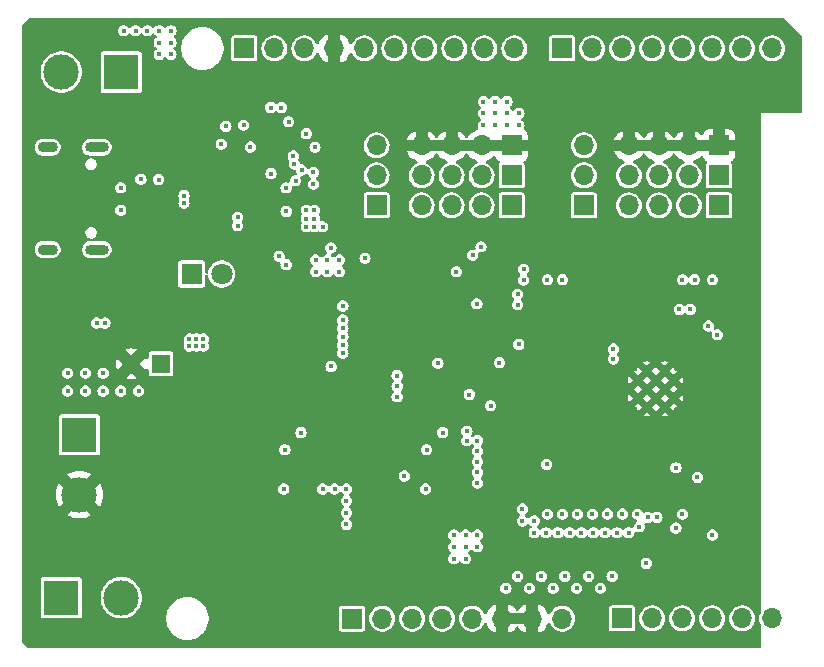
<source format=gbr>
%TF.GenerationSoftware,KiCad,Pcbnew,7.0.1*%
%TF.CreationDate,2023-08-18T21:24:28+01:00*%
%TF.ProjectId,101 PCB,31303120-5043-4422-9e6b-696361645f70,rev?*%
%TF.SameCoordinates,Original*%
%TF.FileFunction,Copper,L3,Inr*%
%TF.FilePolarity,Positive*%
%FSLAX46Y46*%
G04 Gerber Fmt 4.6, Leading zero omitted, Abs format (unit mm)*
G04 Created by KiCad (PCBNEW 7.0.1) date 2023-08-18 21:24:28*
%MOMM*%
%LPD*%
G01*
G04 APERTURE LIST*
%TA.AperFunction,ComponentPad*%
%ADD10R,1.700000X1.700000*%
%TD*%
%TA.AperFunction,ComponentPad*%
%ADD11O,1.700000X1.700000*%
%TD*%
%TA.AperFunction,ComponentPad*%
%ADD12R,3.000000X3.000000*%
%TD*%
%TA.AperFunction,ComponentPad*%
%ADD13C,3.000000*%
%TD*%
%TA.AperFunction,ComponentPad*%
%ADD14O,2.000000X0.900000*%
%TD*%
%TA.AperFunction,ComponentPad*%
%ADD15O,1.700000X0.900000*%
%TD*%
%TA.AperFunction,HeatsinkPad*%
%ADD16C,0.600000*%
%TD*%
%TA.AperFunction,ComponentPad*%
%ADD17R,1.600000X1.600000*%
%TD*%
%TA.AperFunction,ComponentPad*%
%ADD18C,1.600000*%
%TD*%
%TA.AperFunction,ComponentPad*%
%ADD19R,1.800000X1.800000*%
%TD*%
%TA.AperFunction,ComponentPad*%
%ADD20C,1.800000*%
%TD*%
%TA.AperFunction,ViaPad*%
%ADD21C,0.450000*%
%TD*%
G04 APERTURE END LIST*
D10*
%TO.N,SCL*%
%TO.C,J1*%
X126460000Y-65001000D03*
D11*
%TO.N,SDA*%
X129000000Y-65001000D03*
%TO.N,+3.3V*%
X131540000Y-65001000D03*
%TO.N,GND*%
X134080000Y-65001000D03*
%TO.N,GPIO13*%
X136620000Y-65001000D03*
%TO.N,GPIO2*%
X139160000Y-65001000D03*
%TO.N,GPIO12*%
X141700000Y-65001000D03*
%TO.N,GPIO14*%
X144240000Y-65001000D03*
%TO.N,GPIO4*%
X146780000Y-65001000D03*
%TO.N,GPIO16*%
X149320000Y-65001000D03*
%TD*%
D10*
%TO.N,GPIO15*%
%TO.C,J5*%
X158455000Y-113260000D03*
D11*
%TO.N,GPIO27*%
X160995000Y-113260000D03*
%TO.N,GPIO26*%
X163535000Y-113260000D03*
%TO.N,GPIO25*%
X166075000Y-113260000D03*
%TO.N,GPIO33*%
X168615000Y-113260000D03*
%TO.N,GPIO32*%
X171155000Y-113260000D03*
%TD*%
D10*
%TO.N,unconnected-(J4-Pin_1-Pad1)*%
%TO.C,J4*%
X135597000Y-113264000D03*
D11*
%TO.N,+3.3V*%
X138137000Y-113264000D03*
%TO.N,EN*%
X140677000Y-113264000D03*
%TO.N,+3.3V*%
X143217000Y-113264000D03*
%TO.N,+5V*%
X145757000Y-113264000D03*
%TO.N,GND*%
X148297000Y-113264000D03*
X150837000Y-113264000D03*
%TO.N,VIN*%
X153377000Y-113264000D03*
%TD*%
D10*
%TO.N,GPIO17*%
%TO.C,J3*%
X153382000Y-65003000D03*
D11*
%TO.N,GPIO5*%
X155922000Y-65003000D03*
%TO.N,GPIO18*%
X158462000Y-65003000D03*
%TO.N,GPIO19*%
X161002000Y-65003000D03*
%TO.N,GPIO23*%
X163542000Y-65003000D03*
%TO.N,IO0*%
X166082000Y-65003000D03*
%TO.N,ESP32_TX*%
X168622000Y-65003000D03*
%TO.N,ESP32_RX*%
X171162000Y-65003000D03*
%TD*%
D12*
%TO.N,+BATT*%
%TO.C,J110*%
X112500000Y-97710000D03*
D13*
%TO.N,GND*%
X112500000Y-102790000D03*
%TD*%
D10*
%TO.N,VDDIO1*%
%TO.C,J106*%
X166630000Y-75750000D03*
D11*
X164090000Y-75750000D03*
X161550000Y-75750000D03*
X159010000Y-75750000D03*
%TD*%
D14*
%TO.N,unconnected-(J101-SHIELD-PadS1)*%
%TO.C,J101*%
X113970000Y-73375000D03*
%TO.N,unconnected-(J101-SHIELD-PadS2)*%
X113970000Y-82025000D03*
D15*
%TO.N,unconnected-(J101-SHIELD-PadS3)*%
X109800000Y-73375000D03*
%TO.N,unconnected-(J101-SHIELD-PadS4)*%
X109800000Y-82025000D03*
%TD*%
D10*
%TO.N,GND*%
%TO.C,J108*%
X166630000Y-73210000D03*
D11*
X164090000Y-73210000D03*
X161550000Y-73210000D03*
X159010000Y-73210000D03*
%TD*%
D10*
%TO.N,GND*%
%TO.C,J109*%
X149090000Y-73210000D03*
D11*
X146550000Y-73210000D03*
X144010000Y-73210000D03*
X141470000Y-73210000D03*
%TD*%
D10*
%TO.N,+5V*%
%TO.C,JP102*%
X137660000Y-78290000D03*
D11*
%TO.N,VDDIO2*%
X137660000Y-75750000D03*
%TO.N,VIN*%
X137660000Y-73210000D03*
%TD*%
D16*
%TO.N,GND*%
%TO.C,U101*%
X162057500Y-92295000D03*
X160532500Y-92295000D03*
X162820000Y-93057500D03*
X161295000Y-93057500D03*
X159770000Y-93057500D03*
X162057500Y-93820000D03*
X160532500Y-93820000D03*
X162820000Y-94582500D03*
X161295000Y-94582500D03*
X159770000Y-94582500D03*
X162057500Y-95345000D03*
X160532500Y-95345000D03*
%TD*%
D17*
%TO.N,VIN*%
%TO.C,C119*%
X119405113Y-91700000D03*
D18*
%TO.N,GND*%
X116905113Y-91700000D03*
%TD*%
D10*
%TO.N,S4*%
%TO.C,J105*%
X149090000Y-78290000D03*
D11*
%TO.N,S5*%
X146550000Y-78290000D03*
%TO.N,S6*%
X144010000Y-78290000D03*
%TO.N,S7*%
X141470000Y-78290000D03*
%TD*%
D12*
%TO.N,/M1_OUT1*%
%TO.C,J102*%
X110960000Y-111500000D03*
D13*
%TO.N,/M1_OUT2*%
X116040000Y-111500000D03*
%TD*%
D10*
%TO.N,VDDIO2*%
%TO.C,J107*%
X149090000Y-75750000D03*
D11*
X146550000Y-75750000D03*
X144010000Y-75750000D03*
X141470000Y-75750000D03*
%TD*%
D10*
%TO.N,S0*%
%TO.C,J104*%
X166630000Y-78290000D03*
D11*
%TO.N,S1*%
X164090000Y-78290000D03*
%TO.N,S2*%
X161550000Y-78290000D03*
%TO.N,S3*%
X159010000Y-78290000D03*
%TD*%
D10*
%TO.N,+5V*%
%TO.C,JP101*%
X155200000Y-78290000D03*
D11*
%TO.N,VDDIO1*%
X155200000Y-75750000D03*
%TO.N,VIN*%
X155200000Y-73210000D03*
%TD*%
D12*
%TO.N,/M2_OUT1*%
%TO.C,J103*%
X116040000Y-67000000D03*
D13*
%TO.N,/M2_OUT2*%
X110960000Y-67000000D03*
%TD*%
D19*
%TO.N,/STM_LED_K*%
%TO.C,D1*%
X122000000Y-84100000D03*
D20*
%TO.N,/STM_LED_A*%
X124540000Y-84100000D03*
%TD*%
D21*
%TO.N,GND*%
X127659000Y-70041000D03*
X130425000Y-69956000D03*
%TO.N,CC1*%
X117700000Y-76075500D03*
X119200000Y-76100000D03*
X130000000Y-78800000D03*
X134800000Y-88700000D03*
X130000000Y-83300000D03*
X130000000Y-76800000D03*
%TO.N,CC2*%
X129400000Y-82600000D03*
X134800000Y-88000000D03*
%TO.N,NRST*%
X139400000Y-92700000D03*
X133803000Y-91925000D03*
%TO.N,VBUS{slash}11*%
X149600000Y-85800000D03*
X130800000Y-76200000D03*
X157700000Y-90437844D03*
X163555000Y-84582844D03*
X146500000Y-81800000D03*
%TO.N,GND*%
X117300000Y-73800000D03*
X168635000Y-86926498D03*
X120747361Y-77747361D03*
X127315625Y-86179000D03*
X135720000Y-82755604D03*
X128900000Y-72612500D03*
X134050513Y-90783451D03*
X155300000Y-104950000D03*
X148051000Y-65448000D03*
X125500000Y-97500000D03*
X140800000Y-100500000D03*
X115600000Y-74500000D03*
X130900000Y-100500000D03*
X128600000Y-99000000D03*
X145357567Y-83902916D03*
X146143293Y-88617500D03*
X159100000Y-104950000D03*
X130900000Y-99800000D03*
X155550000Y-110750000D03*
X125500000Y-98500000D03*
X137500000Y-97500000D03*
X154550000Y-109750000D03*
X139400000Y-86200000D03*
X126500000Y-97500000D03*
X129500000Y-100500000D03*
X137901000Y-65398000D03*
X152600000Y-109700000D03*
X132750000Y-112179633D03*
X149600000Y-110700000D03*
X137500000Y-98500000D03*
X127330513Y-87449000D03*
X130900000Y-101200000D03*
X149712052Y-88790000D03*
X121250000Y-101965208D03*
X139400000Y-88200000D03*
X138500000Y-97500000D03*
X132426407Y-74330000D03*
X142900000Y-100500000D03*
X129500000Y-72612500D03*
X127400000Y-99000000D03*
X148600000Y-109700000D03*
X121800000Y-109300000D03*
X128963229Y-91636771D03*
X168635000Y-104428589D03*
X152000000Y-88790000D03*
X134400000Y-93600000D03*
X154697000Y-65454000D03*
X134400000Y-94200000D03*
X152750000Y-104950000D03*
X141400000Y-88200000D03*
X154050000Y-104950000D03*
X137400000Y-88200000D03*
X159751000Y-65448000D03*
X142900000Y-99800000D03*
X141400000Y-86200000D03*
X165000000Y-87750000D03*
X168635000Y-84569199D03*
X141500000Y-100500000D03*
X146123176Y-84637500D03*
X156600000Y-104950000D03*
X164801000Y-65448000D03*
X141400000Y-90200000D03*
X139400000Y-99000000D03*
X139400000Y-90200000D03*
X163750000Y-105250000D03*
X168635000Y-102066274D03*
X135000000Y-93600000D03*
X128800000Y-100500000D03*
X130200000Y-100500000D03*
X157600000Y-110700000D03*
X135000000Y-94200000D03*
X139200000Y-106500000D03*
X123000000Y-87900000D03*
X140600000Y-99000000D03*
X156600000Y-109700000D03*
X157850000Y-104950000D03*
X115600000Y-80900000D03*
X137400000Y-86200000D03*
X150600000Y-109700000D03*
X169901000Y-65448000D03*
X146142473Y-85660443D03*
X121800000Y-71100000D03*
X124450000Y-72250000D03*
X142200000Y-100500000D03*
X142900000Y-101200000D03*
X121800000Y-69900000D03*
X137400000Y-90200000D03*
X129677638Y-75592170D03*
X121800000Y-70500000D03*
X151600000Y-110700000D03*
X113933210Y-87250000D03*
X165374500Y-101750000D03*
X153600000Y-110700000D03*
X116049500Y-77800000D03*
X142951000Y-65448000D03*
X121800000Y-108700000D03*
X127200000Y-106500000D03*
X121800000Y-109900000D03*
X131410000Y-80900000D03*
%TO.N,/5V_SW*%
X131258156Y-97520000D03*
X129800000Y-102300000D03*
%TO.N,+5V*%
X148700000Y-71500000D03*
X135100000Y-102300000D03*
X146700000Y-70500000D03*
X147700000Y-70500000D03*
X135100000Y-103300000D03*
X135100000Y-105300000D03*
X135100000Y-104300000D03*
X148700000Y-69500000D03*
X133100000Y-102300000D03*
X146700000Y-71500000D03*
X148700000Y-70500000D03*
X149700000Y-70500000D03*
X147700000Y-71500000D03*
X134100000Y-102300000D03*
X147700000Y-69500000D03*
X146700000Y-69500000D03*
X149700000Y-71500000D03*
%TO.N,/3V3_SW*%
X143258156Y-97520000D03*
X141800000Y-102300000D03*
%TO.N,+3.3V*%
X121800000Y-90200000D03*
X132400000Y-78700000D03*
X146200000Y-100000000D03*
X123000000Y-89600000D03*
X166500000Y-89250000D03*
X145200000Y-108200000D03*
X144400000Y-83900000D03*
X132400000Y-80100000D03*
X160600000Y-104700000D03*
X159000000Y-106000000D03*
X132400000Y-79400000D03*
X134500000Y-82900000D03*
X134500000Y-83900000D03*
X150000000Y-104000000D03*
X121800000Y-89600000D03*
X152000000Y-106000000D03*
X130200000Y-71200000D03*
X131300000Y-75300000D03*
X113952329Y-88250000D03*
X152600000Y-110700000D03*
X149600000Y-109700000D03*
X146145507Y-86619014D03*
X132300000Y-76500000D03*
X133500000Y-83900000D03*
X157000000Y-106000000D03*
X123000000Y-90200000D03*
X164200000Y-87100000D03*
X148600000Y-110700000D03*
X132300000Y-75500000D03*
X133100000Y-80100000D03*
X128720000Y-75592033D03*
X144200000Y-108200000D03*
X154000000Y-106000000D03*
X150600000Y-110700000D03*
X122400000Y-90200000D03*
X131700000Y-79400000D03*
X157600000Y-109700000D03*
X151600000Y-109700000D03*
X146200000Y-99100000D03*
X146200000Y-100900000D03*
X151000000Y-105000000D03*
X132439493Y-73370000D03*
X146200000Y-101800000D03*
X132500000Y-83900000D03*
X156600000Y-110700000D03*
X130700000Y-74800000D03*
X144200000Y-107200000D03*
X133500000Y-82900000D03*
X146200000Y-98200000D03*
X122400000Y-89600000D03*
X136680000Y-82767611D03*
X130600000Y-74100000D03*
X154600000Y-110700000D03*
X163300000Y-87100000D03*
X145200000Y-107200000D03*
X156000000Y-106000000D03*
X151000000Y-106000000D03*
X159900000Y-105500000D03*
X161400000Y-104700000D03*
X146200000Y-106200000D03*
X155600000Y-109700000D03*
X145300000Y-97400000D03*
X114653545Y-88250000D03*
X145200000Y-106200000D03*
X153000000Y-106000000D03*
X165750000Y-88500000D03*
X155000000Y-106000000D03*
X145300000Y-98200000D03*
X150000000Y-105000000D03*
X158000000Y-106000000D03*
X132500000Y-82900000D03*
X144200000Y-106200000D03*
X131700000Y-80100000D03*
X153600000Y-109700000D03*
X131700000Y-78700000D03*
X146200000Y-107200000D03*
%TO.N,USB_DP*%
X121353453Y-78099999D03*
X116000000Y-78700000D03*
%TO.N,USB_DN*%
X121353453Y-77449999D03*
X116000000Y-76800000D03*
%TO.N,EN*%
X166095582Y-84575867D03*
X163000000Y-105600000D03*
X147320000Y-95250000D03*
%TO.N,SDA*%
X125900000Y-79300000D03*
X128700000Y-70000000D03*
X160485000Y-108600000D03*
X134800000Y-89400000D03*
%TO.N,SCL*%
X166095000Y-106200000D03*
X134800000Y-86800000D03*
X125900000Y-80000000D03*
X129587500Y-70000000D03*
%TO.N,IMU_INT1*%
X150100000Y-83700000D03*
X126962500Y-73350000D03*
%TO.N,IMU_INT2*%
X131700000Y-72212500D03*
X150100000Y-84600000D03*
%TO.N,ESP32_RX*%
X163555000Y-104432301D03*
%TO.N,ESP32_TX*%
X164825000Y-101312197D03*
%TO.N,GPIO5*%
X157205000Y-104423128D03*
%TO.N,GPIO23*%
X163000000Y-100500000D03*
%TO.N,GPIO19*%
X159745000Y-104426075D03*
%TO.N,GPIO18*%
X158475000Y-104421663D03*
%TO.N,GPIO14*%
X153395000Y-84570217D03*
%TO.N,GPIO12*%
X152125000Y-84579888D03*
%TO.N,GPIO13*%
X149696709Y-90059341D03*
%TO.N,GPIO2*%
X152045825Y-100220000D03*
%TO.N,IO0*%
X148050000Y-91600000D03*
X152125000Y-104427058D03*
%TO.N,GPIO4*%
X153395000Y-104430948D03*
%TO.N,GPIO16*%
X154665000Y-104426314D03*
%TO.N,GPIO17*%
X155935000Y-104427779D03*
%TO.N,MOTOR_SLEEP*%
X139400000Y-93600000D03*
X126400000Y-71500000D03*
%TO.N,M2_IN2*%
X124900000Y-71600000D03*
X134800000Y-90100000D03*
%TO.N,M2_IN1*%
X134800000Y-90800000D03*
X124500000Y-73100000D03*
%TO.N,/STM_LED_A*%
X139400000Y-94500000D03*
%TO.N,VIN*%
X111500000Y-92500000D03*
X129888850Y-98972203D03*
X140000000Y-101200000D03*
X119250000Y-65500000D03*
X119250000Y-64500000D03*
X114500000Y-92500000D03*
X118250000Y-63500000D03*
X116000000Y-94000000D03*
X120250000Y-64500000D03*
X120250000Y-63500000D03*
X117500000Y-94000000D03*
X113000000Y-94000000D03*
X111500000Y-94000000D03*
X117250000Y-63500000D03*
X120250000Y-65500000D03*
X114500000Y-94000000D03*
X119250000Y-63500000D03*
X113000000Y-92500000D03*
X116250000Y-63500000D03*
X141888850Y-98972203D03*
%TO.N,/STM32_EN*%
X142850000Y-91650000D03*
X145500000Y-94300000D03*
%TO.N,VIN{slash}11*%
X133790000Y-81880000D03*
X164591790Y-84574456D03*
X145800000Y-82500000D03*
X157700000Y-91283123D03*
X149600000Y-86700000D03*
%TD*%
%TA.AperFunction,Conductor*%
%TO.N,GND*%
G36*
X172175883Y-62469939D02*
G01*
X172216111Y-62496819D01*
X173663181Y-63943888D01*
X173690061Y-63984116D01*
X173699500Y-64031569D01*
X173699500Y-70376000D01*
X173682887Y-70438000D01*
X173637500Y-70483387D01*
X173575500Y-70500000D01*
X170185000Y-70500000D01*
X170185000Y-112709920D01*
X170172000Y-112765192D01*
X170124417Y-112860750D01*
X170068602Y-113056916D01*
X170049785Y-113259999D01*
X170068602Y-113463083D01*
X170124417Y-113659249D01*
X170172000Y-113754808D01*
X170185000Y-113810080D01*
X170185000Y-115675500D01*
X170168387Y-115737500D01*
X170123000Y-115782887D01*
X170061000Y-115799500D01*
X108251569Y-115799500D01*
X108204116Y-115790061D01*
X108163888Y-115763181D01*
X107696819Y-115296111D01*
X107669939Y-115255883D01*
X107660500Y-115208430D01*
X107660500Y-113394929D01*
X119829500Y-113394929D01*
X119869719Y-113661771D01*
X119901253Y-113764000D01*
X119949262Y-113919641D01*
X119992093Y-114008580D01*
X120066347Y-114162771D01*
X120066348Y-114162772D01*
X120066349Y-114162774D01*
X120218365Y-114385741D01*
X120401915Y-114583561D01*
X120612898Y-114751815D01*
X120846602Y-114886743D01*
X121097805Y-114985334D01*
X121360897Y-115045383D01*
X121418533Y-115049702D01*
X121562619Y-115060500D01*
X121562624Y-115060500D01*
X121697376Y-115060500D01*
X121697381Y-115060500D01*
X121823455Y-115051051D01*
X121899103Y-115045383D01*
X122162195Y-114985334D01*
X122413398Y-114886743D01*
X122647102Y-114751815D01*
X122858085Y-114583561D01*
X123041635Y-114385741D01*
X123193651Y-114162775D01*
X123205257Y-114138675D01*
X134496500Y-114138675D01*
X134511033Y-114211738D01*
X134511033Y-114211739D01*
X134511034Y-114211740D01*
X134566399Y-114294601D01*
X134649260Y-114349966D01*
X134685792Y-114357232D01*
X134722325Y-114364500D01*
X134722326Y-114364500D01*
X136471674Y-114364500D01*
X136471675Y-114364500D01*
X136496029Y-114359655D01*
X136544740Y-114349966D01*
X136627601Y-114294601D01*
X136682966Y-114211740D01*
X136697500Y-114138674D01*
X136697500Y-113263999D01*
X137031785Y-113263999D01*
X137050602Y-113467083D01*
X137106418Y-113663251D01*
X137197324Y-113845818D01*
X137320236Y-114008580D01*
X137470958Y-114145981D01*
X137644361Y-114253347D01*
X137644363Y-114253348D01*
X137834544Y-114327024D01*
X138035024Y-114364500D01*
X138238974Y-114364500D01*
X138238976Y-114364500D01*
X138439456Y-114327024D01*
X138629637Y-114253348D01*
X138803041Y-114145981D01*
X138953764Y-114008579D01*
X139076673Y-113845821D01*
X139076673Y-113845819D01*
X139076675Y-113845818D01*
X139152276Y-113693989D01*
X139167582Y-113663250D01*
X139223397Y-113467083D01*
X139242215Y-113264000D01*
X139242215Y-113263999D01*
X139571785Y-113263999D01*
X139590602Y-113467083D01*
X139646418Y-113663251D01*
X139737324Y-113845818D01*
X139860236Y-114008580D01*
X140010958Y-114145981D01*
X140184361Y-114253347D01*
X140184363Y-114253348D01*
X140374544Y-114327024D01*
X140575024Y-114364500D01*
X140778974Y-114364500D01*
X140778976Y-114364500D01*
X140979456Y-114327024D01*
X141169637Y-114253348D01*
X141343041Y-114145981D01*
X141493764Y-114008579D01*
X141616673Y-113845821D01*
X141616673Y-113845819D01*
X141616675Y-113845818D01*
X141692276Y-113693989D01*
X141707582Y-113663250D01*
X141763397Y-113467083D01*
X141782215Y-113264000D01*
X141782215Y-113263999D01*
X142111785Y-113263999D01*
X142130602Y-113467083D01*
X142186418Y-113663251D01*
X142277324Y-113845818D01*
X142400236Y-114008580D01*
X142550958Y-114145981D01*
X142724361Y-114253347D01*
X142724363Y-114253348D01*
X142914544Y-114327024D01*
X143115024Y-114364500D01*
X143318974Y-114364500D01*
X143318976Y-114364500D01*
X143519456Y-114327024D01*
X143709637Y-114253348D01*
X143883041Y-114145981D01*
X144033764Y-114008579D01*
X144156673Y-113845821D01*
X144156673Y-113845819D01*
X144156675Y-113845818D01*
X144232276Y-113693989D01*
X144247582Y-113663250D01*
X144303397Y-113467083D01*
X144322215Y-113264000D01*
X144322215Y-113263999D01*
X144651785Y-113263999D01*
X144670602Y-113467083D01*
X144726418Y-113663251D01*
X144817324Y-113845818D01*
X144940236Y-114008580D01*
X145090958Y-114145981D01*
X145264361Y-114253347D01*
X145264363Y-114253348D01*
X145454544Y-114327024D01*
X145655024Y-114364500D01*
X145858974Y-114364500D01*
X145858976Y-114364500D01*
X146059456Y-114327024D01*
X146249637Y-114253348D01*
X146423041Y-114145981D01*
X146573764Y-114008579D01*
X146696673Y-113845821D01*
X146744521Y-113749728D01*
X146783817Y-113670812D01*
X146822240Y-113625541D01*
X146877307Y-113603326D01*
X146936388Y-113609259D01*
X146985937Y-113641981D01*
X147014592Y-113693989D01*
X147023569Y-113727492D01*
X147123399Y-113941576D01*
X147258893Y-114135081D01*
X147425918Y-114302106D01*
X147619423Y-114437600D01*
X147796999Y-114520406D01*
X147797000Y-114520407D01*
X147797000Y-113764000D01*
X148797000Y-113764000D01*
X148797000Y-114520406D01*
X148974576Y-114437600D01*
X149168081Y-114302106D01*
X149335106Y-114135081D01*
X149465425Y-113948968D01*
X149509743Y-113910103D01*
X149567000Y-113896092D01*
X149624257Y-113910103D01*
X149668575Y-113948968D01*
X149798893Y-114135081D01*
X149965918Y-114302106D01*
X150159423Y-114437600D01*
X150336999Y-114520406D01*
X150337000Y-114520407D01*
X150337000Y-113764000D01*
X148797000Y-113764000D01*
X147797000Y-113764000D01*
X147797000Y-112007595D01*
X147796999Y-112007594D01*
X147619421Y-112090400D01*
X147425921Y-112225890D01*
X147258890Y-112392921D01*
X147123400Y-112586421D01*
X147023567Y-112800511D01*
X147014591Y-112834011D01*
X146985937Y-112886018D01*
X146936388Y-112918740D01*
X146877307Y-112924673D01*
X146822241Y-112902458D01*
X146783817Y-112857187D01*
X146696675Y-112682181D01*
X146573763Y-112519419D01*
X146423041Y-112382018D01*
X146249638Y-112274652D01*
X146059457Y-112200976D01*
X145936726Y-112178034D01*
X145858976Y-112163500D01*
X145655024Y-112163500D01*
X145577279Y-112178033D01*
X145454542Y-112200976D01*
X145264361Y-112274652D01*
X145090958Y-112382018D01*
X144940236Y-112519419D01*
X144817324Y-112682181D01*
X144726418Y-112864748D01*
X144670602Y-113060916D01*
X144651785Y-113263999D01*
X144322215Y-113263999D01*
X144303397Y-113060917D01*
X144247582Y-112864750D01*
X144215593Y-112800507D01*
X144156675Y-112682181D01*
X144033763Y-112519419D01*
X143883041Y-112382018D01*
X143709638Y-112274652D01*
X143519457Y-112200976D01*
X143396726Y-112178034D01*
X143318976Y-112163500D01*
X143115024Y-112163500D01*
X143037279Y-112178033D01*
X142914542Y-112200976D01*
X142724361Y-112274652D01*
X142550958Y-112382018D01*
X142400236Y-112519419D01*
X142277324Y-112682181D01*
X142186418Y-112864748D01*
X142130602Y-113060916D01*
X142111785Y-113263999D01*
X141782215Y-113263999D01*
X141763397Y-113060917D01*
X141707582Y-112864750D01*
X141675593Y-112800507D01*
X141616675Y-112682181D01*
X141493763Y-112519419D01*
X141343041Y-112382018D01*
X141169638Y-112274652D01*
X140979457Y-112200976D01*
X140856726Y-112178034D01*
X140778976Y-112163500D01*
X140575024Y-112163500D01*
X140497279Y-112178033D01*
X140374542Y-112200976D01*
X140184361Y-112274652D01*
X140010958Y-112382018D01*
X139860236Y-112519419D01*
X139737324Y-112682181D01*
X139646418Y-112864748D01*
X139590602Y-113060916D01*
X139571785Y-113263999D01*
X139242215Y-113263999D01*
X139223397Y-113060917D01*
X139167582Y-112864750D01*
X139135593Y-112800507D01*
X139076675Y-112682181D01*
X138953763Y-112519419D01*
X138803041Y-112382018D01*
X138629638Y-112274652D01*
X138439457Y-112200976D01*
X138316726Y-112178034D01*
X138238976Y-112163500D01*
X138035024Y-112163500D01*
X137957279Y-112178033D01*
X137834542Y-112200976D01*
X137644361Y-112274652D01*
X137470958Y-112382018D01*
X137320236Y-112519419D01*
X137197324Y-112682181D01*
X137106418Y-112864748D01*
X137050602Y-113060916D01*
X137031785Y-113263999D01*
X136697500Y-113263999D01*
X136697500Y-112389326D01*
X136696704Y-112385326D01*
X136682966Y-112316261D01*
X136682966Y-112316260D01*
X136627601Y-112233399D01*
X136544740Y-112178034D01*
X136544739Y-112178033D01*
X136544738Y-112178033D01*
X136471675Y-112163500D01*
X136471674Y-112163500D01*
X134722326Y-112163500D01*
X134722325Y-112163500D01*
X134649261Y-112178033D01*
X134566399Y-112233399D01*
X134511033Y-112316261D01*
X134496500Y-112389325D01*
X134496500Y-114138675D01*
X123205257Y-114138675D01*
X123310738Y-113919641D01*
X123390280Y-113661772D01*
X123430500Y-113394929D01*
X123430500Y-113125071D01*
X123390280Y-112858228D01*
X123310738Y-112600359D01*
X123193651Y-112357226D01*
X123041635Y-112134259D01*
X122924106Y-112007593D01*
X148797000Y-112007593D01*
X148797000Y-112764000D01*
X150337000Y-112764000D01*
X150337000Y-112007595D01*
X150336999Y-112007594D01*
X150159421Y-112090400D01*
X149965921Y-112225890D01*
X149798893Y-112392918D01*
X149668575Y-112579032D01*
X149624257Y-112617897D01*
X149567000Y-112631908D01*
X149509743Y-112617897D01*
X149465425Y-112579032D01*
X149335106Y-112392918D01*
X149168081Y-112225893D01*
X148974576Y-112090399D01*
X148797000Y-112007593D01*
X151337000Y-112007593D01*
X151337000Y-114520406D01*
X151514576Y-114437600D01*
X151708081Y-114302106D01*
X151875106Y-114135081D01*
X152010600Y-113941576D01*
X152110431Y-113727491D01*
X152119407Y-113693991D01*
X152148060Y-113641983D01*
X152197609Y-113609260D01*
X152256691Y-113603325D01*
X152311758Y-113625541D01*
X152350182Y-113670811D01*
X152437326Y-113845820D01*
X152560236Y-114008580D01*
X152710958Y-114145981D01*
X152884361Y-114253347D01*
X152884363Y-114253348D01*
X153074544Y-114327024D01*
X153275024Y-114364500D01*
X153478974Y-114364500D01*
X153478976Y-114364500D01*
X153679456Y-114327024D01*
X153869637Y-114253348D01*
X154043041Y-114145981D01*
X154055443Y-114134675D01*
X157354500Y-114134675D01*
X157369033Y-114207738D01*
X157369033Y-114207739D01*
X157369034Y-114207740D01*
X157424399Y-114290601D01*
X157507260Y-114345966D01*
X157527369Y-114349966D01*
X157580325Y-114360500D01*
X157580326Y-114360500D01*
X159329674Y-114360500D01*
X159329675Y-114360500D01*
X159354029Y-114355655D01*
X159402740Y-114345966D01*
X159485601Y-114290601D01*
X159540966Y-114207740D01*
X159554704Y-114138675D01*
X159555500Y-114134675D01*
X159555500Y-113259999D01*
X159889785Y-113259999D01*
X159908602Y-113463083D01*
X159964418Y-113659251D01*
X160055324Y-113841818D01*
X160178236Y-114004580D01*
X160328958Y-114141981D01*
X160502361Y-114249347D01*
X160502363Y-114249348D01*
X160692544Y-114323024D01*
X160893024Y-114360500D01*
X161096974Y-114360500D01*
X161096976Y-114360500D01*
X161297456Y-114323024D01*
X161487637Y-114249348D01*
X161661041Y-114141981D01*
X161811764Y-114004579D01*
X161934673Y-113841821D01*
X161934673Y-113841819D01*
X161934675Y-113841818D01*
X162008284Y-113693989D01*
X162025582Y-113659250D01*
X162081397Y-113463083D01*
X162100215Y-113260000D01*
X162100215Y-113259999D01*
X162429785Y-113259999D01*
X162448602Y-113463083D01*
X162504418Y-113659251D01*
X162595324Y-113841818D01*
X162718236Y-114004580D01*
X162868958Y-114141981D01*
X163042361Y-114249347D01*
X163042363Y-114249348D01*
X163232544Y-114323024D01*
X163433024Y-114360500D01*
X163636974Y-114360500D01*
X163636976Y-114360500D01*
X163837456Y-114323024D01*
X164027637Y-114249348D01*
X164201041Y-114141981D01*
X164351764Y-114004579D01*
X164474673Y-113841821D01*
X164474673Y-113841819D01*
X164474675Y-113841818D01*
X164548284Y-113693989D01*
X164565582Y-113659250D01*
X164621397Y-113463083D01*
X164640215Y-113260000D01*
X164640215Y-113259999D01*
X164969785Y-113259999D01*
X164988602Y-113463083D01*
X165044418Y-113659251D01*
X165135324Y-113841818D01*
X165258236Y-114004580D01*
X165408958Y-114141981D01*
X165582361Y-114249347D01*
X165582363Y-114249348D01*
X165772544Y-114323024D01*
X165973024Y-114360500D01*
X166176974Y-114360500D01*
X166176976Y-114360500D01*
X166377456Y-114323024D01*
X166567637Y-114249348D01*
X166741041Y-114141981D01*
X166891764Y-114004579D01*
X167014673Y-113841821D01*
X167014673Y-113841819D01*
X167014675Y-113841818D01*
X167088284Y-113693989D01*
X167105582Y-113659250D01*
X167161397Y-113463083D01*
X167180215Y-113260000D01*
X167180215Y-113259999D01*
X167509785Y-113259999D01*
X167528602Y-113463083D01*
X167584418Y-113659251D01*
X167675324Y-113841818D01*
X167798236Y-114004580D01*
X167948958Y-114141981D01*
X168122361Y-114249347D01*
X168122363Y-114249348D01*
X168312544Y-114323024D01*
X168513024Y-114360500D01*
X168716974Y-114360500D01*
X168716976Y-114360500D01*
X168917456Y-114323024D01*
X169107637Y-114249348D01*
X169281041Y-114141981D01*
X169431764Y-114004579D01*
X169554673Y-113841821D01*
X169554673Y-113841819D01*
X169554675Y-113841818D01*
X169628284Y-113693989D01*
X169645582Y-113659250D01*
X169701397Y-113463083D01*
X169720215Y-113260000D01*
X169701397Y-113056917D01*
X169645582Y-112860750D01*
X169615585Y-112800507D01*
X169554675Y-112678181D01*
X169431763Y-112515419D01*
X169281041Y-112378018D01*
X169107638Y-112270652D01*
X168917457Y-112196976D01*
X168850629Y-112184483D01*
X168716976Y-112159500D01*
X168513024Y-112159500D01*
X168435279Y-112174033D01*
X168312542Y-112196976D01*
X168122361Y-112270652D01*
X167948958Y-112378018D01*
X167798236Y-112515419D01*
X167675324Y-112678181D01*
X167584418Y-112860748D01*
X167528602Y-113056916D01*
X167509785Y-113259999D01*
X167180215Y-113259999D01*
X167161397Y-113056917D01*
X167105582Y-112860750D01*
X167075585Y-112800507D01*
X167014675Y-112678181D01*
X166891763Y-112515419D01*
X166741041Y-112378018D01*
X166567638Y-112270652D01*
X166377457Y-112196976D01*
X166310629Y-112184483D01*
X166176976Y-112159500D01*
X165973024Y-112159500D01*
X165895279Y-112174033D01*
X165772542Y-112196976D01*
X165582361Y-112270652D01*
X165408958Y-112378018D01*
X165258236Y-112515419D01*
X165135324Y-112678181D01*
X165044418Y-112860748D01*
X164988602Y-113056916D01*
X164969785Y-113259999D01*
X164640215Y-113259999D01*
X164621397Y-113056917D01*
X164565582Y-112860750D01*
X164535585Y-112800507D01*
X164474675Y-112678181D01*
X164351763Y-112515419D01*
X164201041Y-112378018D01*
X164027638Y-112270652D01*
X163837457Y-112196976D01*
X163770629Y-112184483D01*
X163636976Y-112159500D01*
X163433024Y-112159500D01*
X163355279Y-112174033D01*
X163232542Y-112196976D01*
X163042361Y-112270652D01*
X162868958Y-112378018D01*
X162718236Y-112515419D01*
X162595324Y-112678181D01*
X162504418Y-112860748D01*
X162448602Y-113056916D01*
X162429785Y-113259999D01*
X162100215Y-113259999D01*
X162081397Y-113056917D01*
X162025582Y-112860750D01*
X161995585Y-112800507D01*
X161934675Y-112678181D01*
X161811763Y-112515419D01*
X161661041Y-112378018D01*
X161487638Y-112270652D01*
X161297457Y-112196976D01*
X161230629Y-112184483D01*
X161096976Y-112159500D01*
X160893024Y-112159500D01*
X160815279Y-112174033D01*
X160692542Y-112196976D01*
X160502361Y-112270652D01*
X160328958Y-112378018D01*
X160178236Y-112515419D01*
X160055324Y-112678181D01*
X159964418Y-112860748D01*
X159908602Y-113056916D01*
X159889785Y-113259999D01*
X159555500Y-113259999D01*
X159555500Y-112385325D01*
X159541762Y-112316261D01*
X159540966Y-112312260D01*
X159485601Y-112229399D01*
X159402740Y-112174034D01*
X159402739Y-112174033D01*
X159402738Y-112174033D01*
X159329675Y-112159500D01*
X159329674Y-112159500D01*
X157580326Y-112159500D01*
X157580325Y-112159500D01*
X157507261Y-112174033D01*
X157424399Y-112229399D01*
X157369033Y-112312261D01*
X157354500Y-112385325D01*
X157354500Y-114134675D01*
X154055443Y-114134675D01*
X154193764Y-114008579D01*
X154316673Y-113845821D01*
X154316673Y-113845819D01*
X154316675Y-113845818D01*
X154392276Y-113693989D01*
X154407582Y-113663250D01*
X154463397Y-113467083D01*
X154482215Y-113264000D01*
X154463397Y-113060917D01*
X154407582Y-112864750D01*
X154375593Y-112800507D01*
X154316675Y-112682181D01*
X154193763Y-112519419D01*
X154043041Y-112382018D01*
X153869638Y-112274652D01*
X153679457Y-112200976D01*
X153556726Y-112178034D01*
X153478976Y-112163500D01*
X153275024Y-112163500D01*
X153197279Y-112178033D01*
X153074542Y-112200976D01*
X152884361Y-112274652D01*
X152710958Y-112382018D01*
X152560236Y-112519419D01*
X152437326Y-112682179D01*
X152350182Y-112857188D01*
X152311758Y-112902458D01*
X152256691Y-112924674D01*
X152197609Y-112918739D01*
X152148061Y-112886016D01*
X152119407Y-112834009D01*
X152110430Y-112800507D01*
X152010599Y-112586421D01*
X151875109Y-112392921D01*
X151708081Y-112225893D01*
X151514576Y-112090399D01*
X151337000Y-112007593D01*
X148797000Y-112007593D01*
X122924106Y-112007593D01*
X122858085Y-111936439D01*
X122647102Y-111768185D01*
X122413398Y-111633257D01*
X122162195Y-111534666D01*
X122162194Y-111534665D01*
X121899100Y-111474616D01*
X121697381Y-111459500D01*
X121697376Y-111459500D01*
X121562624Y-111459500D01*
X121562619Y-111459500D01*
X121360899Y-111474616D01*
X121097804Y-111534666D01*
X120846601Y-111633257D01*
X120612899Y-111768184D01*
X120401914Y-111936439D01*
X120218366Y-112134256D01*
X120066348Y-112357227D01*
X119949262Y-112600359D01*
X119869719Y-112858228D01*
X119829500Y-113125071D01*
X119829500Y-113394929D01*
X107660500Y-113394929D01*
X107660500Y-113024675D01*
X109209500Y-113024675D01*
X109224033Y-113097738D01*
X109224033Y-113097739D01*
X109224034Y-113097740D01*
X109279399Y-113180601D01*
X109362260Y-113235966D01*
X109398792Y-113243232D01*
X109435325Y-113250500D01*
X109435326Y-113250500D01*
X112484674Y-113250500D01*
X112484675Y-113250500D01*
X112509029Y-113245655D01*
X112557740Y-113235966D01*
X112640601Y-113180601D01*
X112695966Y-113097740D01*
X112710500Y-113024674D01*
X112710500Y-111499999D01*
X114284591Y-111499999D01*
X114304197Y-111761627D01*
X114362580Y-112017418D01*
X114458431Y-112261641D01*
X114534223Y-112392918D01*
X114589614Y-112488857D01*
X114753195Y-112693981D01*
X114753197Y-112693983D01*
X114753198Y-112693984D01*
X114945514Y-112872428D01*
X114945520Y-112872432D01*
X114945521Y-112872433D01*
X115162296Y-113020228D01*
X115398677Y-113134063D01*
X115649385Y-113211396D01*
X115908818Y-113250500D01*
X116171182Y-113250500D01*
X116430615Y-113211396D01*
X116681323Y-113134063D01*
X116917704Y-113020228D01*
X117134479Y-112872433D01*
X117134482Y-112872429D01*
X117134485Y-112872428D01*
X117219792Y-112793273D01*
X117326805Y-112693981D01*
X117490386Y-112488857D01*
X117621568Y-112261643D01*
X117717420Y-112017416D01*
X117775802Y-111761630D01*
X117795408Y-111500000D01*
X117775802Y-111238370D01*
X117717420Y-110982584D01*
X117621568Y-110738357D01*
X117599422Y-110699999D01*
X148119610Y-110699999D01*
X148139068Y-110835342D01*
X148195869Y-110959717D01*
X148285412Y-111063056D01*
X148400437Y-111136977D01*
X148400439Y-111136978D01*
X148531633Y-111175500D01*
X148668367Y-111175500D01*
X148799561Y-111136978D01*
X148914589Y-111063055D01*
X149004130Y-110959718D01*
X149060931Y-110835342D01*
X149080390Y-110700000D01*
X149080390Y-110699999D01*
X150119610Y-110699999D01*
X150139068Y-110835342D01*
X150195869Y-110959717D01*
X150285412Y-111063056D01*
X150400437Y-111136977D01*
X150400439Y-111136978D01*
X150531633Y-111175500D01*
X150668367Y-111175500D01*
X150799561Y-111136978D01*
X150914589Y-111063055D01*
X151004130Y-110959718D01*
X151060931Y-110835342D01*
X151080390Y-110700000D01*
X151080390Y-110699999D01*
X152119610Y-110699999D01*
X152139068Y-110835342D01*
X152195869Y-110959717D01*
X152285412Y-111063056D01*
X152400437Y-111136977D01*
X152400439Y-111136978D01*
X152531633Y-111175500D01*
X152668367Y-111175500D01*
X152799561Y-111136978D01*
X152914589Y-111063055D01*
X153004130Y-110959718D01*
X153060931Y-110835342D01*
X153080390Y-110700000D01*
X153080390Y-110699999D01*
X154119610Y-110699999D01*
X154139068Y-110835342D01*
X154195869Y-110959717D01*
X154285412Y-111063056D01*
X154400437Y-111136977D01*
X154400439Y-111136978D01*
X154531633Y-111175500D01*
X154668367Y-111175500D01*
X154799561Y-111136978D01*
X154914589Y-111063055D01*
X155004130Y-110959718D01*
X155060931Y-110835342D01*
X155080390Y-110700000D01*
X155080390Y-110699999D01*
X156119610Y-110699999D01*
X156139068Y-110835342D01*
X156195869Y-110959717D01*
X156285412Y-111063056D01*
X156400437Y-111136977D01*
X156400439Y-111136978D01*
X156531633Y-111175500D01*
X156668367Y-111175500D01*
X156799561Y-111136978D01*
X156914589Y-111063055D01*
X157004130Y-110959718D01*
X157060931Y-110835342D01*
X157080390Y-110700000D01*
X157060931Y-110564658D01*
X157036491Y-110511143D01*
X157004130Y-110440282D01*
X156914587Y-110336943D01*
X156799562Y-110263022D01*
X156668367Y-110224500D01*
X156531633Y-110224500D01*
X156400437Y-110263022D01*
X156285412Y-110336943D01*
X156195869Y-110440282D01*
X156139068Y-110564657D01*
X156119610Y-110699999D01*
X155080390Y-110699999D01*
X155060931Y-110564658D01*
X155036491Y-110511143D01*
X155004130Y-110440282D01*
X154914587Y-110336943D01*
X154799562Y-110263022D01*
X154668367Y-110224500D01*
X154531633Y-110224500D01*
X154400437Y-110263022D01*
X154285412Y-110336943D01*
X154195869Y-110440282D01*
X154139068Y-110564657D01*
X154119610Y-110699999D01*
X153080390Y-110699999D01*
X153060931Y-110564658D01*
X153036491Y-110511143D01*
X153004130Y-110440282D01*
X152914587Y-110336943D01*
X152799562Y-110263022D01*
X152668367Y-110224500D01*
X152531633Y-110224500D01*
X152400437Y-110263022D01*
X152285412Y-110336943D01*
X152195869Y-110440282D01*
X152139068Y-110564657D01*
X152119610Y-110699999D01*
X151080390Y-110699999D01*
X151060931Y-110564658D01*
X151036491Y-110511143D01*
X151004130Y-110440282D01*
X150914587Y-110336943D01*
X150799562Y-110263022D01*
X150668367Y-110224500D01*
X150531633Y-110224500D01*
X150400437Y-110263022D01*
X150285412Y-110336943D01*
X150195869Y-110440282D01*
X150139068Y-110564657D01*
X150119610Y-110699999D01*
X149080390Y-110699999D01*
X149060931Y-110564658D01*
X149036491Y-110511143D01*
X149004130Y-110440282D01*
X148914587Y-110336943D01*
X148799562Y-110263022D01*
X148668367Y-110224500D01*
X148531633Y-110224500D01*
X148400437Y-110263022D01*
X148285412Y-110336943D01*
X148195869Y-110440282D01*
X148139068Y-110564657D01*
X148119610Y-110699999D01*
X117599422Y-110699999D01*
X117490386Y-110511143D01*
X117326805Y-110306019D01*
X117326801Y-110306015D01*
X117134485Y-110127571D01*
X117117170Y-110115766D01*
X116917704Y-109979772D01*
X116681323Y-109865937D01*
X116430615Y-109788604D01*
X116171182Y-109749500D01*
X115908818Y-109749500D01*
X115649385Y-109788604D01*
X115398677Y-109865937D01*
X115162296Y-109979772D01*
X115092922Y-110027070D01*
X114945514Y-110127571D01*
X114753198Y-110306015D01*
X114589613Y-110511143D01*
X114458431Y-110738358D01*
X114362580Y-110982581D01*
X114304197Y-111238372D01*
X114284591Y-111499999D01*
X112710500Y-111499999D01*
X112710500Y-109975326D01*
X112695966Y-109902260D01*
X112640601Y-109819399D01*
X112557740Y-109764034D01*
X112557739Y-109764033D01*
X112557738Y-109764033D01*
X112484675Y-109749500D01*
X112484674Y-109749500D01*
X109435326Y-109749500D01*
X109435325Y-109749500D01*
X109362261Y-109764033D01*
X109279399Y-109819399D01*
X109224033Y-109902261D01*
X109209500Y-109975325D01*
X109209500Y-113024675D01*
X107660500Y-113024675D01*
X107660500Y-109700000D01*
X149119610Y-109700000D01*
X149139068Y-109835342D01*
X149195869Y-109959717D01*
X149285412Y-110063056D01*
X149385795Y-110127567D01*
X149400439Y-110136978D01*
X149531633Y-110175500D01*
X149668367Y-110175500D01*
X149799561Y-110136978D01*
X149914589Y-110063055D01*
X150004130Y-109959718D01*
X150060931Y-109835342D01*
X150080390Y-109700000D01*
X150080390Y-109699999D01*
X151119610Y-109699999D01*
X151139068Y-109835342D01*
X151195869Y-109959717D01*
X151285412Y-110063056D01*
X151385795Y-110127567D01*
X151400439Y-110136978D01*
X151531633Y-110175500D01*
X151668367Y-110175500D01*
X151799561Y-110136978D01*
X151914589Y-110063055D01*
X152004130Y-109959718D01*
X152060931Y-109835342D01*
X152080390Y-109700000D01*
X152080390Y-109699999D01*
X153119610Y-109699999D01*
X153139068Y-109835342D01*
X153195869Y-109959717D01*
X153285412Y-110063056D01*
X153385795Y-110127567D01*
X153400439Y-110136978D01*
X153531633Y-110175500D01*
X153668367Y-110175500D01*
X153799561Y-110136978D01*
X153914589Y-110063055D01*
X154004130Y-109959718D01*
X154060931Y-109835342D01*
X154080390Y-109700000D01*
X154080390Y-109699999D01*
X155119610Y-109699999D01*
X155139068Y-109835342D01*
X155195869Y-109959717D01*
X155285412Y-110063056D01*
X155385795Y-110127567D01*
X155400439Y-110136978D01*
X155531633Y-110175500D01*
X155668367Y-110175500D01*
X155799561Y-110136978D01*
X155914589Y-110063055D01*
X156004130Y-109959718D01*
X156060931Y-109835342D01*
X156080390Y-109700000D01*
X156080390Y-109699999D01*
X157119610Y-109699999D01*
X157139068Y-109835342D01*
X157195869Y-109959717D01*
X157285412Y-110063056D01*
X157385795Y-110127567D01*
X157400439Y-110136978D01*
X157531633Y-110175500D01*
X157668367Y-110175500D01*
X157799561Y-110136978D01*
X157914589Y-110063055D01*
X158004130Y-109959718D01*
X158060931Y-109835342D01*
X158080390Y-109700000D01*
X158060931Y-109564658D01*
X158004130Y-109440282D01*
X157914589Y-109336945D01*
X157914588Y-109336944D01*
X157914587Y-109336943D01*
X157799562Y-109263022D01*
X157668367Y-109224500D01*
X157531633Y-109224500D01*
X157400437Y-109263022D01*
X157285412Y-109336943D01*
X157195869Y-109440282D01*
X157139068Y-109564657D01*
X157119610Y-109699999D01*
X156080390Y-109699999D01*
X156060931Y-109564658D01*
X156004130Y-109440282D01*
X155914589Y-109336945D01*
X155914588Y-109336944D01*
X155914587Y-109336943D01*
X155799562Y-109263022D01*
X155668367Y-109224500D01*
X155531633Y-109224500D01*
X155400437Y-109263022D01*
X155285412Y-109336943D01*
X155195869Y-109440282D01*
X155139068Y-109564657D01*
X155119610Y-109699999D01*
X154080390Y-109699999D01*
X154060931Y-109564658D01*
X154004130Y-109440282D01*
X153914589Y-109336945D01*
X153914588Y-109336944D01*
X153914587Y-109336943D01*
X153799562Y-109263022D01*
X153668367Y-109224500D01*
X153531633Y-109224500D01*
X153400437Y-109263022D01*
X153285412Y-109336943D01*
X153195869Y-109440282D01*
X153139068Y-109564657D01*
X153119610Y-109699999D01*
X152080390Y-109699999D01*
X152060931Y-109564658D01*
X152004130Y-109440282D01*
X151914589Y-109336945D01*
X151914588Y-109336944D01*
X151914587Y-109336943D01*
X151799562Y-109263022D01*
X151668367Y-109224500D01*
X151531633Y-109224500D01*
X151400437Y-109263022D01*
X151285412Y-109336943D01*
X151195869Y-109440282D01*
X151139068Y-109564657D01*
X151119610Y-109699999D01*
X150080390Y-109699999D01*
X150060931Y-109564658D01*
X150004130Y-109440282D01*
X149914589Y-109336945D01*
X149914588Y-109336944D01*
X149914587Y-109336943D01*
X149799562Y-109263022D01*
X149668367Y-109224500D01*
X149531633Y-109224500D01*
X149400437Y-109263022D01*
X149285412Y-109336943D01*
X149195869Y-109440282D01*
X149139068Y-109564657D01*
X149119610Y-109700000D01*
X107660500Y-109700000D01*
X107660500Y-108200000D01*
X143719610Y-108200000D01*
X143739068Y-108335342D01*
X143795869Y-108459717D01*
X143885412Y-108563056D01*
X143942899Y-108600000D01*
X144000439Y-108636978D01*
X144131633Y-108675500D01*
X144268367Y-108675500D01*
X144399561Y-108636978D01*
X144514589Y-108563055D01*
X144604130Y-108459718D01*
X144604130Y-108459716D01*
X144606286Y-108457229D01*
X144648488Y-108425637D01*
X144700000Y-108414431D01*
X144751512Y-108425637D01*
X144793714Y-108457229D01*
X144795869Y-108459716D01*
X144795870Y-108459718D01*
X144885411Y-108563055D01*
X144885412Y-108563056D01*
X144942899Y-108600000D01*
X145000439Y-108636978D01*
X145131633Y-108675500D01*
X145268367Y-108675500D01*
X145399561Y-108636978D01*
X145457102Y-108599999D01*
X160004610Y-108599999D01*
X160024068Y-108735342D01*
X160080869Y-108859717D01*
X160170412Y-108963056D01*
X160285437Y-109036977D01*
X160285439Y-109036978D01*
X160416633Y-109075500D01*
X160553367Y-109075500D01*
X160684561Y-109036978D01*
X160799589Y-108963055D01*
X160889130Y-108859718D01*
X160945931Y-108735342D01*
X160965390Y-108600000D01*
X160945931Y-108464658D01*
X160942538Y-108457229D01*
X160889130Y-108340282D01*
X160799587Y-108236943D01*
X160684562Y-108163022D01*
X160553367Y-108124500D01*
X160416633Y-108124500D01*
X160285437Y-108163022D01*
X160170412Y-108236943D01*
X160080869Y-108340282D01*
X160024068Y-108464657D01*
X160004610Y-108599999D01*
X145457102Y-108599999D01*
X145514589Y-108563055D01*
X145604130Y-108459718D01*
X145660931Y-108335342D01*
X145680390Y-108200000D01*
X145660931Y-108064658D01*
X145604130Y-107940282D01*
X145514589Y-107836945D01*
X145514588Y-107836944D01*
X145463816Y-107804315D01*
X145422023Y-107759425D01*
X145406855Y-107699998D01*
X145422024Y-107640570D01*
X145463815Y-107595684D01*
X145514589Y-107563055D01*
X145604130Y-107459718D01*
X145604130Y-107459716D01*
X145606286Y-107457229D01*
X145648488Y-107425637D01*
X145700000Y-107414431D01*
X145751512Y-107425637D01*
X145793714Y-107457229D01*
X145795869Y-107459716D01*
X145795870Y-107459718D01*
X145885411Y-107563055D01*
X145885412Y-107563056D01*
X146000437Y-107636977D01*
X146000439Y-107636978D01*
X146131633Y-107675500D01*
X146268367Y-107675500D01*
X146399561Y-107636978D01*
X146514589Y-107563055D01*
X146604130Y-107459718D01*
X146660931Y-107335342D01*
X146680390Y-107200000D01*
X146660931Y-107064658D01*
X146604130Y-106940282D01*
X146514589Y-106836945D01*
X146514588Y-106836944D01*
X146514587Y-106836943D01*
X146463817Y-106804316D01*
X146422023Y-106759428D01*
X146406855Y-106700000D01*
X146422023Y-106640572D01*
X146463817Y-106595684D01*
X146514587Y-106563056D01*
X146514586Y-106563056D01*
X146514589Y-106563055D01*
X146604130Y-106459718D01*
X146660931Y-106335342D01*
X146680390Y-106200000D01*
X146660931Y-106064658D01*
X146648289Y-106036977D01*
X146604130Y-105940282D01*
X146576756Y-105908690D01*
X146514589Y-105836945D01*
X146514588Y-105836944D01*
X146514587Y-105836943D01*
X146399562Y-105763022D01*
X146268367Y-105724500D01*
X146131633Y-105724500D01*
X146000437Y-105763022D01*
X145885410Y-105836944D01*
X145793713Y-105942770D01*
X145751512Y-105974362D01*
X145700000Y-105985568D01*
X145648488Y-105974362D01*
X145606287Y-105942770D01*
X145514589Y-105836944D01*
X145399562Y-105763022D01*
X145268367Y-105724500D01*
X145131633Y-105724500D01*
X145000437Y-105763022D01*
X144885410Y-105836944D01*
X144793713Y-105942770D01*
X144751512Y-105974362D01*
X144700000Y-105985568D01*
X144648488Y-105974362D01*
X144606287Y-105942770D01*
X144514589Y-105836944D01*
X144399562Y-105763022D01*
X144268367Y-105724500D01*
X144131633Y-105724500D01*
X144000437Y-105763022D01*
X143885412Y-105836943D01*
X143795869Y-105940282D01*
X143739068Y-106064657D01*
X143719610Y-106200000D01*
X143739068Y-106335342D01*
X143795869Y-106459717D01*
X143885411Y-106563055D01*
X143936183Y-106595684D01*
X143977976Y-106640573D01*
X143993144Y-106700000D01*
X143977976Y-106759427D01*
X143936183Y-106804316D01*
X143885411Y-106836944D01*
X143795869Y-106940282D01*
X143739068Y-107064657D01*
X143719610Y-107199999D01*
X143739068Y-107335342D01*
X143795869Y-107459717D01*
X143885412Y-107563056D01*
X143936182Y-107595683D01*
X143977975Y-107640571D01*
X143993144Y-107699998D01*
X143977977Y-107759425D01*
X143936184Y-107804314D01*
X143885412Y-107836943D01*
X143795869Y-107940282D01*
X143739068Y-108064657D01*
X143719610Y-108200000D01*
X107660500Y-108200000D01*
X107660500Y-104513657D01*
X111483448Y-104513657D01*
X111667045Y-104613909D01*
X111935100Y-104713889D01*
X112214642Y-104774699D01*
X112500000Y-104795109D01*
X112785357Y-104774699D01*
X113064899Y-104713889D01*
X113332954Y-104613909D01*
X113516550Y-104513658D01*
X113516550Y-104513657D01*
X112500000Y-103497107D01*
X111483448Y-104513657D01*
X107660500Y-104513657D01*
X107660500Y-102790000D01*
X110494890Y-102790000D01*
X110515300Y-103075357D01*
X110576111Y-103354902D01*
X110676088Y-103622952D01*
X110776341Y-103806550D01*
X111792893Y-102790001D01*
X111792893Y-102790000D01*
X113207107Y-102790000D01*
X114223657Y-103806550D01*
X114223658Y-103806550D01*
X114323909Y-103622954D01*
X114423889Y-103354899D01*
X114484699Y-103075357D01*
X114505109Y-102790000D01*
X114484699Y-102504642D01*
X114440182Y-102300000D01*
X129319610Y-102300000D01*
X129339068Y-102435342D01*
X129395869Y-102559717D01*
X129485412Y-102663056D01*
X129536183Y-102695684D01*
X129600439Y-102736978D01*
X129731633Y-102775500D01*
X129868367Y-102775500D01*
X129999561Y-102736978D01*
X130114589Y-102663055D01*
X130204130Y-102559718D01*
X130260931Y-102435342D01*
X130280390Y-102300000D01*
X132619610Y-102300000D01*
X132639068Y-102435342D01*
X132695869Y-102559717D01*
X132785412Y-102663056D01*
X132836183Y-102695684D01*
X132900439Y-102736978D01*
X133031633Y-102775500D01*
X133168367Y-102775500D01*
X133299561Y-102736978D01*
X133414589Y-102663055D01*
X133504130Y-102559718D01*
X133504130Y-102559715D01*
X133506285Y-102557230D01*
X133548486Y-102525637D01*
X133599998Y-102514431D01*
X133651510Y-102525637D01*
X133693712Y-102557229D01*
X133785410Y-102663055D01*
X133836183Y-102695684D01*
X133900439Y-102736978D01*
X134031633Y-102775500D01*
X134168367Y-102775500D01*
X134299561Y-102736978D01*
X134414589Y-102663055D01*
X134504130Y-102559718D01*
X134504130Y-102559716D01*
X134506286Y-102557229D01*
X134548488Y-102525637D01*
X134600000Y-102514431D01*
X134651512Y-102525637D01*
X134693714Y-102557229D01*
X134695869Y-102559716D01*
X134695870Y-102559718D01*
X134785410Y-102663054D01*
X134785411Y-102663055D01*
X134836183Y-102695684D01*
X134877976Y-102740573D01*
X134893144Y-102800000D01*
X134877976Y-102859427D01*
X134836183Y-102904316D01*
X134785411Y-102936944D01*
X134695869Y-103040282D01*
X134639068Y-103164657D01*
X134619610Y-103299999D01*
X134639068Y-103435342D01*
X134695869Y-103559717D01*
X134785411Y-103663055D01*
X134836183Y-103695684D01*
X134877976Y-103740573D01*
X134893144Y-103800000D01*
X134877976Y-103859427D01*
X134836183Y-103904316D01*
X134785411Y-103936944D01*
X134695869Y-104040282D01*
X134639068Y-104164657D01*
X134619610Y-104300000D01*
X134639068Y-104435342D01*
X134695869Y-104559717D01*
X134785412Y-104663056D01*
X134821163Y-104686031D01*
X134830480Y-104692019D01*
X134836182Y-104695683D01*
X134877975Y-104740571D01*
X134893144Y-104799998D01*
X134877977Y-104859425D01*
X134836184Y-104904314D01*
X134785412Y-104936943D01*
X134695869Y-105040282D01*
X134639068Y-105164657D01*
X134619610Y-105299999D01*
X134639068Y-105435342D01*
X134695869Y-105559717D01*
X134785412Y-105663056D01*
X134897893Y-105735342D01*
X134900439Y-105736978D01*
X135031633Y-105775500D01*
X135168367Y-105775500D01*
X135299561Y-105736978D01*
X135414589Y-105663055D01*
X135504130Y-105559718D01*
X135560931Y-105435342D01*
X135580390Y-105300000D01*
X135560931Y-105164658D01*
X135559539Y-105161611D01*
X135504130Y-105040282D01*
X135469225Y-104999999D01*
X149519610Y-104999999D01*
X149539068Y-105135342D01*
X149595869Y-105259717D01*
X149595870Y-105259718D01*
X149661367Y-105335307D01*
X149685412Y-105363056D01*
X149687905Y-105364658D01*
X149800439Y-105436978D01*
X149931633Y-105475500D01*
X150068367Y-105475500D01*
X150199561Y-105436978D01*
X150314589Y-105363055D01*
X150404130Y-105259718D01*
X150404130Y-105259716D01*
X150406286Y-105257229D01*
X150448488Y-105225637D01*
X150500000Y-105214431D01*
X150551512Y-105225637D01*
X150593714Y-105257229D01*
X150595869Y-105259716D01*
X150595870Y-105259718D01*
X150665678Y-105340282D01*
X150685411Y-105363055D01*
X150736183Y-105395684D01*
X150777976Y-105440573D01*
X150793144Y-105500000D01*
X150777976Y-105559427D01*
X150736183Y-105604316D01*
X150685411Y-105636944D01*
X150595869Y-105740282D01*
X150539068Y-105864657D01*
X150519610Y-105999999D01*
X150539068Y-106135342D01*
X150595869Y-106259717D01*
X150685412Y-106363056D01*
X150800437Y-106436977D01*
X150800439Y-106436978D01*
X150931633Y-106475500D01*
X151068367Y-106475500D01*
X151199561Y-106436978D01*
X151314589Y-106363055D01*
X151404130Y-106259718D01*
X151404130Y-106259716D01*
X151406286Y-106257229D01*
X151448488Y-106225637D01*
X151500000Y-106214431D01*
X151551512Y-106225637D01*
X151593714Y-106257229D01*
X151595869Y-106259716D01*
X151595870Y-106259718D01*
X151661398Y-106335342D01*
X151685412Y-106363056D01*
X151800437Y-106436977D01*
X151800439Y-106436978D01*
X151931633Y-106475500D01*
X152068367Y-106475500D01*
X152199561Y-106436978D01*
X152314589Y-106363055D01*
X152404130Y-106259718D01*
X152404130Y-106259716D01*
X152406286Y-106257229D01*
X152448488Y-106225637D01*
X152500000Y-106214431D01*
X152551512Y-106225637D01*
X152593714Y-106257229D01*
X152595869Y-106259716D01*
X152595870Y-106259718D01*
X152661398Y-106335342D01*
X152685412Y-106363056D01*
X152800437Y-106436977D01*
X152800439Y-106436978D01*
X152931633Y-106475500D01*
X153068367Y-106475500D01*
X153199561Y-106436978D01*
X153314589Y-106363055D01*
X153404130Y-106259718D01*
X153404130Y-106259716D01*
X153406286Y-106257229D01*
X153448488Y-106225637D01*
X153500000Y-106214431D01*
X153551512Y-106225637D01*
X153593714Y-106257229D01*
X153595869Y-106259716D01*
X153595870Y-106259718D01*
X153661398Y-106335342D01*
X153685412Y-106363056D01*
X153800437Y-106436977D01*
X153800439Y-106436978D01*
X153931633Y-106475500D01*
X154068367Y-106475500D01*
X154199561Y-106436978D01*
X154314589Y-106363055D01*
X154404130Y-106259718D01*
X154404130Y-106259716D01*
X154406286Y-106257229D01*
X154448488Y-106225637D01*
X154500000Y-106214431D01*
X154551512Y-106225637D01*
X154593714Y-106257229D01*
X154595869Y-106259716D01*
X154595870Y-106259718D01*
X154661398Y-106335342D01*
X154685412Y-106363056D01*
X154800437Y-106436977D01*
X154800439Y-106436978D01*
X154931633Y-106475500D01*
X155068367Y-106475500D01*
X155199561Y-106436978D01*
X155314589Y-106363055D01*
X155404130Y-106259718D01*
X155404130Y-106259716D01*
X155406286Y-106257229D01*
X155448488Y-106225637D01*
X155500000Y-106214431D01*
X155551512Y-106225637D01*
X155593714Y-106257229D01*
X155595869Y-106259716D01*
X155595870Y-106259718D01*
X155661398Y-106335342D01*
X155685412Y-106363056D01*
X155800437Y-106436977D01*
X155800439Y-106436978D01*
X155931633Y-106475500D01*
X156068367Y-106475500D01*
X156199561Y-106436978D01*
X156314589Y-106363055D01*
X156404130Y-106259718D01*
X156404130Y-106259716D01*
X156406286Y-106257229D01*
X156448488Y-106225637D01*
X156500000Y-106214431D01*
X156551512Y-106225637D01*
X156593714Y-106257229D01*
X156595869Y-106259716D01*
X156595870Y-106259718D01*
X156661398Y-106335342D01*
X156685412Y-106363056D01*
X156800437Y-106436977D01*
X156800439Y-106436978D01*
X156931633Y-106475500D01*
X157068367Y-106475500D01*
X157199561Y-106436978D01*
X157314589Y-106363055D01*
X157404130Y-106259718D01*
X157404130Y-106259716D01*
X157406286Y-106257229D01*
X157448488Y-106225637D01*
X157500000Y-106214431D01*
X157551512Y-106225637D01*
X157593714Y-106257229D01*
X157595869Y-106259716D01*
X157595870Y-106259718D01*
X157661398Y-106335342D01*
X157685412Y-106363056D01*
X157800437Y-106436977D01*
X157800439Y-106436978D01*
X157931633Y-106475500D01*
X158068367Y-106475500D01*
X158199561Y-106436978D01*
X158314589Y-106363055D01*
X158404130Y-106259718D01*
X158404130Y-106259716D01*
X158406286Y-106257229D01*
X158448488Y-106225637D01*
X158500000Y-106214431D01*
X158551512Y-106225637D01*
X158593714Y-106257229D01*
X158595869Y-106259716D01*
X158595870Y-106259718D01*
X158661398Y-106335342D01*
X158685412Y-106363056D01*
X158800437Y-106436977D01*
X158800439Y-106436978D01*
X158931633Y-106475500D01*
X159068367Y-106475500D01*
X159199561Y-106436978D01*
X159314589Y-106363055D01*
X159404130Y-106259718D01*
X159431403Y-106199999D01*
X165614610Y-106199999D01*
X165634068Y-106335342D01*
X165690869Y-106459717D01*
X165780412Y-106563056D01*
X165831183Y-106595684D01*
X165895439Y-106636978D01*
X166026633Y-106675500D01*
X166163367Y-106675500D01*
X166294561Y-106636978D01*
X166409589Y-106563055D01*
X166499130Y-106459718D01*
X166555931Y-106335342D01*
X166575390Y-106200000D01*
X166555931Y-106064658D01*
X166543289Y-106036977D01*
X166499130Y-105940282D01*
X166471756Y-105908690D01*
X166409589Y-105836945D01*
X166409588Y-105836944D01*
X166409587Y-105836943D01*
X166294562Y-105763022D01*
X166163367Y-105724500D01*
X166026633Y-105724500D01*
X165895437Y-105763022D01*
X165780412Y-105836943D01*
X165690869Y-105940282D01*
X165634068Y-106064657D01*
X165614610Y-106199999D01*
X159431403Y-106199999D01*
X159460931Y-106135342D01*
X159479838Y-106003837D01*
X159503309Y-105947174D01*
X159551064Y-105908690D01*
X159611422Y-105897800D01*
X159669615Y-105917169D01*
X159700439Y-105936978D01*
X159831633Y-105975500D01*
X159968367Y-105975500D01*
X160099561Y-105936978D01*
X160214589Y-105863055D01*
X160304130Y-105759718D01*
X160360931Y-105635342D01*
X160366012Y-105599999D01*
X162519610Y-105599999D01*
X162539068Y-105735342D01*
X162595869Y-105859717D01*
X162685412Y-105963056D01*
X162742899Y-106000000D01*
X162800439Y-106036978D01*
X162931633Y-106075500D01*
X163068367Y-106075500D01*
X163199561Y-106036978D01*
X163314589Y-105963055D01*
X163404130Y-105859718D01*
X163460931Y-105735342D01*
X163480390Y-105600000D01*
X163460931Y-105464658D01*
X163449931Y-105440572D01*
X163404130Y-105340282D01*
X163352116Y-105280254D01*
X163314589Y-105236945D01*
X163314588Y-105236944D01*
X163314587Y-105236943D01*
X163199562Y-105163022D01*
X163068367Y-105124500D01*
X162931633Y-105124500D01*
X162800437Y-105163022D01*
X162685412Y-105236943D01*
X162595869Y-105340282D01*
X162539068Y-105464657D01*
X162519610Y-105599999D01*
X160366012Y-105599999D01*
X160380390Y-105500000D01*
X160360931Y-105364658D01*
X160360199Y-105363056D01*
X160347527Y-105335307D01*
X160336372Y-105280254D01*
X160350651Y-105225928D01*
X160387436Y-105183477D01*
X160439177Y-105161611D01*
X160495252Y-105164817D01*
X160531633Y-105175500D01*
X160668367Y-105175500D01*
X160799561Y-105136978D01*
X160851188Y-105103800D01*
X160929589Y-105053416D01*
X160930359Y-105054615D01*
X160948486Y-105041046D01*
X161000000Y-105029839D01*
X161051514Y-105041046D01*
X161069640Y-105054615D01*
X161070411Y-105053416D01*
X161200437Y-105136977D01*
X161200439Y-105136978D01*
X161331633Y-105175500D01*
X161468367Y-105175500D01*
X161599561Y-105136978D01*
X161714589Y-105063055D01*
X161804130Y-104959718D01*
X161860931Y-104835342D01*
X161880390Y-104700000D01*
X161860931Y-104564658D01*
X161860229Y-104563121D01*
X161804130Y-104440282D01*
X161799850Y-104435342D01*
X161797215Y-104432301D01*
X163074610Y-104432301D01*
X163094068Y-104567643D01*
X163150869Y-104692018D01*
X163150870Y-104692019D01*
X163239239Y-104794004D01*
X163240412Y-104795357D01*
X163355437Y-104869278D01*
X163355439Y-104869279D01*
X163486633Y-104907801D01*
X163623367Y-104907801D01*
X163754561Y-104869279D01*
X163869589Y-104795356D01*
X163959130Y-104692019D01*
X164015931Y-104567643D01*
X164035390Y-104432301D01*
X164015931Y-104296959D01*
X164015313Y-104295606D01*
X163959130Y-104172583D01*
X163869587Y-104069244D01*
X163754562Y-103995323D01*
X163623367Y-103956801D01*
X163486633Y-103956801D01*
X163355437Y-103995323D01*
X163240412Y-104069244D01*
X163150869Y-104172583D01*
X163094068Y-104296958D01*
X163074610Y-104432301D01*
X161797215Y-104432301D01*
X161714589Y-104336945D01*
X161714588Y-104336944D01*
X161714587Y-104336943D01*
X161599562Y-104263022D01*
X161468367Y-104224500D01*
X161331633Y-104224500D01*
X161200437Y-104263022D01*
X161070411Y-104346584D01*
X161068480Y-104343579D01*
X161034932Y-104365138D01*
X160965068Y-104365138D01*
X160931519Y-104343579D01*
X160929589Y-104346584D01*
X160799562Y-104263022D01*
X160668367Y-104224500D01*
X160531633Y-104224500D01*
X160400439Y-104263021D01*
X160372737Y-104280824D01*
X160360665Y-104288582D01*
X160293628Y-104308266D01*
X160226589Y-104288581D01*
X160180834Y-104235778D01*
X160149130Y-104166357D01*
X160063811Y-104067893D01*
X160059589Y-104063020D01*
X160059588Y-104063019D01*
X160059587Y-104063018D01*
X159944562Y-103989097D01*
X159813367Y-103950575D01*
X159676633Y-103950575D01*
X159545437Y-103989097D01*
X159430412Y-104063018D01*
X159340869Y-104166357D01*
X159284068Y-104290732D01*
X159267059Y-104409040D01*
X159264610Y-104426075D01*
X159264751Y-104427058D01*
X159284068Y-104561417D01*
X159340869Y-104685792D01*
X159345092Y-104690666D01*
X159427857Y-104786183D01*
X159430412Y-104789131D01*
X159545437Y-104863052D01*
X159545439Y-104863053D01*
X159604882Y-104880507D01*
X159653793Y-104908128D01*
X159685498Y-104954496D01*
X159693492Y-105010096D01*
X159676134Y-105063518D01*
X159636986Y-105103800D01*
X159585411Y-105136944D01*
X159495869Y-105240282D01*
X159439068Y-105364657D01*
X159420161Y-105496162D01*
X159396690Y-105552825D01*
X159348935Y-105591309D01*
X159288577Y-105602199D01*
X159230385Y-105582831D01*
X159211966Y-105570994D01*
X159199560Y-105563021D01*
X159068367Y-105524500D01*
X158931633Y-105524500D01*
X158800437Y-105563022D01*
X158685410Y-105636944D01*
X158593713Y-105742770D01*
X158551512Y-105774362D01*
X158500000Y-105785568D01*
X158448488Y-105774362D01*
X158406287Y-105742770D01*
X158314589Y-105636944D01*
X158199562Y-105563022D01*
X158068367Y-105524500D01*
X157931633Y-105524500D01*
X157800437Y-105563022D01*
X157685410Y-105636944D01*
X157593713Y-105742770D01*
X157551512Y-105774362D01*
X157500000Y-105785568D01*
X157448488Y-105774362D01*
X157406287Y-105742770D01*
X157314589Y-105636944D01*
X157199562Y-105563022D01*
X157068367Y-105524500D01*
X156931633Y-105524500D01*
X156800437Y-105563022D01*
X156685410Y-105636944D01*
X156593713Y-105742770D01*
X156551512Y-105774362D01*
X156500000Y-105785568D01*
X156448488Y-105774362D01*
X156406287Y-105742770D01*
X156314589Y-105636944D01*
X156199562Y-105563022D01*
X156068367Y-105524500D01*
X155931633Y-105524500D01*
X155800437Y-105563022D01*
X155685410Y-105636944D01*
X155593713Y-105742770D01*
X155551512Y-105774362D01*
X155500000Y-105785568D01*
X155448488Y-105774362D01*
X155406287Y-105742770D01*
X155314589Y-105636944D01*
X155199562Y-105563022D01*
X155068367Y-105524500D01*
X154931633Y-105524500D01*
X154800437Y-105563022D01*
X154685410Y-105636944D01*
X154593713Y-105742770D01*
X154551512Y-105774362D01*
X154500000Y-105785568D01*
X154448488Y-105774362D01*
X154406287Y-105742770D01*
X154314589Y-105636944D01*
X154199562Y-105563022D01*
X154068367Y-105524500D01*
X153931633Y-105524500D01*
X153800437Y-105563022D01*
X153685410Y-105636944D01*
X153593713Y-105742770D01*
X153551512Y-105774362D01*
X153500000Y-105785568D01*
X153448488Y-105774362D01*
X153406287Y-105742770D01*
X153314589Y-105636944D01*
X153199562Y-105563022D01*
X153068367Y-105524500D01*
X152931633Y-105524500D01*
X152800437Y-105563022D01*
X152685410Y-105636944D01*
X152593713Y-105742770D01*
X152551512Y-105774362D01*
X152500000Y-105785568D01*
X152448488Y-105774362D01*
X152406287Y-105742770D01*
X152314589Y-105636944D01*
X152199562Y-105563022D01*
X152068367Y-105524500D01*
X151931633Y-105524500D01*
X151800437Y-105563022D01*
X151685410Y-105636944D01*
X151593713Y-105742770D01*
X151551512Y-105774362D01*
X151500000Y-105785568D01*
X151448488Y-105774362D01*
X151406287Y-105742770D01*
X151314590Y-105636945D01*
X151263817Y-105604316D01*
X151222023Y-105559428D01*
X151206855Y-105500000D01*
X151222023Y-105440572D01*
X151263817Y-105395684D01*
X151288086Y-105380086D01*
X151314589Y-105363055D01*
X151404130Y-105259718D01*
X151460931Y-105135342D01*
X151480390Y-105000000D01*
X151463210Y-104880507D01*
X151460931Y-104864657D01*
X151404130Y-104740282D01*
X151357122Y-104686031D01*
X151314589Y-104636945D01*
X151314588Y-104636944D01*
X151314587Y-104636943D01*
X151199562Y-104563022D01*
X151068367Y-104524500D01*
X150931633Y-104524500D01*
X150800437Y-104563022D01*
X150685410Y-104636944D01*
X150593713Y-104742770D01*
X150551512Y-104774362D01*
X150500000Y-104785568D01*
X150448488Y-104774362D01*
X150406287Y-104742770D01*
X150314590Y-104636945D01*
X150263817Y-104604316D01*
X150222023Y-104559428D01*
X150206855Y-104500000D01*
X150222023Y-104440572D01*
X150234606Y-104427058D01*
X151644610Y-104427058D01*
X151664068Y-104562400D01*
X151720869Y-104686775D01*
X151810412Y-104790114D01*
X151924281Y-104863292D01*
X151925439Y-104864036D01*
X152056633Y-104902558D01*
X152193367Y-104902558D01*
X152324561Y-104864036D01*
X152439589Y-104790113D01*
X152529130Y-104686776D01*
X152585931Y-104562400D01*
X152604831Y-104430948D01*
X152914610Y-104430948D01*
X152934068Y-104566290D01*
X152990869Y-104690665D01*
X152992042Y-104692019D01*
X153076189Y-104789131D01*
X153080412Y-104794004D01*
X153195437Y-104867925D01*
X153195439Y-104867926D01*
X153326633Y-104906448D01*
X153463367Y-104906448D01*
X153594561Y-104867926D01*
X153709589Y-104794003D01*
X153799130Y-104690666D01*
X153855931Y-104566290D01*
X153875390Y-104430948D01*
X153874724Y-104426314D01*
X154184610Y-104426314D01*
X154204068Y-104561656D01*
X154260869Y-104686031D01*
X154272973Y-104700000D01*
X154347117Y-104785568D01*
X154350412Y-104789370D01*
X154465067Y-104863053D01*
X154465439Y-104863292D01*
X154596633Y-104901814D01*
X154733367Y-104901814D01*
X154864561Y-104863292D01*
X154979589Y-104789369D01*
X155069130Y-104686032D01*
X155125931Y-104561656D01*
X155145179Y-104427779D01*
X155454610Y-104427779D01*
X155474068Y-104563121D01*
X155530869Y-104687496D01*
X155556464Y-104717034D01*
X155619142Y-104789370D01*
X155620412Y-104790835D01*
X155734317Y-104864036D01*
X155735439Y-104864757D01*
X155866633Y-104903279D01*
X156003367Y-104903279D01*
X156134561Y-104864757D01*
X156249589Y-104790834D01*
X156339130Y-104687497D01*
X156395931Y-104563121D01*
X156415390Y-104427779D01*
X156414721Y-104423127D01*
X156724610Y-104423127D01*
X156744068Y-104558470D01*
X156800869Y-104682845D01*
X156803630Y-104686031D01*
X156889142Y-104784719D01*
X156890412Y-104786184D01*
X157003159Y-104858641D01*
X157005439Y-104860106D01*
X157136633Y-104898628D01*
X157273367Y-104898628D01*
X157404561Y-104860106D01*
X157519589Y-104786183D01*
X157609130Y-104682846D01*
X157665931Y-104558470D01*
X157685390Y-104423128D01*
X157685179Y-104421663D01*
X157994610Y-104421663D01*
X158014068Y-104557005D01*
X158070869Y-104681380D01*
X158160412Y-104784719D01*
X158275437Y-104858640D01*
X158275439Y-104858641D01*
X158406633Y-104897163D01*
X158543367Y-104897163D01*
X158674561Y-104858641D01*
X158789589Y-104784718D01*
X158879130Y-104681381D01*
X158935931Y-104557005D01*
X158955390Y-104421663D01*
X158937898Y-104299999D01*
X158935931Y-104286320D01*
X158879130Y-104161945D01*
X158797634Y-104067893D01*
X158789589Y-104058608D01*
X158789588Y-104058607D01*
X158789587Y-104058606D01*
X158674562Y-103984685D01*
X158543367Y-103946163D01*
X158406633Y-103946163D01*
X158275437Y-103984685D01*
X158160412Y-104058606D01*
X158070869Y-104161945D01*
X158014068Y-104286320D01*
X157994610Y-104421663D01*
X157685179Y-104421663D01*
X157666355Y-104290732D01*
X157665931Y-104287785D01*
X157609130Y-104163410D01*
X157527537Y-104069246D01*
X157519589Y-104060073D01*
X157519588Y-104060072D01*
X157519587Y-104060071D01*
X157404562Y-103986150D01*
X157273367Y-103947628D01*
X157136633Y-103947628D01*
X157005437Y-103986150D01*
X156890412Y-104060071D01*
X156800869Y-104163410D01*
X156744068Y-104287785D01*
X156724610Y-104423127D01*
X156414721Y-104423127D01*
X156396387Y-104295606D01*
X156395931Y-104292436D01*
X156339130Y-104168061D01*
X156253507Y-104069246D01*
X156249589Y-104064724D01*
X156249588Y-104064723D01*
X156249587Y-104064722D01*
X156134562Y-103990801D01*
X156003367Y-103952279D01*
X155866633Y-103952279D01*
X155735437Y-103990801D01*
X155620412Y-104064722D01*
X155530869Y-104168061D01*
X155474068Y-104292436D01*
X155454610Y-104427779D01*
X155145179Y-104427779D01*
X155145390Y-104426314D01*
X155126142Y-104292437D01*
X155125931Y-104290971D01*
X155069130Y-104166596D01*
X155065100Y-104161945D01*
X154979589Y-104063259D01*
X154979588Y-104063258D01*
X154979587Y-104063257D01*
X154864562Y-103989336D01*
X154733367Y-103950814D01*
X154596633Y-103950814D01*
X154465437Y-103989336D01*
X154350412Y-104063257D01*
X154260869Y-104166596D01*
X154204068Y-104290971D01*
X154184610Y-104426314D01*
X153874724Y-104426314D01*
X153856126Y-104296959D01*
X153855931Y-104295605D01*
X153799130Y-104171230D01*
X153710761Y-104069246D01*
X153709589Y-104067893D01*
X153709588Y-104067892D01*
X153709587Y-104067891D01*
X153594562Y-103993970D01*
X153463367Y-103955448D01*
X153326633Y-103955448D01*
X153195437Y-103993970D01*
X153080412Y-104067891D01*
X152990869Y-104171230D01*
X152934068Y-104295605D01*
X152914610Y-104430948D01*
X152604831Y-104430948D01*
X152605390Y-104427058D01*
X152585931Y-104291716D01*
X152585591Y-104290972D01*
X152529130Y-104167340D01*
X152444130Y-104069244D01*
X152439589Y-104064003D01*
X152439588Y-104064002D01*
X152439587Y-104064001D01*
X152324562Y-103990080D01*
X152193367Y-103951558D01*
X152056633Y-103951558D01*
X151925437Y-103990080D01*
X151810412Y-104064001D01*
X151720869Y-104167340D01*
X151664068Y-104291715D01*
X151644610Y-104427058D01*
X150234606Y-104427058D01*
X150263817Y-104395684D01*
X150288086Y-104380086D01*
X150314589Y-104363055D01*
X150404130Y-104259718D01*
X150460931Y-104135342D01*
X150480390Y-104000000D01*
X150460931Y-103864658D01*
X150458542Y-103859427D01*
X150404130Y-103740282D01*
X150314587Y-103636943D01*
X150199562Y-103563022D01*
X150068367Y-103524500D01*
X149931633Y-103524500D01*
X149800437Y-103563022D01*
X149685412Y-103636943D01*
X149595869Y-103740282D01*
X149539068Y-103864657D01*
X149519610Y-103999999D01*
X149539068Y-104135342D01*
X149595869Y-104259717D01*
X149685411Y-104363055D01*
X149736183Y-104395684D01*
X149777976Y-104440573D01*
X149793144Y-104500000D01*
X149777976Y-104559427D01*
X149736183Y-104604316D01*
X149685411Y-104636944D01*
X149595869Y-104740282D01*
X149539068Y-104864657D01*
X149519610Y-104999999D01*
X135469225Y-104999999D01*
X135414588Y-104936944D01*
X135363816Y-104904315D01*
X135322023Y-104859425D01*
X135306855Y-104799998D01*
X135322024Y-104740570D01*
X135363815Y-104695684D01*
X135414589Y-104663055D01*
X135504130Y-104559718D01*
X135560931Y-104435342D01*
X135580390Y-104300000D01*
X135563728Y-104184115D01*
X135560931Y-104164657D01*
X135504130Y-104040282D01*
X135460630Y-103990080D01*
X135414589Y-103936945D01*
X135414588Y-103936944D01*
X135414587Y-103936943D01*
X135363817Y-103904316D01*
X135322023Y-103859428D01*
X135306855Y-103800000D01*
X135322023Y-103740572D01*
X135363817Y-103695684D01*
X135414587Y-103663056D01*
X135414586Y-103663056D01*
X135414589Y-103663055D01*
X135504130Y-103559718D01*
X135560931Y-103435342D01*
X135580390Y-103300000D01*
X135560931Y-103164658D01*
X135504130Y-103040282D01*
X135414589Y-102936945D01*
X135414588Y-102936944D01*
X135414587Y-102936943D01*
X135363817Y-102904316D01*
X135322023Y-102859428D01*
X135306855Y-102800000D01*
X135322023Y-102740572D01*
X135363817Y-102695684D01*
X135414587Y-102663056D01*
X135414586Y-102663056D01*
X135414589Y-102663055D01*
X135504130Y-102559718D01*
X135560931Y-102435342D01*
X135580390Y-102300000D01*
X141319610Y-102300000D01*
X141339068Y-102435342D01*
X141395869Y-102559717D01*
X141485412Y-102663056D01*
X141536183Y-102695684D01*
X141600439Y-102736978D01*
X141731633Y-102775500D01*
X141868367Y-102775500D01*
X141999561Y-102736978D01*
X142114589Y-102663055D01*
X142204130Y-102559718D01*
X142260931Y-102435342D01*
X142280390Y-102300000D01*
X142260931Y-102164658D01*
X142260199Y-102163056D01*
X142204130Y-102040282D01*
X142114589Y-101936945D01*
X142114588Y-101936944D01*
X142114587Y-101936943D01*
X141999562Y-101863022D01*
X141868367Y-101824500D01*
X141731633Y-101824500D01*
X141600437Y-101863022D01*
X141485412Y-101936943D01*
X141395869Y-102040282D01*
X141339068Y-102164657D01*
X141319610Y-102300000D01*
X135580390Y-102300000D01*
X135560931Y-102164658D01*
X135560199Y-102163056D01*
X135504130Y-102040282D01*
X135414589Y-101936945D01*
X135414588Y-101936944D01*
X135414587Y-101936943D01*
X135299562Y-101863022D01*
X135168367Y-101824500D01*
X135031633Y-101824500D01*
X134900437Y-101863022D01*
X134785410Y-101936944D01*
X134693713Y-102042770D01*
X134651512Y-102074362D01*
X134600000Y-102085568D01*
X134548488Y-102074362D01*
X134506287Y-102042770D01*
X134414589Y-101936944D01*
X134299562Y-101863022D01*
X134168367Y-101824500D01*
X134031633Y-101824500D01*
X133900437Y-101863022D01*
X133785411Y-101936943D01*
X133693712Y-102042771D01*
X133651510Y-102074362D01*
X133599998Y-102085568D01*
X133548487Y-102074362D01*
X133506285Y-102042770D01*
X133504130Y-102040284D01*
X133504130Y-102040282D01*
X133414589Y-101936945D01*
X133414588Y-101936944D01*
X133414587Y-101936943D01*
X133299562Y-101863022D01*
X133168367Y-101824500D01*
X133031633Y-101824500D01*
X132900437Y-101863022D01*
X132785412Y-101936943D01*
X132695869Y-102040282D01*
X132639068Y-102164657D01*
X132619610Y-102300000D01*
X130280390Y-102300000D01*
X130260931Y-102164658D01*
X130260199Y-102163056D01*
X130204130Y-102040282D01*
X130114589Y-101936945D01*
X130114588Y-101936944D01*
X130114587Y-101936943D01*
X129999562Y-101863022D01*
X129868367Y-101824500D01*
X129731633Y-101824500D01*
X129600437Y-101863022D01*
X129485412Y-101936943D01*
X129395869Y-102040282D01*
X129339068Y-102164657D01*
X129319610Y-102300000D01*
X114440182Y-102300000D01*
X114423889Y-102225100D01*
X114323909Y-101957045D01*
X114223657Y-101773448D01*
X113207107Y-102790000D01*
X111792893Y-102790000D01*
X111792893Y-102789999D01*
X110776341Y-101773448D01*
X110776339Y-101773448D01*
X110676090Y-101957043D01*
X110576111Y-102225097D01*
X110515300Y-102504642D01*
X110494890Y-102790000D01*
X107660500Y-102790000D01*
X107660500Y-101066341D01*
X111483448Y-101066341D01*
X112500000Y-102082893D01*
X112500001Y-102082893D01*
X113382891Y-101200000D01*
X139519610Y-101200000D01*
X139539068Y-101335342D01*
X139595869Y-101459717D01*
X139685412Y-101563056D01*
X139800437Y-101636977D01*
X139800439Y-101636978D01*
X139931633Y-101675500D01*
X140068367Y-101675500D01*
X140199561Y-101636978D01*
X140314589Y-101563055D01*
X140404130Y-101459718D01*
X140460931Y-101335342D01*
X140480390Y-101200000D01*
X140460931Y-101064658D01*
X140404130Y-100940282D01*
X140314589Y-100836945D01*
X140314588Y-100836944D01*
X140314587Y-100836943D01*
X140199562Y-100763022D01*
X140068367Y-100724500D01*
X139931633Y-100724500D01*
X139800437Y-100763022D01*
X139685412Y-100836943D01*
X139595869Y-100940282D01*
X139539068Y-101064657D01*
X139519610Y-101200000D01*
X113382891Y-101200000D01*
X113516550Y-101066341D01*
X113516550Y-101066340D01*
X113332952Y-100966088D01*
X113064902Y-100866111D01*
X112785357Y-100805300D01*
X112500000Y-100784890D01*
X112214642Y-100805300D01*
X111935097Y-100866111D01*
X111667043Y-100966090D01*
X111483448Y-101066339D01*
X111483448Y-101066341D01*
X107660500Y-101066341D01*
X107660500Y-99234675D01*
X110749500Y-99234675D01*
X110764033Y-99307738D01*
X110764033Y-99307739D01*
X110764034Y-99307740D01*
X110819399Y-99390601D01*
X110902260Y-99445966D01*
X110938793Y-99453233D01*
X110975325Y-99460500D01*
X110975326Y-99460500D01*
X114024674Y-99460500D01*
X114024675Y-99460500D01*
X114049029Y-99455655D01*
X114097740Y-99445966D01*
X114180601Y-99390601D01*
X114235966Y-99307740D01*
X114250500Y-99234674D01*
X114250500Y-98972203D01*
X129408460Y-98972203D01*
X129427918Y-99107545D01*
X129484719Y-99231920D01*
X129574262Y-99335259D01*
X129689287Y-99409180D01*
X129689289Y-99409181D01*
X129820483Y-99447703D01*
X129957217Y-99447703D01*
X130088411Y-99409181D01*
X130203439Y-99335258D01*
X130292980Y-99231921D01*
X130349781Y-99107545D01*
X130369240Y-98972203D01*
X141408460Y-98972203D01*
X141427918Y-99107545D01*
X141484719Y-99231920D01*
X141574262Y-99335259D01*
X141689287Y-99409180D01*
X141689289Y-99409181D01*
X141820483Y-99447703D01*
X141957217Y-99447703D01*
X142088411Y-99409181D01*
X142203439Y-99335258D01*
X142292980Y-99231921D01*
X142349781Y-99107545D01*
X142369240Y-98972203D01*
X142349781Y-98836861D01*
X142292980Y-98712485D01*
X142203439Y-98609148D01*
X142203438Y-98609147D01*
X142203437Y-98609146D01*
X142088412Y-98535225D01*
X141957217Y-98496703D01*
X141820483Y-98496703D01*
X141689287Y-98535225D01*
X141574262Y-98609146D01*
X141484719Y-98712485D01*
X141427918Y-98836860D01*
X141408460Y-98972203D01*
X130369240Y-98972203D01*
X130349781Y-98836861D01*
X130292980Y-98712485D01*
X130203439Y-98609148D01*
X130203438Y-98609147D01*
X130203437Y-98609146D01*
X130088412Y-98535225D01*
X129957217Y-98496703D01*
X129820483Y-98496703D01*
X129689287Y-98535225D01*
X129574262Y-98609146D01*
X129484719Y-98712485D01*
X129427918Y-98836860D01*
X129408460Y-98972203D01*
X114250500Y-98972203D01*
X114250500Y-98199999D01*
X144819610Y-98199999D01*
X144839068Y-98335342D01*
X144895869Y-98459717D01*
X144895870Y-98459718D01*
X144961296Y-98535225D01*
X144985412Y-98563056D01*
X145100437Y-98636977D01*
X145100439Y-98636978D01*
X145231633Y-98675500D01*
X145368367Y-98675500D01*
X145499561Y-98636978D01*
X145614589Y-98563055D01*
X145656287Y-98514931D01*
X145698488Y-98483341D01*
X145750000Y-98472135D01*
X145801512Y-98483341D01*
X145843714Y-98514934D01*
X145890387Y-98568799D01*
X145917178Y-98620767D01*
X145917178Y-98679234D01*
X145890387Y-98731202D01*
X145795869Y-98840282D01*
X145739068Y-98964657D01*
X145719610Y-99100000D01*
X145739068Y-99235342D01*
X145795869Y-99359717D01*
X145890387Y-99468798D01*
X145917178Y-99520766D01*
X145917178Y-99579234D01*
X145890387Y-99631202D01*
X145795869Y-99740282D01*
X145739068Y-99864657D01*
X145719610Y-100000000D01*
X145739068Y-100135342D01*
X145795869Y-100259717D01*
X145890387Y-100368798D01*
X145917178Y-100420766D01*
X145917178Y-100479234D01*
X145890387Y-100531202D01*
X145795869Y-100640282D01*
X145739068Y-100764657D01*
X145719610Y-100900000D01*
X145739068Y-101035342D01*
X145795870Y-101159719D01*
X145890386Y-101268797D01*
X145917178Y-101320765D01*
X145917178Y-101379232D01*
X145890387Y-101431201D01*
X145795869Y-101540282D01*
X145739068Y-101664657D01*
X145719610Y-101800000D01*
X145739068Y-101935342D01*
X145795869Y-102059717D01*
X145885412Y-102163056D01*
X145981956Y-102225100D01*
X146000439Y-102236978D01*
X146131633Y-102275500D01*
X146268367Y-102275500D01*
X146399561Y-102236978D01*
X146514589Y-102163055D01*
X146604130Y-102059718D01*
X146660931Y-101935342D01*
X146680390Y-101800000D01*
X146660931Y-101664658D01*
X146648289Y-101636977D01*
X146604129Y-101540280D01*
X146509613Y-101431202D01*
X146482821Y-101379234D01*
X146482821Y-101320766D01*
X146487239Y-101312196D01*
X164344610Y-101312196D01*
X164364068Y-101447539D01*
X164420869Y-101571914D01*
X164420870Y-101571915D01*
X164501230Y-101664657D01*
X164510412Y-101675253D01*
X164625437Y-101749174D01*
X164625439Y-101749175D01*
X164756633Y-101787697D01*
X164893367Y-101787697D01*
X165024561Y-101749175D01*
X165139589Y-101675252D01*
X165229130Y-101571915D01*
X165285931Y-101447539D01*
X165305390Y-101312197D01*
X165285931Y-101176855D01*
X165278105Y-101159719D01*
X165229130Y-101052479D01*
X165154274Y-100966090D01*
X165139589Y-100949142D01*
X165139588Y-100949141D01*
X165139587Y-100949140D01*
X165024562Y-100875219D01*
X164893367Y-100836697D01*
X164756633Y-100836697D01*
X164625437Y-100875219D01*
X164510412Y-100949140D01*
X164420869Y-101052479D01*
X164364068Y-101176854D01*
X164344610Y-101312196D01*
X146487239Y-101312196D01*
X146509613Y-101268798D01*
X146604129Y-101159719D01*
X146604128Y-101159719D01*
X146604130Y-101159718D01*
X146660931Y-101035342D01*
X146680390Y-100900000D01*
X146660931Y-100764658D01*
X146642591Y-100724500D01*
X146604129Y-100640280D01*
X146509613Y-100531202D01*
X146482821Y-100479234D01*
X146482821Y-100420766D01*
X146509613Y-100368798D01*
X146604129Y-100259719D01*
X146604128Y-100259719D01*
X146604130Y-100259718D01*
X146622269Y-100220000D01*
X151565435Y-100220000D01*
X151584893Y-100355342D01*
X151641694Y-100479717D01*
X151731237Y-100583056D01*
X151812597Y-100635342D01*
X151846264Y-100656978D01*
X151977458Y-100695500D01*
X152114192Y-100695500D01*
X152245386Y-100656978D01*
X152360414Y-100583055D01*
X152432381Y-100500000D01*
X162519610Y-100500000D01*
X162539068Y-100635342D01*
X162595869Y-100759717D01*
X162685412Y-100863056D01*
X162742899Y-100900000D01*
X162800439Y-100936978D01*
X162931633Y-100975500D01*
X163068367Y-100975500D01*
X163199561Y-100936978D01*
X163314589Y-100863055D01*
X163404130Y-100759718D01*
X163460931Y-100635342D01*
X163480390Y-100500000D01*
X163460931Y-100364658D01*
X163456676Y-100355342D01*
X163404130Y-100240282D01*
X163314587Y-100136943D01*
X163199562Y-100063022D01*
X163068367Y-100024500D01*
X162931633Y-100024500D01*
X162800437Y-100063022D01*
X162685412Y-100136943D01*
X162595869Y-100240282D01*
X162539068Y-100364657D01*
X162519610Y-100500000D01*
X152432381Y-100500000D01*
X152449955Y-100479718D01*
X152506756Y-100355342D01*
X152526215Y-100220000D01*
X152506756Y-100084658D01*
X152449955Y-99960282D01*
X152360414Y-99856945D01*
X152360413Y-99856944D01*
X152360412Y-99856943D01*
X152245387Y-99783022D01*
X152114192Y-99744500D01*
X151977458Y-99744500D01*
X151846262Y-99783022D01*
X151731237Y-99856943D01*
X151641694Y-99960282D01*
X151584893Y-100084657D01*
X151565435Y-100220000D01*
X146622269Y-100220000D01*
X146660931Y-100135342D01*
X146680390Y-100000000D01*
X146660931Y-99864658D01*
X146604130Y-99740282D01*
X146604129Y-99740281D01*
X146604129Y-99740280D01*
X146509613Y-99631202D01*
X146482821Y-99579234D01*
X146482821Y-99520766D01*
X146509613Y-99468798D01*
X146604129Y-99359719D01*
X146604128Y-99359719D01*
X146604130Y-99359718D01*
X146660931Y-99235342D01*
X146680390Y-99100000D01*
X146660931Y-98964658D01*
X146604130Y-98840282D01*
X146604129Y-98840281D01*
X146604129Y-98840280D01*
X146509613Y-98731202D01*
X146482821Y-98679234D01*
X146482821Y-98620766D01*
X146509613Y-98568798D01*
X146604129Y-98459719D01*
X146604128Y-98459719D01*
X146604130Y-98459718D01*
X146660931Y-98335342D01*
X146680390Y-98200000D01*
X146660931Y-98064658D01*
X146629347Y-97995500D01*
X146604130Y-97940282D01*
X146514587Y-97836943D01*
X146399562Y-97763022D01*
X146268367Y-97724500D01*
X146131633Y-97724500D01*
X146000437Y-97763022D01*
X145885411Y-97836943D01*
X145843713Y-97885067D01*
X145784940Y-97922840D01*
X145715075Y-97922844D01*
X145656297Y-97885078D01*
X145652948Y-97881214D01*
X145626149Y-97829244D01*
X145626145Y-97770771D01*
X145652938Y-97718798D01*
X145704129Y-97659719D01*
X145704128Y-97659719D01*
X145704130Y-97659718D01*
X145760931Y-97535342D01*
X145780390Y-97400000D01*
X145760931Y-97264658D01*
X145704130Y-97140282D01*
X145614589Y-97036945D01*
X145614588Y-97036944D01*
X145614587Y-97036943D01*
X145499562Y-96963022D01*
X145368367Y-96924500D01*
X145231633Y-96924500D01*
X145100437Y-96963022D01*
X144985412Y-97036943D01*
X144895869Y-97140282D01*
X144839068Y-97264657D01*
X144819610Y-97399999D01*
X144839068Y-97535342D01*
X144895869Y-97659717D01*
X144947062Y-97718798D01*
X144973853Y-97770766D01*
X144973853Y-97829234D01*
X144947062Y-97881202D01*
X144895869Y-97940282D01*
X144839068Y-98064657D01*
X144819610Y-98199999D01*
X114250500Y-98199999D01*
X114250500Y-97520000D01*
X130777766Y-97520000D01*
X130797224Y-97655342D01*
X130854025Y-97779717D01*
X130854026Y-97779718D01*
X130941961Y-97881202D01*
X130943568Y-97883056D01*
X131032615Y-97940282D01*
X131058595Y-97956978D01*
X131189789Y-97995500D01*
X131326523Y-97995500D01*
X131457717Y-97956978D01*
X131572745Y-97883055D01*
X131662286Y-97779718D01*
X131719087Y-97655342D01*
X131738546Y-97520000D01*
X142777766Y-97520000D01*
X142797224Y-97655342D01*
X142854025Y-97779717D01*
X142854026Y-97779718D01*
X142941961Y-97881202D01*
X142943568Y-97883056D01*
X143032615Y-97940282D01*
X143058595Y-97956978D01*
X143189789Y-97995500D01*
X143326523Y-97995500D01*
X143457717Y-97956978D01*
X143572745Y-97883055D01*
X143662286Y-97779718D01*
X143719087Y-97655342D01*
X143738546Y-97520000D01*
X143719087Y-97384658D01*
X143662286Y-97260282D01*
X143572745Y-97156945D01*
X143572744Y-97156944D01*
X143572743Y-97156943D01*
X143457718Y-97083022D01*
X143326523Y-97044500D01*
X143189789Y-97044500D01*
X143058593Y-97083022D01*
X142943568Y-97156943D01*
X142854025Y-97260282D01*
X142797224Y-97384657D01*
X142777766Y-97520000D01*
X131738546Y-97520000D01*
X131719087Y-97384658D01*
X131662286Y-97260282D01*
X131572745Y-97156945D01*
X131572744Y-97156944D01*
X131572743Y-97156943D01*
X131457718Y-97083022D01*
X131326523Y-97044500D01*
X131189789Y-97044500D01*
X131058593Y-97083022D01*
X130943568Y-97156943D01*
X130854025Y-97260282D01*
X130797224Y-97384657D01*
X130777766Y-97520000D01*
X114250500Y-97520000D01*
X114250500Y-96185326D01*
X114235966Y-96112260D01*
X114216307Y-96082837D01*
X160218924Y-96082837D01*
X160353359Y-96129877D01*
X160532500Y-96150062D01*
X160711640Y-96129877D01*
X160846074Y-96082837D01*
X161743924Y-96082837D01*
X161878359Y-96129877D01*
X162057500Y-96150062D01*
X162236640Y-96129877D01*
X162371074Y-96082837D01*
X162057501Y-95769264D01*
X162057500Y-95769264D01*
X161743924Y-96082837D01*
X160846074Y-96082837D01*
X160532501Y-95769264D01*
X160532500Y-95769264D01*
X160218924Y-96082837D01*
X114216307Y-96082837D01*
X114180601Y-96029399D01*
X114097740Y-95974034D01*
X114097739Y-95974033D01*
X114097738Y-95974033D01*
X114024675Y-95959500D01*
X114024674Y-95959500D01*
X110975326Y-95959500D01*
X110975325Y-95959500D01*
X110902261Y-95974033D01*
X110819399Y-96029399D01*
X110764033Y-96112261D01*
X110749500Y-96185325D01*
X110749500Y-99234675D01*
X107660500Y-99234675D01*
X107660500Y-95250000D01*
X146839610Y-95250000D01*
X146859068Y-95385342D01*
X146915869Y-95509717D01*
X147005412Y-95613056D01*
X147120437Y-95686977D01*
X147120439Y-95686978D01*
X147251633Y-95725500D01*
X147388367Y-95725500D01*
X147519561Y-95686978D01*
X147634589Y-95613055D01*
X147724130Y-95509718D01*
X147780931Y-95385342D01*
X147790277Y-95320337D01*
X159456424Y-95320337D01*
X159590855Y-95367376D01*
X159633480Y-95372178D01*
X159685569Y-95390404D01*
X159724592Y-95429425D01*
X159742819Y-95481514D01*
X159747622Y-95524142D01*
X159794660Y-95658574D01*
X159794661Y-95658574D01*
X160108236Y-95345001D01*
X160108236Y-95345000D01*
X160956764Y-95345000D01*
X161271004Y-95659241D01*
X161318994Y-95659241D01*
X161633236Y-95345001D01*
X161633236Y-95345000D01*
X162481764Y-95345000D01*
X162795337Y-95658573D01*
X162842376Y-95524144D01*
X162847178Y-95481518D01*
X162865405Y-95429428D01*
X162904428Y-95390405D01*
X162956518Y-95372178D01*
X162999144Y-95367376D01*
X163133573Y-95320337D01*
X162820000Y-95006764D01*
X162481764Y-95345000D01*
X161633236Y-95345000D01*
X161295000Y-95006764D01*
X160956764Y-95345000D01*
X160108236Y-95345000D01*
X159770001Y-95006764D01*
X159770000Y-95006764D01*
X159456424Y-95320337D01*
X147790277Y-95320337D01*
X147800390Y-95250000D01*
X147780931Y-95114658D01*
X147724130Y-94990282D01*
X147634589Y-94886945D01*
X147634588Y-94886944D01*
X147634587Y-94886943D01*
X147519562Y-94813022D01*
X147388367Y-94774500D01*
X147251633Y-94774500D01*
X147120437Y-94813022D01*
X147005412Y-94886943D01*
X146915869Y-94990282D01*
X146859068Y-95114657D01*
X146839610Y-95250000D01*
X107660500Y-95250000D01*
X107660500Y-94499999D01*
X138919610Y-94499999D01*
X138939068Y-94635342D01*
X138995869Y-94759717D01*
X139085412Y-94863056D01*
X139200437Y-94936977D01*
X139200439Y-94936978D01*
X139331633Y-94975500D01*
X139468367Y-94975500D01*
X139599561Y-94936978D01*
X139714589Y-94863055D01*
X139804130Y-94759718D01*
X139860931Y-94635342D01*
X139880390Y-94500000D01*
X139860931Y-94364658D01*
X139860199Y-94363056D01*
X139831402Y-94300000D01*
X145019610Y-94300000D01*
X145039068Y-94435342D01*
X145095869Y-94559717D01*
X145185412Y-94663056D01*
X145300437Y-94736977D01*
X145300439Y-94736978D01*
X145431633Y-94775500D01*
X145568367Y-94775500D01*
X145699561Y-94736978D01*
X145814589Y-94663055D01*
X145884390Y-94582500D01*
X158964937Y-94582500D01*
X158985122Y-94761642D01*
X159032160Y-94896074D01*
X159032161Y-94896074D01*
X159345736Y-94582501D01*
X159345736Y-94582500D01*
X160194264Y-94582500D01*
X160532500Y-94920736D01*
X160870736Y-94582500D01*
X161719264Y-94582500D01*
X162057500Y-94920736D01*
X162395735Y-94582501D01*
X163244264Y-94582501D01*
X163557837Y-94896073D01*
X163604877Y-94761640D01*
X163625062Y-94582500D01*
X163604877Y-94403359D01*
X163557837Y-94268925D01*
X163557837Y-94268924D01*
X163244264Y-94582500D01*
X163244264Y-94582501D01*
X162395735Y-94582501D01*
X162395736Y-94582500D01*
X162057500Y-94244264D01*
X161719264Y-94582500D01*
X160870736Y-94582500D01*
X160532500Y-94244264D01*
X160194264Y-94582500D01*
X159345736Y-94582500D01*
X159032160Y-94268924D01*
X158985122Y-94403357D01*
X158964937Y-94582500D01*
X145884390Y-94582500D01*
X145904130Y-94559718D01*
X145960931Y-94435342D01*
X145980390Y-94300000D01*
X145960931Y-94164658D01*
X145957998Y-94158236D01*
X145904130Y-94040282D01*
X145814587Y-93936943D01*
X145699562Y-93863022D01*
X145634751Y-93843992D01*
X159455756Y-93843992D01*
X159770000Y-94158236D01*
X160108236Y-93820000D01*
X160956764Y-93820000D01*
X161295000Y-94158236D01*
X161633236Y-93820000D01*
X162481764Y-93820000D01*
X162820000Y-94158236D01*
X162820001Y-94158236D01*
X163134241Y-93843994D01*
X163134241Y-93796004D01*
X162820000Y-93481764D01*
X162481764Y-93820000D01*
X161633236Y-93820000D01*
X161295000Y-93481764D01*
X160956764Y-93820000D01*
X160108236Y-93820000D01*
X159770001Y-93481764D01*
X159770000Y-93481764D01*
X159455756Y-93796006D01*
X159455756Y-93843992D01*
X145634751Y-93843992D01*
X145568367Y-93824500D01*
X145431633Y-93824500D01*
X145300437Y-93863022D01*
X145185412Y-93936943D01*
X145095869Y-94040282D01*
X145039068Y-94164657D01*
X145019610Y-94300000D01*
X139831402Y-94300000D01*
X139813006Y-94259717D01*
X139804130Y-94240282D01*
X139804129Y-94240281D01*
X139804129Y-94240280D01*
X139709613Y-94131202D01*
X139682821Y-94079234D01*
X139682821Y-94020766D01*
X139709613Y-93968798D01*
X139773696Y-93894840D01*
X139804130Y-93859718D01*
X139860931Y-93735342D01*
X139880390Y-93600000D01*
X139860931Y-93464658D01*
X139804130Y-93340282D01*
X139804129Y-93340281D01*
X139804129Y-93340280D01*
X139709613Y-93231202D01*
X139682821Y-93179234D01*
X139682821Y-93120766D01*
X139709613Y-93068798D01*
X139719403Y-93057499D01*
X158964937Y-93057499D01*
X158985122Y-93236642D01*
X159032160Y-93371074D01*
X159032161Y-93371074D01*
X159345736Y-93057501D01*
X159345736Y-93057500D01*
X160194264Y-93057500D01*
X160532500Y-93395736D01*
X160870736Y-93057500D01*
X161719264Y-93057500D01*
X162057500Y-93395736D01*
X162395735Y-93057501D01*
X163244264Y-93057501D01*
X163557837Y-93371073D01*
X163604877Y-93236640D01*
X163625062Y-93057499D01*
X163604877Y-92878359D01*
X163557837Y-92743925D01*
X163557837Y-92743924D01*
X163244264Y-93057500D01*
X163244264Y-93057501D01*
X162395735Y-93057501D01*
X162395736Y-93057500D01*
X162057500Y-92719264D01*
X161719264Y-93057500D01*
X160870736Y-93057500D01*
X160532500Y-92719264D01*
X160194264Y-93057500D01*
X159345736Y-93057500D01*
X159032160Y-92743924D01*
X158985122Y-92878357D01*
X158964937Y-93057499D01*
X139719403Y-93057499D01*
X139804129Y-92959719D01*
X139804128Y-92959719D01*
X139804130Y-92959718D01*
X139860931Y-92835342D01*
X139880390Y-92700000D01*
X139860931Y-92564658D01*
X139842671Y-92524675D01*
X139804130Y-92440282D01*
X139714587Y-92336943D01*
X139687694Y-92319660D01*
X159456424Y-92319660D01*
X159770000Y-92633236D01*
X160108235Y-92295001D01*
X160956764Y-92295001D01*
X161294999Y-92633236D01*
X161633235Y-92295001D01*
X162481764Y-92295001D01*
X162820000Y-92633236D01*
X162820001Y-92633236D01*
X163133574Y-92319661D01*
X163133574Y-92319660D01*
X162999142Y-92272622D01*
X162956514Y-92267819D01*
X162904425Y-92249592D01*
X162865404Y-92210569D01*
X162847178Y-92158480D01*
X162842376Y-92115855D01*
X162795337Y-91981425D01*
X162795337Y-91981424D01*
X162481764Y-92295000D01*
X162481764Y-92295001D01*
X161633235Y-92295001D01*
X161633236Y-92295000D01*
X161318992Y-91980756D01*
X161271006Y-91980756D01*
X160956764Y-92295000D01*
X160956764Y-92295001D01*
X160108235Y-92295001D01*
X160108236Y-92295000D01*
X159794660Y-91981424D01*
X159747622Y-92115857D01*
X159742819Y-92158485D01*
X159724592Y-92210572D01*
X159685572Y-92249592D01*
X159633485Y-92267819D01*
X159590857Y-92272622D01*
X159456424Y-92319660D01*
X139687694Y-92319660D01*
X139599562Y-92263022D01*
X139468367Y-92224500D01*
X139331633Y-92224500D01*
X139200437Y-92263022D01*
X139085412Y-92336943D01*
X138995869Y-92440282D01*
X138939068Y-92564657D01*
X138919610Y-92700000D01*
X138939068Y-92835342D01*
X138995869Y-92959717D01*
X139090387Y-93068798D01*
X139117178Y-93120766D01*
X139117178Y-93179234D01*
X139090387Y-93231202D01*
X138995869Y-93340282D01*
X138939068Y-93464657D01*
X138919610Y-93600000D01*
X138939068Y-93735342D01*
X138995869Y-93859717D01*
X139090387Y-93968798D01*
X139117178Y-94020766D01*
X139117178Y-94079234D01*
X139090387Y-94131202D01*
X138995869Y-94240282D01*
X138939068Y-94364657D01*
X138919610Y-94499999D01*
X107660500Y-94499999D01*
X107660500Y-93999999D01*
X111019610Y-93999999D01*
X111039068Y-94135342D01*
X111095869Y-94259717D01*
X111185412Y-94363056D01*
X111248126Y-94403359D01*
X111300439Y-94436978D01*
X111431633Y-94475500D01*
X111568367Y-94475500D01*
X111699561Y-94436978D01*
X111814589Y-94363055D01*
X111904130Y-94259718D01*
X111960931Y-94135342D01*
X111980390Y-94000000D01*
X111980390Y-93999999D01*
X112519610Y-93999999D01*
X112539068Y-94135342D01*
X112595869Y-94259717D01*
X112685412Y-94363056D01*
X112748126Y-94403359D01*
X112800439Y-94436978D01*
X112931633Y-94475500D01*
X113068367Y-94475500D01*
X113199561Y-94436978D01*
X113314589Y-94363055D01*
X113404130Y-94259718D01*
X113460931Y-94135342D01*
X113480390Y-94000000D01*
X113480390Y-93999999D01*
X114019610Y-93999999D01*
X114039068Y-94135342D01*
X114095869Y-94259717D01*
X114185412Y-94363056D01*
X114248126Y-94403359D01*
X114300439Y-94436978D01*
X114431633Y-94475500D01*
X114568367Y-94475500D01*
X114699561Y-94436978D01*
X114814589Y-94363055D01*
X114904130Y-94259718D01*
X114960931Y-94135342D01*
X114980390Y-94000000D01*
X114980390Y-93999999D01*
X115519610Y-93999999D01*
X115539068Y-94135342D01*
X115595869Y-94259717D01*
X115685412Y-94363056D01*
X115748126Y-94403359D01*
X115800439Y-94436978D01*
X115931633Y-94475500D01*
X116068367Y-94475500D01*
X116199561Y-94436978D01*
X116314589Y-94363055D01*
X116404130Y-94259718D01*
X116460931Y-94135342D01*
X116480390Y-94000000D01*
X116480390Y-93999999D01*
X117019610Y-93999999D01*
X117039068Y-94135342D01*
X117095869Y-94259717D01*
X117185412Y-94363056D01*
X117248126Y-94403359D01*
X117300439Y-94436978D01*
X117431633Y-94475500D01*
X117568367Y-94475500D01*
X117699561Y-94436978D01*
X117814589Y-94363055D01*
X117904130Y-94259718D01*
X117960931Y-94135342D01*
X117980390Y-94000000D01*
X117960931Y-93864658D01*
X117958675Y-93859719D01*
X117904130Y-93740282D01*
X117814587Y-93636943D01*
X117699562Y-93563022D01*
X117568367Y-93524500D01*
X117431633Y-93524500D01*
X117300437Y-93563022D01*
X117185412Y-93636943D01*
X117095869Y-93740282D01*
X117039068Y-93864657D01*
X117019610Y-93999999D01*
X116480390Y-93999999D01*
X116460931Y-93864658D01*
X116458675Y-93859719D01*
X116404130Y-93740282D01*
X116314587Y-93636943D01*
X116199562Y-93563022D01*
X116068367Y-93524500D01*
X115931633Y-93524500D01*
X115800437Y-93563022D01*
X115685412Y-93636943D01*
X115595869Y-93740282D01*
X115539068Y-93864657D01*
X115519610Y-93999999D01*
X114980390Y-93999999D01*
X114960931Y-93864658D01*
X114958675Y-93859719D01*
X114904130Y-93740282D01*
X114814587Y-93636943D01*
X114699562Y-93563022D01*
X114568367Y-93524500D01*
X114431633Y-93524500D01*
X114300437Y-93563022D01*
X114185412Y-93636943D01*
X114095869Y-93740282D01*
X114039068Y-93864657D01*
X114019610Y-93999999D01*
X113480390Y-93999999D01*
X113460931Y-93864658D01*
X113458675Y-93859719D01*
X113404130Y-93740282D01*
X113314587Y-93636943D01*
X113199562Y-93563022D01*
X113068367Y-93524500D01*
X112931633Y-93524500D01*
X112800437Y-93563022D01*
X112685412Y-93636943D01*
X112595869Y-93740282D01*
X112539068Y-93864657D01*
X112519610Y-93999999D01*
X111980390Y-93999999D01*
X111960931Y-93864658D01*
X111958675Y-93859719D01*
X111904130Y-93740282D01*
X111814587Y-93636943D01*
X111699562Y-93563022D01*
X111568367Y-93524500D01*
X111431633Y-93524500D01*
X111300437Y-93563022D01*
X111185412Y-93636943D01*
X111095869Y-93740282D01*
X111039068Y-93864657D01*
X111019610Y-93999999D01*
X107660500Y-93999999D01*
X107660500Y-92500000D01*
X111019610Y-92500000D01*
X111039068Y-92635342D01*
X111095869Y-92759717D01*
X111185412Y-92863056D01*
X111300437Y-92936977D01*
X111300439Y-92936978D01*
X111431633Y-92975500D01*
X111568367Y-92975500D01*
X111699561Y-92936978D01*
X111814589Y-92863055D01*
X111904130Y-92759718D01*
X111960931Y-92635342D01*
X111980390Y-92500000D01*
X112519610Y-92500000D01*
X112539068Y-92635342D01*
X112595869Y-92759717D01*
X112685412Y-92863056D01*
X112800437Y-92936977D01*
X112800439Y-92936978D01*
X112931633Y-92975500D01*
X113068367Y-92975500D01*
X113199561Y-92936978D01*
X113314589Y-92863055D01*
X113404130Y-92759718D01*
X113460931Y-92635342D01*
X113480390Y-92500000D01*
X114019610Y-92500000D01*
X114039068Y-92635342D01*
X114095869Y-92759717D01*
X114185412Y-92863056D01*
X114300437Y-92936977D01*
X114300439Y-92936978D01*
X114431633Y-92975500D01*
X114568367Y-92975500D01*
X114699561Y-92936978D01*
X114752271Y-92903104D01*
X116409113Y-92903104D01*
X116458786Y-92926266D01*
X116678510Y-92985141D01*
X116905112Y-93004966D01*
X117131715Y-92985141D01*
X117351439Y-92926266D01*
X117401111Y-92903104D01*
X116901644Y-92403636D01*
X116890326Y-92411198D01*
X116868794Y-92443424D01*
X116409113Y-92903104D01*
X114752271Y-92903104D01*
X114814589Y-92863055D01*
X114904130Y-92759718D01*
X114960931Y-92635342D01*
X114980390Y-92500000D01*
X114960931Y-92364658D01*
X114959707Y-92361978D01*
X114904130Y-92240282D01*
X114833249Y-92158480D01*
X114814589Y-92136945D01*
X114814588Y-92136944D01*
X114814587Y-92136943D01*
X114699562Y-92063022D01*
X114568367Y-92024500D01*
X114431633Y-92024500D01*
X114300437Y-92063022D01*
X114185412Y-92136943D01*
X114095869Y-92240282D01*
X114039068Y-92364657D01*
X114019610Y-92500000D01*
X113480390Y-92500000D01*
X113460931Y-92364658D01*
X113459707Y-92361978D01*
X113404130Y-92240282D01*
X113333249Y-92158480D01*
X113314589Y-92136945D01*
X113314588Y-92136944D01*
X113314587Y-92136943D01*
X113199562Y-92063022D01*
X113068367Y-92024500D01*
X112931633Y-92024500D01*
X112800437Y-92063022D01*
X112685412Y-92136943D01*
X112595869Y-92240282D01*
X112539068Y-92364657D01*
X112519610Y-92500000D01*
X111980390Y-92500000D01*
X111960931Y-92364658D01*
X111959707Y-92361978D01*
X111904130Y-92240282D01*
X111833249Y-92158480D01*
X111814589Y-92136945D01*
X111814588Y-92136944D01*
X111814587Y-92136943D01*
X111699562Y-92063022D01*
X111568367Y-92024500D01*
X111431633Y-92024500D01*
X111300437Y-92063022D01*
X111185412Y-92136943D01*
X111095869Y-92240282D01*
X111039068Y-92364657D01*
X111019610Y-92500000D01*
X107660500Y-92500000D01*
X107660500Y-91700000D01*
X115600146Y-91700000D01*
X115619971Y-91926602D01*
X115678846Y-92146326D01*
X115702008Y-92195997D01*
X116198006Y-91699999D01*
X116198005Y-91699998D01*
X116194538Y-91696531D01*
X117608749Y-91696531D01*
X118108216Y-92195997D01*
X118118231Y-92174523D01*
X118161273Y-92124127D01*
X118224123Y-92103098D01*
X118288828Y-92117443D01*
X118336902Y-92163063D01*
X118354613Y-92226928D01*
X118354613Y-92524675D01*
X118369146Y-92597738D01*
X118369146Y-92597739D01*
X118369147Y-92597740D01*
X118424512Y-92680601D01*
X118507373Y-92735966D01*
X118543905Y-92743232D01*
X118580438Y-92750500D01*
X118580439Y-92750500D01*
X120229787Y-92750500D01*
X120229788Y-92750500D01*
X120262846Y-92743924D01*
X120302853Y-92735966D01*
X120385714Y-92680601D01*
X120441079Y-92597740D01*
X120455613Y-92524674D01*
X120455613Y-91925000D01*
X133322610Y-91925000D01*
X133342068Y-92060342D01*
X133398869Y-92184717D01*
X133488412Y-92288056D01*
X133564483Y-92336943D01*
X133603439Y-92361978D01*
X133734633Y-92400500D01*
X133871367Y-92400500D01*
X134002561Y-92361978D01*
X134117589Y-92288055D01*
X134207130Y-92184718D01*
X134263931Y-92060342D01*
X134283390Y-91925000D01*
X134263931Y-91789658D01*
X134222984Y-91699998D01*
X134207130Y-91665282D01*
X134193887Y-91649999D01*
X142369610Y-91649999D01*
X142389068Y-91785342D01*
X142445869Y-91909717D01*
X142535412Y-92013056D01*
X142650437Y-92086977D01*
X142650439Y-92086978D01*
X142781633Y-92125500D01*
X142918367Y-92125500D01*
X143049561Y-92086978D01*
X143164589Y-92013055D01*
X143254130Y-91909718D01*
X143310931Y-91785342D01*
X143330390Y-91650000D01*
X143323201Y-91600000D01*
X147569610Y-91600000D01*
X147589068Y-91735342D01*
X147645869Y-91859717D01*
X147735412Y-91963056D01*
X147850437Y-92036977D01*
X147850439Y-92036978D01*
X147981633Y-92075500D01*
X148118367Y-92075500D01*
X148249561Y-92036978D01*
X148364589Y-91963055D01*
X148454130Y-91859718D01*
X148510931Y-91735342D01*
X148530390Y-91600000D01*
X148513376Y-91481670D01*
X148510931Y-91464657D01*
X148454130Y-91340282D01*
X148454129Y-91340281D01*
X148404601Y-91283122D01*
X157219610Y-91283122D01*
X157239068Y-91418465D01*
X157295869Y-91542840D01*
X157385412Y-91646179D01*
X157500437Y-91720100D01*
X157500439Y-91720101D01*
X157631633Y-91758623D01*
X157768367Y-91758623D01*
X157899561Y-91720101D01*
X158014589Y-91646178D01*
X158091723Y-91557160D01*
X160218924Y-91557160D01*
X160532500Y-91870736D01*
X160532501Y-91870736D01*
X160846074Y-91557161D01*
X160846074Y-91557160D01*
X161743924Y-91557160D01*
X162057500Y-91870736D01*
X162057501Y-91870736D01*
X162371074Y-91557161D01*
X162371074Y-91557160D01*
X162236642Y-91510122D01*
X162057500Y-91489937D01*
X161878357Y-91510122D01*
X161743924Y-91557160D01*
X160846074Y-91557160D01*
X160711642Y-91510122D01*
X160532500Y-91489937D01*
X160353357Y-91510122D01*
X160218924Y-91557160D01*
X158091723Y-91557160D01*
X158104130Y-91542841D01*
X158160931Y-91418465D01*
X158180390Y-91283123D01*
X158160931Y-91147781D01*
X158104130Y-91023405D01*
X158033319Y-90941684D01*
X158006529Y-90889717D01*
X158006529Y-90831249D01*
X158033319Y-90779282D01*
X158104130Y-90697562D01*
X158160931Y-90573186D01*
X158180390Y-90437844D01*
X158160931Y-90302502D01*
X158104130Y-90178126D01*
X158014589Y-90074789D01*
X158014588Y-90074788D01*
X158014587Y-90074787D01*
X157899562Y-90000866D01*
X157768367Y-89962344D01*
X157631633Y-89962344D01*
X157500437Y-90000866D01*
X157385412Y-90074787D01*
X157295869Y-90178126D01*
X157239068Y-90302501D01*
X157219610Y-90437843D01*
X157239068Y-90573186D01*
X157295869Y-90697561D01*
X157366679Y-90779281D01*
X157393470Y-90831249D01*
X157393470Y-90889716D01*
X157366679Y-90941684D01*
X157295870Y-91023403D01*
X157239068Y-91147780D01*
X157219610Y-91283122D01*
X148404601Y-91283122D01*
X148364589Y-91236945D01*
X148364588Y-91236944D01*
X148364587Y-91236943D01*
X148249562Y-91163022D01*
X148118367Y-91124500D01*
X147981633Y-91124500D01*
X147850437Y-91163022D01*
X147735412Y-91236943D01*
X147645869Y-91340282D01*
X147589068Y-91464657D01*
X147569610Y-91600000D01*
X143323201Y-91600000D01*
X143310931Y-91514658D01*
X143308859Y-91510122D01*
X143254130Y-91390282D01*
X143164587Y-91286943D01*
X143049562Y-91213022D01*
X142918367Y-91174500D01*
X142781633Y-91174500D01*
X142650437Y-91213022D01*
X142535412Y-91286943D01*
X142445869Y-91390282D01*
X142389068Y-91514657D01*
X142369610Y-91649999D01*
X134193887Y-91649999D01*
X134117587Y-91561943D01*
X134002562Y-91488022D01*
X133871367Y-91449500D01*
X133734633Y-91449500D01*
X133603437Y-91488022D01*
X133488412Y-91561943D01*
X133398869Y-91665282D01*
X133342068Y-91789657D01*
X133322610Y-91925000D01*
X120455613Y-91925000D01*
X120455613Y-90875326D01*
X120452660Y-90860483D01*
X120441079Y-90802261D01*
X120441079Y-90802260D01*
X120439569Y-90800000D01*
X134319610Y-90800000D01*
X134339068Y-90935342D01*
X134395869Y-91059717D01*
X134395870Y-91059718D01*
X134485382Y-91163022D01*
X134485412Y-91163056D01*
X134600437Y-91236977D01*
X134600439Y-91236978D01*
X134731633Y-91275500D01*
X134868367Y-91275500D01*
X134999561Y-91236978D01*
X135114589Y-91163055D01*
X135204130Y-91059718D01*
X135260931Y-90935342D01*
X135280390Y-90800000D01*
X135260931Y-90664658D01*
X135248289Y-90636977D01*
X135219157Y-90573186D01*
X135204130Y-90540282D01*
X135196261Y-90531200D01*
X135169470Y-90479233D01*
X135169471Y-90420764D01*
X135196264Y-90368796D01*
X135197221Y-90367690D01*
X135204130Y-90359718D01*
X135260931Y-90235342D01*
X135280390Y-90100000D01*
X135274544Y-90059341D01*
X149216319Y-90059341D01*
X149235777Y-90194683D01*
X149292578Y-90319058D01*
X149382121Y-90422397D01*
X149470561Y-90479233D01*
X149497148Y-90496319D01*
X149628342Y-90534841D01*
X149765076Y-90534841D01*
X149896270Y-90496319D01*
X150011298Y-90422396D01*
X150100839Y-90319059D01*
X150157640Y-90194683D01*
X150177099Y-90059341D01*
X150157640Y-89923999D01*
X150146679Y-89899999D01*
X150100839Y-89799623D01*
X150036612Y-89725500D01*
X150011298Y-89696286D01*
X150011297Y-89696285D01*
X150011296Y-89696284D01*
X149896271Y-89622363D01*
X149765076Y-89583841D01*
X149628342Y-89583841D01*
X149497146Y-89622363D01*
X149382121Y-89696284D01*
X149292578Y-89799623D01*
X149235777Y-89923998D01*
X149216319Y-90059341D01*
X135274544Y-90059341D01*
X135260931Y-89964658D01*
X135259874Y-89962344D01*
X135207877Y-89848487D01*
X135204130Y-89840282D01*
X135196264Y-89831204D01*
X135169471Y-89779235D01*
X135169471Y-89720765D01*
X135196264Y-89668796D01*
X135196649Y-89668351D01*
X135204130Y-89659718D01*
X135260931Y-89535342D01*
X135280390Y-89400000D01*
X135260931Y-89264658D01*
X135204130Y-89140282D01*
X135204129Y-89140281D01*
X135204129Y-89140280D01*
X135196262Y-89131201D01*
X135169470Y-89079231D01*
X135169471Y-89020762D01*
X135196262Y-88968797D01*
X135204130Y-88959718D01*
X135260931Y-88835342D01*
X135280390Y-88700000D01*
X135260931Y-88564658D01*
X135231402Y-88500000D01*
X165269610Y-88500000D01*
X165289068Y-88635342D01*
X165345869Y-88759717D01*
X165435412Y-88863056D01*
X165472585Y-88886945D01*
X165550439Y-88936978D01*
X165681633Y-88975500D01*
X165818364Y-88975500D01*
X165818367Y-88975500D01*
X165886119Y-88955605D01*
X165955976Y-88955603D01*
X166014752Y-88993368D01*
X166043785Y-89056913D01*
X166038100Y-89096507D01*
X166041606Y-89097011D01*
X166019610Y-89250000D01*
X166039068Y-89385342D01*
X166095869Y-89509717D01*
X166185412Y-89613056D01*
X166272153Y-89668800D01*
X166300439Y-89686978D01*
X166431633Y-89725500D01*
X166568367Y-89725500D01*
X166699561Y-89686978D01*
X166814589Y-89613055D01*
X166904130Y-89509718D01*
X166960931Y-89385342D01*
X166980390Y-89250000D01*
X166960931Y-89114658D01*
X166931402Y-89050000D01*
X166904130Y-88990282D01*
X166814587Y-88886943D01*
X166699562Y-88813022D01*
X166568367Y-88774500D01*
X166431633Y-88774500D01*
X166363884Y-88794393D01*
X166307804Y-88797600D01*
X166256063Y-88775734D01*
X166219279Y-88733282D01*
X166205000Y-88678956D01*
X166210208Y-88653249D01*
X166208394Y-88652989D01*
X166220112Y-88571486D01*
X166230390Y-88500000D01*
X166210931Y-88364658D01*
X166204236Y-88349999D01*
X166154130Y-88240282D01*
X166064587Y-88136943D01*
X165949562Y-88063022D01*
X165818367Y-88024500D01*
X165681633Y-88024500D01*
X165550437Y-88063022D01*
X165435412Y-88136943D01*
X165345869Y-88240282D01*
X165289068Y-88364657D01*
X165269610Y-88500000D01*
X135231402Y-88500000D01*
X135204130Y-88440282D01*
X135196261Y-88431200D01*
X135169470Y-88379233D01*
X135169471Y-88320764D01*
X135196264Y-88268796D01*
X135197221Y-88267690D01*
X135204130Y-88259718D01*
X135260931Y-88135342D01*
X135280390Y-88000000D01*
X135260931Y-87864658D01*
X135237349Y-87813022D01*
X135204130Y-87740282D01*
X135114587Y-87636943D01*
X134999562Y-87563022D01*
X134868367Y-87524500D01*
X134731633Y-87524500D01*
X134600437Y-87563022D01*
X134485412Y-87636943D01*
X134395869Y-87740282D01*
X134339068Y-87864657D01*
X134319610Y-88000000D01*
X134339068Y-88135342D01*
X134395869Y-88259717D01*
X134403738Y-88268798D01*
X134430528Y-88320765D01*
X134430529Y-88379232D01*
X134403739Y-88431200D01*
X134395870Y-88440281D01*
X134339068Y-88564657D01*
X134319610Y-88699999D01*
X134339068Y-88835342D01*
X134395870Y-88959718D01*
X134403739Y-88968800D01*
X134430529Y-89020767D01*
X134430529Y-89079233D01*
X134403739Y-89131200D01*
X134395870Y-89140281D01*
X134339068Y-89264657D01*
X134319610Y-89399999D01*
X134339068Y-89535342D01*
X134395870Y-89659718D01*
X134403739Y-89668800D01*
X134430529Y-89720767D01*
X134430529Y-89779233D01*
X134403739Y-89831200D01*
X134395870Y-89840281D01*
X134339068Y-89964657D01*
X134319610Y-90100000D01*
X134339068Y-90235342D01*
X134395869Y-90359717D01*
X134403738Y-90368798D01*
X134430528Y-90420765D01*
X134430529Y-90479232D01*
X134403739Y-90531200D01*
X134395870Y-90540281D01*
X134339068Y-90664657D01*
X134319610Y-90800000D01*
X120439569Y-90800000D01*
X120385714Y-90719399D01*
X120302853Y-90664034D01*
X120302852Y-90664033D01*
X120302851Y-90664033D01*
X120229788Y-90649500D01*
X120229787Y-90649500D01*
X118580439Y-90649500D01*
X118580438Y-90649500D01*
X118507374Y-90664033D01*
X118424512Y-90719399D01*
X118369146Y-90802261D01*
X118354613Y-90875325D01*
X118354613Y-91173071D01*
X118336902Y-91236936D01*
X118288827Y-91282557D01*
X118224123Y-91296901D01*
X118161272Y-91275871D01*
X118118230Y-91225475D01*
X118108216Y-91204001D01*
X117648537Y-91663681D01*
X117616311Y-91685213D01*
X117608749Y-91696531D01*
X116194538Y-91696531D01*
X115702008Y-91204000D01*
X115702007Y-91204001D01*
X115678847Y-91253671D01*
X115619971Y-91473397D01*
X115600146Y-91700000D01*
X107660500Y-91700000D01*
X107660500Y-90496895D01*
X116409113Y-90496895D01*
X116905111Y-90992892D01*
X116905112Y-90992893D01*
X116905113Y-90992893D01*
X116905113Y-90992892D01*
X117401110Y-90496895D01*
X117351439Y-90473733D01*
X117131715Y-90414858D01*
X116905113Y-90395033D01*
X116678510Y-90414858D01*
X116458784Y-90473734D01*
X116409114Y-90496894D01*
X116409113Y-90496895D01*
X107660500Y-90496895D01*
X107660500Y-90199999D01*
X121319610Y-90199999D01*
X121339068Y-90335342D01*
X121395869Y-90459717D01*
X121395870Y-90459718D01*
X121465677Y-90540281D01*
X121485412Y-90563056D01*
X121567038Y-90615513D01*
X121600439Y-90636978D01*
X121731633Y-90675500D01*
X121868367Y-90675500D01*
X121999561Y-90636978D01*
X122032963Y-90615511D01*
X122076533Y-90598069D01*
X122123467Y-90598069D01*
X122167036Y-90615511D01*
X122200439Y-90636978D01*
X122331633Y-90675500D01*
X122468367Y-90675500D01*
X122599561Y-90636978D01*
X122632963Y-90615511D01*
X122676533Y-90598069D01*
X122723467Y-90598069D01*
X122767036Y-90615511D01*
X122800439Y-90636978D01*
X122931633Y-90675500D01*
X123068367Y-90675500D01*
X123199561Y-90636978D01*
X123314589Y-90563055D01*
X123404130Y-90459718D01*
X123460931Y-90335342D01*
X123480390Y-90200000D01*
X123460931Y-90064658D01*
X123409257Y-89951508D01*
X123398052Y-89900000D01*
X123409257Y-89848491D01*
X123460931Y-89735342D01*
X123480390Y-89600000D01*
X123460931Y-89464658D01*
X123431402Y-89400000D01*
X123404130Y-89340282D01*
X123314587Y-89236943D01*
X123199562Y-89163022D01*
X123068367Y-89124500D01*
X122931633Y-89124500D01*
X122800438Y-89163022D01*
X122767037Y-89184487D01*
X122700000Y-89204170D01*
X122632963Y-89184487D01*
X122599561Y-89163022D01*
X122468367Y-89124500D01*
X122331633Y-89124500D01*
X122200438Y-89163022D01*
X122167037Y-89184487D01*
X122100000Y-89204170D01*
X122032963Y-89184487D01*
X121999561Y-89163022D01*
X121868367Y-89124500D01*
X121731633Y-89124500D01*
X121600437Y-89163022D01*
X121485412Y-89236943D01*
X121395869Y-89340282D01*
X121339068Y-89464657D01*
X121319610Y-89600000D01*
X121339068Y-89735342D01*
X121390741Y-89848487D01*
X121401947Y-89899999D01*
X121390741Y-89951510D01*
X121339069Y-90064655D01*
X121319610Y-90199999D01*
X107660500Y-90199999D01*
X107660500Y-88250000D01*
X113471939Y-88250000D01*
X113491397Y-88385342D01*
X113548198Y-88509717D01*
X113637741Y-88613056D01*
X113740285Y-88678956D01*
X113752768Y-88686978D01*
X113883962Y-88725500D01*
X114020696Y-88725500D01*
X114151890Y-88686978D01*
X114204779Y-88652989D01*
X114235899Y-88632990D01*
X114302937Y-88613306D01*
X114369975Y-88632990D01*
X114441501Y-88678956D01*
X114453984Y-88686978D01*
X114585178Y-88725500D01*
X114721912Y-88725500D01*
X114853106Y-88686978D01*
X114968134Y-88613055D01*
X115057675Y-88509718D01*
X115114476Y-88385342D01*
X115133935Y-88250000D01*
X115114476Y-88114658D01*
X115090894Y-88063022D01*
X115057675Y-87990282D01*
X114968132Y-87886943D01*
X114853107Y-87813022D01*
X114721912Y-87774500D01*
X114585178Y-87774500D01*
X114453982Y-87813022D01*
X114369975Y-87867010D01*
X114302937Y-87886694D01*
X114235899Y-87867010D01*
X114151891Y-87813022D01*
X114020696Y-87774500D01*
X113883962Y-87774500D01*
X113752766Y-87813022D01*
X113637741Y-87886943D01*
X113548198Y-87990282D01*
X113491397Y-88114657D01*
X113471939Y-88250000D01*
X107660500Y-88250000D01*
X107660500Y-86800000D01*
X134319610Y-86800000D01*
X134339068Y-86935342D01*
X134395869Y-87059717D01*
X134485412Y-87163056D01*
X134504776Y-87175500D01*
X134600439Y-87236978D01*
X134731633Y-87275500D01*
X134868367Y-87275500D01*
X134999561Y-87236978D01*
X135114589Y-87163055D01*
X135204130Y-87059718D01*
X135260931Y-86935342D01*
X135280390Y-86800000D01*
X135260931Y-86664658D01*
X135242591Y-86624500D01*
X135240085Y-86619013D01*
X145665117Y-86619013D01*
X145684575Y-86754356D01*
X145741376Y-86878731D01*
X145741377Y-86878732D01*
X145815831Y-86964658D01*
X145830919Y-86982070D01*
X145945944Y-87055991D01*
X145945946Y-87055992D01*
X146077140Y-87094514D01*
X146213874Y-87094514D01*
X146345068Y-87055992D01*
X146460096Y-86982069D01*
X146549637Y-86878732D01*
X146606438Y-86754356D01*
X146614253Y-86700000D01*
X149119610Y-86700000D01*
X149139068Y-86835342D01*
X149195869Y-86959717D01*
X149285412Y-87063056D01*
X149342899Y-87100000D01*
X149400439Y-87136978D01*
X149531633Y-87175500D01*
X149668367Y-87175500D01*
X149799561Y-87136978D01*
X149857101Y-87100000D01*
X162819610Y-87100000D01*
X162839068Y-87235342D01*
X162895869Y-87359717D01*
X162985412Y-87463056D01*
X163100437Y-87536977D01*
X163100439Y-87536978D01*
X163231633Y-87575500D01*
X163368367Y-87575500D01*
X163499561Y-87536978D01*
X163614589Y-87463055D01*
X163656287Y-87414931D01*
X163698488Y-87383341D01*
X163750000Y-87372135D01*
X163801512Y-87383341D01*
X163843714Y-87414933D01*
X163885412Y-87463056D01*
X164000437Y-87536977D01*
X164000439Y-87536978D01*
X164131633Y-87575500D01*
X164268367Y-87575500D01*
X164399561Y-87536978D01*
X164514589Y-87463055D01*
X164604130Y-87359718D01*
X164660931Y-87235342D01*
X164680390Y-87100000D01*
X164660931Y-86964658D01*
X164604130Y-86840282D01*
X164514589Y-86736945D01*
X164514588Y-86736944D01*
X164514587Y-86736943D01*
X164399562Y-86663022D01*
X164268367Y-86624500D01*
X164131633Y-86624500D01*
X164000437Y-86663022D01*
X163885411Y-86736943D01*
X163843713Y-86785067D01*
X163801512Y-86816658D01*
X163750000Y-86827864D01*
X163698488Y-86816658D01*
X163656287Y-86785067D01*
X163614588Y-86736943D01*
X163499562Y-86663022D01*
X163368367Y-86624500D01*
X163231633Y-86624500D01*
X163100437Y-86663022D01*
X162985412Y-86736943D01*
X162895869Y-86840282D01*
X162839068Y-86964657D01*
X162819610Y-87100000D01*
X149857101Y-87100000D01*
X149914589Y-87063055D01*
X150004130Y-86959718D01*
X150060931Y-86835342D01*
X150080390Y-86700000D01*
X150060931Y-86564658D01*
X150004130Y-86440282D01*
X150004129Y-86440281D01*
X150004129Y-86440280D01*
X149909613Y-86331202D01*
X149882821Y-86279234D01*
X149882821Y-86220766D01*
X149909613Y-86168798D01*
X150004129Y-86059719D01*
X150004128Y-86059719D01*
X150004130Y-86059718D01*
X150060931Y-85935342D01*
X150080390Y-85800000D01*
X150060931Y-85664658D01*
X150004130Y-85540282D01*
X149914589Y-85436945D01*
X149914588Y-85436944D01*
X149914587Y-85436943D01*
X149799562Y-85363022D01*
X149668367Y-85324500D01*
X149531633Y-85324500D01*
X149400437Y-85363022D01*
X149285412Y-85436943D01*
X149195869Y-85540282D01*
X149139068Y-85664657D01*
X149119610Y-85799999D01*
X149139068Y-85935342D01*
X149195869Y-86059717D01*
X149290387Y-86168798D01*
X149317178Y-86220766D01*
X149317178Y-86279234D01*
X149290387Y-86331202D01*
X149195869Y-86440282D01*
X149139068Y-86564657D01*
X149119610Y-86700000D01*
X146614253Y-86700000D01*
X146625897Y-86619014D01*
X146606438Y-86483672D01*
X146586622Y-86440282D01*
X146549637Y-86359296D01*
X146519486Y-86324500D01*
X146460096Y-86255959D01*
X146460095Y-86255958D01*
X146460094Y-86255957D01*
X146345069Y-86182036D01*
X146213874Y-86143514D01*
X146077140Y-86143514D01*
X145945944Y-86182036D01*
X145830919Y-86255957D01*
X145741376Y-86359296D01*
X145684575Y-86483671D01*
X145665117Y-86619013D01*
X135240085Y-86619013D01*
X135204130Y-86540282D01*
X135114587Y-86436943D01*
X134999562Y-86363022D01*
X134868367Y-86324500D01*
X134731633Y-86324500D01*
X134600437Y-86363022D01*
X134485412Y-86436943D01*
X134395869Y-86540282D01*
X134339068Y-86664657D01*
X134319610Y-86800000D01*
X107660500Y-86800000D01*
X107660500Y-85024675D01*
X120849500Y-85024675D01*
X120864033Y-85097738D01*
X120864033Y-85097739D01*
X120864034Y-85097740D01*
X120919399Y-85180601D01*
X121002260Y-85235966D01*
X121038792Y-85243232D01*
X121075325Y-85250500D01*
X121075326Y-85250500D01*
X122924674Y-85250500D01*
X122924675Y-85250500D01*
X122949029Y-85245655D01*
X122997740Y-85235966D01*
X123080601Y-85180601D01*
X123135966Y-85097740D01*
X123150500Y-85024674D01*
X123150500Y-84256054D01*
X123166171Y-84195715D01*
X123209223Y-84150627D01*
X123268773Y-84132186D01*
X123329772Y-84145054D01*
X123376800Y-84185977D01*
X123397971Y-84244613D01*
X123404243Y-84312310D01*
X123462595Y-84517390D01*
X123557631Y-84708252D01*
X123686126Y-84878405D01*
X123686128Y-84878407D01*
X123843698Y-85022052D01*
X124024981Y-85134298D01*
X124223802Y-85211321D01*
X124433390Y-85250500D01*
X124646608Y-85250500D01*
X124646610Y-85250500D01*
X124856198Y-85211321D01*
X125055019Y-85134298D01*
X125236302Y-85022052D01*
X125393872Y-84878407D01*
X125522366Y-84708255D01*
X125522366Y-84708253D01*
X125522368Y-84708252D01*
X125576270Y-84600000D01*
X125576270Y-84599999D01*
X149619610Y-84599999D01*
X149639068Y-84735342D01*
X149695869Y-84859717D01*
X149785412Y-84963056D01*
X149900437Y-85036977D01*
X149900439Y-85036978D01*
X150031633Y-85075500D01*
X150168367Y-85075500D01*
X150299561Y-85036978D01*
X150414589Y-84963055D01*
X150504130Y-84859718D01*
X150560931Y-84735342D01*
X150580390Y-84600000D01*
X150577498Y-84579887D01*
X151644610Y-84579887D01*
X151664068Y-84715230D01*
X151720869Y-84839605D01*
X151810412Y-84942944D01*
X151919182Y-85012845D01*
X151925439Y-85016866D01*
X152056633Y-85055388D01*
X152193367Y-85055388D01*
X152324561Y-85016866D01*
X152439589Y-84942943D01*
X152529130Y-84839606D01*
X152585931Y-84715230D01*
X152605390Y-84579888D01*
X152604000Y-84570217D01*
X152914610Y-84570217D01*
X152917055Y-84587229D01*
X152934068Y-84705559D01*
X152990869Y-84829934D01*
X153080412Y-84933273D01*
X153126756Y-84963056D01*
X153195439Y-85007195D01*
X153326633Y-85045717D01*
X153463367Y-85045717D01*
X153594561Y-85007195D01*
X153709589Y-84933272D01*
X153799130Y-84829935D01*
X153855931Y-84705559D01*
X153873575Y-84582844D01*
X163074610Y-84582844D01*
X163094068Y-84718186D01*
X163150869Y-84842561D01*
X163195640Y-84894230D01*
X163234365Y-84938922D01*
X163240412Y-84945900D01*
X163350839Y-85016866D01*
X163355439Y-85019822D01*
X163486633Y-85058344D01*
X163623367Y-85058344D01*
X163754561Y-85019822D01*
X163869589Y-84945899D01*
X163959130Y-84842562D01*
X163962515Y-84835147D01*
X164008269Y-84782344D01*
X164075308Y-84762659D01*
X164142348Y-84782343D01*
X164175757Y-84820898D01*
X164175986Y-84820701D01*
X164187659Y-84834173D01*
X164187660Y-84834174D01*
X164194928Y-84842562D01*
X164277202Y-84937512D01*
X164392227Y-85011433D01*
X164392229Y-85011434D01*
X164523423Y-85049956D01*
X164660157Y-85049956D01*
X164791351Y-85011434D01*
X164906379Y-84937511D01*
X164995920Y-84834174D01*
X165052721Y-84709798D01*
X165071977Y-84575867D01*
X165615192Y-84575867D01*
X165634650Y-84711209D01*
X165691451Y-84835584D01*
X165712362Y-84859717D01*
X165779770Y-84937511D01*
X165780994Y-84938923D01*
X165893825Y-85011434D01*
X165896021Y-85012845D01*
X166027215Y-85051367D01*
X166163949Y-85051367D01*
X166295143Y-85012845D01*
X166410171Y-84938922D01*
X166499712Y-84835585D01*
X166556513Y-84711209D01*
X166575972Y-84575867D01*
X166556513Y-84440525D01*
X166555868Y-84439113D01*
X166499712Y-84316149D01*
X166426106Y-84231202D01*
X166410171Y-84212812D01*
X166410170Y-84212811D01*
X166410169Y-84212810D01*
X166295144Y-84138889D01*
X166163949Y-84100367D01*
X166027215Y-84100367D01*
X165896019Y-84138889D01*
X165780994Y-84212810D01*
X165691451Y-84316149D01*
X165634650Y-84440524D01*
X165615192Y-84575867D01*
X165071977Y-84575867D01*
X165072180Y-84574456D01*
X165052721Y-84439114D01*
X165050785Y-84434875D01*
X164995920Y-84314738D01*
X164951137Y-84263055D01*
X164906379Y-84211401D01*
X164906378Y-84211400D01*
X164906377Y-84211399D01*
X164791352Y-84137478D01*
X164660157Y-84098956D01*
X164523423Y-84098956D01*
X164392227Y-84137478D01*
X164277202Y-84211399D01*
X164187657Y-84314740D01*
X164184271Y-84322156D01*
X164138515Y-84374958D01*
X164071476Y-84394640D01*
X164004438Y-84374954D01*
X163971032Y-84336401D01*
X163970804Y-84336599D01*
X163956568Y-84320170D01*
X163869589Y-84219789D01*
X163869588Y-84219788D01*
X163869587Y-84219787D01*
X163754562Y-84145866D01*
X163623367Y-84107344D01*
X163486633Y-84107344D01*
X163355437Y-84145866D01*
X163240412Y-84219787D01*
X163150869Y-84323126D01*
X163094068Y-84447501D01*
X163074610Y-84582844D01*
X153873575Y-84582844D01*
X153875390Y-84570217D01*
X153858728Y-84454333D01*
X153855931Y-84434874D01*
X153799130Y-84310499D01*
X153735396Y-84236945D01*
X153709589Y-84207162D01*
X153709588Y-84207161D01*
X153709587Y-84207160D01*
X153594562Y-84133239D01*
X153463367Y-84094717D01*
X153326633Y-84094717D01*
X153195437Y-84133239D01*
X153080412Y-84207160D01*
X152990869Y-84310499D01*
X152934068Y-84434874D01*
X152922205Y-84517389D01*
X152914610Y-84570217D01*
X152604000Y-84570217D01*
X152585931Y-84444546D01*
X152584094Y-84440524D01*
X152529130Y-84320170D01*
X152457016Y-84236945D01*
X152439589Y-84216833D01*
X152439588Y-84216832D01*
X152439587Y-84216831D01*
X152324562Y-84142910D01*
X152193367Y-84104388D01*
X152056633Y-84104388D01*
X151925437Y-84142910D01*
X151810412Y-84216831D01*
X151720869Y-84320170D01*
X151664068Y-84444545D01*
X151644610Y-84579887D01*
X150577498Y-84579887D01*
X150560931Y-84464658D01*
X150549909Y-84440524D01*
X150504129Y-84340280D01*
X150409613Y-84231202D01*
X150382821Y-84179234D01*
X150382821Y-84120766D01*
X150409613Y-84068798D01*
X150504129Y-83959719D01*
X150504128Y-83959719D01*
X150504130Y-83959718D01*
X150560931Y-83835342D01*
X150580390Y-83700000D01*
X150560931Y-83564658D01*
X150548275Y-83536946D01*
X150504130Y-83440282D01*
X150447997Y-83375500D01*
X150414589Y-83336945D01*
X150414588Y-83336944D01*
X150414587Y-83336943D01*
X150299562Y-83263022D01*
X150168367Y-83224500D01*
X150031633Y-83224500D01*
X149900437Y-83263022D01*
X149785412Y-83336943D01*
X149695869Y-83440282D01*
X149639068Y-83564657D01*
X149619610Y-83700000D01*
X149639068Y-83835342D01*
X149695869Y-83959717D01*
X149790387Y-84068798D01*
X149817178Y-84120766D01*
X149817178Y-84179234D01*
X149790387Y-84231202D01*
X149695869Y-84340282D01*
X149639068Y-84464657D01*
X149619610Y-84599999D01*
X125576270Y-84599999D01*
X125617405Y-84517389D01*
X125675756Y-84312310D01*
X125695429Y-84100000D01*
X125676897Y-83899999D01*
X132019610Y-83899999D01*
X132039068Y-84035342D01*
X132095869Y-84159717D01*
X132118623Y-84185977D01*
X132147919Y-84219787D01*
X132185412Y-84263056D01*
X132299541Y-84336401D01*
X132300439Y-84336978D01*
X132431633Y-84375500D01*
X132568367Y-84375500D01*
X132699561Y-84336978D01*
X132814589Y-84263055D01*
X132904130Y-84159718D01*
X132904130Y-84159716D01*
X132906286Y-84157229D01*
X132948488Y-84125637D01*
X133000000Y-84114431D01*
X133051512Y-84125637D01*
X133093714Y-84157229D01*
X133095869Y-84159716D01*
X133095870Y-84159718D01*
X133157811Y-84231202D01*
X133185412Y-84263056D01*
X133299541Y-84336401D01*
X133300439Y-84336978D01*
X133431633Y-84375500D01*
X133568367Y-84375500D01*
X133699561Y-84336978D01*
X133814589Y-84263055D01*
X133904130Y-84159718D01*
X133904130Y-84159716D01*
X133906286Y-84157229D01*
X133948488Y-84125637D01*
X134000000Y-84114431D01*
X134051512Y-84125637D01*
X134093714Y-84157229D01*
X134095869Y-84159716D01*
X134095870Y-84159718D01*
X134157811Y-84231202D01*
X134185412Y-84263056D01*
X134299541Y-84336401D01*
X134300439Y-84336978D01*
X134431633Y-84375500D01*
X134568367Y-84375500D01*
X134699561Y-84336978D01*
X134814589Y-84263055D01*
X134904130Y-84159718D01*
X134960931Y-84035342D01*
X134980390Y-83900000D01*
X134980390Y-83899999D01*
X143919610Y-83899999D01*
X143939068Y-84035342D01*
X143995869Y-84159717D01*
X144018623Y-84185977D01*
X144047919Y-84219787D01*
X144085412Y-84263056D01*
X144199541Y-84336401D01*
X144200439Y-84336978D01*
X144331633Y-84375500D01*
X144468367Y-84375500D01*
X144599561Y-84336978D01*
X144714589Y-84263055D01*
X144804130Y-84159718D01*
X144860931Y-84035342D01*
X144880390Y-83900000D01*
X144860931Y-83764658D01*
X144848289Y-83736977D01*
X144804130Y-83640282D01*
X144738601Y-83564657D01*
X144714589Y-83536945D01*
X144714588Y-83536944D01*
X144714587Y-83536943D01*
X144599562Y-83463022D01*
X144468367Y-83424500D01*
X144331633Y-83424500D01*
X144200437Y-83463022D01*
X144085412Y-83536943D01*
X143995869Y-83640282D01*
X143939068Y-83764657D01*
X143919610Y-83899999D01*
X134980390Y-83899999D01*
X134960931Y-83764658D01*
X134948289Y-83736977D01*
X134904130Y-83640282D01*
X134838601Y-83564657D01*
X134814589Y-83536945D01*
X134814588Y-83536944D01*
X134814587Y-83536943D01*
X134763817Y-83504316D01*
X134722023Y-83459428D01*
X134706855Y-83400000D01*
X134722023Y-83340572D01*
X134763817Y-83295684D01*
X134814587Y-83263056D01*
X134814586Y-83263056D01*
X134814589Y-83263055D01*
X134904130Y-83159718D01*
X134960931Y-83035342D01*
X134980390Y-82900000D01*
X134961356Y-82767611D01*
X136199610Y-82767611D01*
X136219068Y-82902953D01*
X136275869Y-83027328D01*
X136275870Y-83027329D01*
X136361053Y-83125637D01*
X136365412Y-83130667D01*
X136438984Y-83177948D01*
X136480439Y-83204589D01*
X136611633Y-83243111D01*
X136748367Y-83243111D01*
X136879561Y-83204589D01*
X136994589Y-83130666D01*
X137084130Y-83027329D01*
X137140931Y-82902953D01*
X137160390Y-82767611D01*
X137140931Y-82632269D01*
X137104813Y-82553183D01*
X137084130Y-82507893D01*
X137077291Y-82500000D01*
X145319610Y-82500000D01*
X145339068Y-82635342D01*
X145395869Y-82759717D01*
X145400150Y-82764658D01*
X145485382Y-82863022D01*
X145485412Y-82863056D01*
X145600437Y-82936977D01*
X145600439Y-82936978D01*
X145731633Y-82975500D01*
X145868367Y-82975500D01*
X145999561Y-82936978D01*
X146114589Y-82863055D01*
X146204130Y-82759718D01*
X146260931Y-82635342D01*
X146280390Y-82500000D01*
X146267482Y-82410220D01*
X146274039Y-82349239D01*
X146309019Y-82298860D01*
X146363865Y-82271407D01*
X146425154Y-82273597D01*
X146431633Y-82275500D01*
X146568367Y-82275500D01*
X146699561Y-82236978D01*
X146814589Y-82163055D01*
X146904130Y-82059718D01*
X146960931Y-81935342D01*
X146980390Y-81800000D01*
X146960931Y-81664658D01*
X146904130Y-81540282D01*
X146814589Y-81436945D01*
X146814588Y-81436944D01*
X146814587Y-81436943D01*
X146699562Y-81363022D01*
X146568367Y-81324500D01*
X146431633Y-81324500D01*
X146300437Y-81363022D01*
X146185412Y-81436943D01*
X146095869Y-81540282D01*
X146039068Y-81664657D01*
X146019610Y-81800000D01*
X146032517Y-81889780D01*
X146025960Y-81950760D01*
X145990981Y-82001139D01*
X145936136Y-82028591D01*
X145874844Y-82026402D01*
X145868367Y-82024500D01*
X145731633Y-82024500D01*
X145600437Y-82063022D01*
X145485412Y-82136943D01*
X145395869Y-82240282D01*
X145339068Y-82364657D01*
X145319610Y-82500000D01*
X137077291Y-82500000D01*
X137046666Y-82464657D01*
X136994589Y-82404556D01*
X136994588Y-82404555D01*
X136994587Y-82404554D01*
X136879562Y-82330633D01*
X136748367Y-82292111D01*
X136611633Y-82292111D01*
X136480437Y-82330633D01*
X136365412Y-82404554D01*
X136275869Y-82507893D01*
X136219068Y-82632268D01*
X136199610Y-82767611D01*
X134961356Y-82767611D01*
X134960931Y-82764657D01*
X134904130Y-82640282D01*
X134814587Y-82536943D01*
X134699562Y-82463022D01*
X134568367Y-82424500D01*
X134431633Y-82424500D01*
X134300437Y-82463022D01*
X134185410Y-82536944D01*
X134093713Y-82642770D01*
X134051512Y-82674362D01*
X134000000Y-82685568D01*
X133948488Y-82674362D01*
X133906287Y-82642770D01*
X133824487Y-82548367D01*
X133797034Y-82493522D01*
X133799223Y-82432229D01*
X133830519Y-82379483D01*
X133883262Y-82348189D01*
X133989561Y-82316978D01*
X134104589Y-82243055D01*
X134194130Y-82139718D01*
X134250931Y-82015342D01*
X134270390Y-81880000D01*
X134250931Y-81744658D01*
X134194130Y-81620282D01*
X134104589Y-81516945D01*
X134104588Y-81516944D01*
X134104587Y-81516943D01*
X133989562Y-81443022D01*
X133858367Y-81404500D01*
X133721633Y-81404500D01*
X133590437Y-81443022D01*
X133475412Y-81516943D01*
X133385869Y-81620282D01*
X133329068Y-81744657D01*
X133309610Y-81880000D01*
X133329068Y-82015342D01*
X133385869Y-82139717D01*
X133465513Y-82231632D01*
X133492965Y-82286477D01*
X133490776Y-82347769D01*
X133459480Y-82400515D01*
X133406734Y-82431811D01*
X133300437Y-82463022D01*
X133185410Y-82536944D01*
X133093713Y-82642770D01*
X133051512Y-82674362D01*
X133000000Y-82685568D01*
X132948488Y-82674362D01*
X132906287Y-82642770D01*
X132814589Y-82536944D01*
X132699562Y-82463022D01*
X132568367Y-82424500D01*
X132431633Y-82424500D01*
X132300437Y-82463022D01*
X132185412Y-82536943D01*
X132095869Y-82640282D01*
X132039068Y-82764657D01*
X132019610Y-82900000D01*
X132039068Y-83035342D01*
X132095869Y-83159717D01*
X132185411Y-83263055D01*
X132236183Y-83295684D01*
X132277976Y-83340573D01*
X132293144Y-83400000D01*
X132277976Y-83459427D01*
X132236183Y-83504316D01*
X132185411Y-83536944D01*
X132095869Y-83640282D01*
X132039068Y-83764657D01*
X132019610Y-83899999D01*
X125676897Y-83899999D01*
X125675756Y-83887690D01*
X125660861Y-83835342D01*
X125632874Y-83736978D01*
X125617405Y-83682611D01*
X125596328Y-83640282D01*
X125522368Y-83491747D01*
X125393873Y-83321594D01*
X125236301Y-83177947D01*
X125055017Y-83065701D01*
X124856198Y-82988679D01*
X124856197Y-82988678D01*
X124646610Y-82949500D01*
X124433390Y-82949500D01*
X124294303Y-82975500D01*
X124223801Y-82988679D01*
X124024982Y-83065701D01*
X123843698Y-83177947D01*
X123686126Y-83321594D01*
X123557631Y-83491747D01*
X123462595Y-83682609D01*
X123404243Y-83887689D01*
X123397971Y-83955387D01*
X123376800Y-84014023D01*
X123329772Y-84054946D01*
X123268773Y-84067814D01*
X123209223Y-84049373D01*
X123166171Y-84004285D01*
X123150500Y-83943946D01*
X123150500Y-83175325D01*
X123135966Y-83102261D01*
X123135966Y-83102260D01*
X123080601Y-83019399D01*
X122997740Y-82964034D01*
X122997739Y-82964033D01*
X122997738Y-82964033D01*
X122924675Y-82949500D01*
X122924674Y-82949500D01*
X121075326Y-82949500D01*
X121075325Y-82949500D01*
X121002261Y-82964033D01*
X120919399Y-83019399D01*
X120864033Y-83102261D01*
X120849500Y-83175325D01*
X120849500Y-85024675D01*
X107660500Y-85024675D01*
X107660500Y-82110056D01*
X108699500Y-82110056D01*
X108706811Y-82139717D01*
X108740209Y-82275224D01*
X108794929Y-82379483D01*
X108819266Y-82425852D01*
X108932071Y-82553183D01*
X109072070Y-82649818D01*
X109231128Y-82710140D01*
X109357628Y-82725500D01*
X110242371Y-82725500D01*
X110242372Y-82725500D01*
X110368872Y-82710140D01*
X110527930Y-82649818D01*
X110667929Y-82553183D01*
X110780734Y-82425852D01*
X110859790Y-82275225D01*
X110900500Y-82110056D01*
X112719500Y-82110056D01*
X112726811Y-82139717D01*
X112760209Y-82275224D01*
X112814929Y-82379483D01*
X112839266Y-82425852D01*
X112952071Y-82553183D01*
X113092070Y-82649818D01*
X113251128Y-82710140D01*
X113377628Y-82725500D01*
X114562371Y-82725500D01*
X114562372Y-82725500D01*
X114688872Y-82710140D01*
X114847930Y-82649818D01*
X114920105Y-82599999D01*
X128919610Y-82599999D01*
X128939068Y-82735342D01*
X128995869Y-82859717D01*
X129085412Y-82963056D01*
X129197893Y-83035342D01*
X129200439Y-83036978D01*
X129331633Y-83075500D01*
X129408784Y-83075500D01*
X129475823Y-83095184D01*
X129521578Y-83147988D01*
X129531522Y-83217146D01*
X129519610Y-83299999D01*
X129539068Y-83435342D01*
X129595869Y-83559717D01*
X129685412Y-83663056D01*
X129703005Y-83674362D01*
X129800439Y-83736978D01*
X129931633Y-83775500D01*
X130068367Y-83775500D01*
X130199561Y-83736978D01*
X130314589Y-83663055D01*
X130404130Y-83559718D01*
X130460931Y-83435342D01*
X130480390Y-83300000D01*
X130460931Y-83164658D01*
X130457538Y-83157229D01*
X130404130Y-83040282D01*
X130338061Y-82964034D01*
X130314589Y-82936945D01*
X130314588Y-82936944D01*
X130314587Y-82936943D01*
X130199562Y-82863022D01*
X130068367Y-82824500D01*
X129991216Y-82824500D01*
X129924177Y-82804816D01*
X129878422Y-82752012D01*
X129868478Y-82682854D01*
X129873227Y-82649817D01*
X129880390Y-82600000D01*
X129860931Y-82464658D01*
X129845930Y-82431811D01*
X129804130Y-82340282D01*
X129747758Y-82275225D01*
X129714589Y-82236945D01*
X129714588Y-82236944D01*
X129714587Y-82236943D01*
X129599562Y-82163022D01*
X129468367Y-82124500D01*
X129331633Y-82124500D01*
X129200437Y-82163022D01*
X129085412Y-82236943D01*
X128995869Y-82340282D01*
X128939068Y-82464657D01*
X128919610Y-82599999D01*
X114920105Y-82599999D01*
X114987929Y-82553183D01*
X115100734Y-82425852D01*
X115179790Y-82275225D01*
X115220500Y-82110056D01*
X115220500Y-81939944D01*
X115179790Y-81774775D01*
X115100734Y-81624148D01*
X114987929Y-81496817D01*
X114987928Y-81496816D01*
X114987927Y-81496815D01*
X114847930Y-81400182D01*
X114688872Y-81339860D01*
X114688871Y-81339859D01*
X114562372Y-81324500D01*
X113622042Y-81324500D01*
X113562615Y-81309332D01*
X113517726Y-81267539D01*
X113498358Y-81209346D01*
X113509248Y-81148988D01*
X113547732Y-81101233D01*
X113604396Y-81077762D01*
X113622457Y-81075165D01*
X113622456Y-81075165D01*
X113753373Y-81015377D01*
X113862143Y-80921128D01*
X113939953Y-80800053D01*
X113980500Y-80661961D01*
X113980500Y-80518039D01*
X113939953Y-80379947D01*
X113862143Y-80258872D01*
X113834988Y-80235342D01*
X113753374Y-80164623D01*
X113622457Y-80104834D01*
X113515799Y-80089500D01*
X113444201Y-80089500D01*
X113337542Y-80104834D01*
X113206625Y-80164623D01*
X113097858Y-80258870D01*
X113097856Y-80258872D01*
X113097857Y-80258872D01*
X113020047Y-80379947D01*
X112979500Y-80518039D01*
X112979500Y-80661961D01*
X113020047Y-80800053D01*
X113097857Y-80921128D01*
X113097858Y-80921129D01*
X113206625Y-81015376D01*
X113337542Y-81075165D01*
X113352550Y-81077322D01*
X113370331Y-81079879D01*
X113424981Y-81101873D01*
X113463314Y-81146604D01*
X113476679Y-81203978D01*
X113462058Y-81261044D01*
X113422753Y-81304924D01*
X113367633Y-81325713D01*
X113251127Y-81339860D01*
X113092069Y-81400182D01*
X112952072Y-81496815D01*
X112839265Y-81624149D01*
X112760209Y-81774775D01*
X112731864Y-81889780D01*
X112719500Y-81939944D01*
X112719500Y-82110056D01*
X110900500Y-82110056D01*
X110900500Y-81939944D01*
X110859790Y-81774775D01*
X110780734Y-81624148D01*
X110667929Y-81496817D01*
X110667928Y-81496816D01*
X110667927Y-81496815D01*
X110527930Y-81400182D01*
X110368872Y-81339860D01*
X110368871Y-81339859D01*
X110242372Y-81324500D01*
X109357628Y-81324500D01*
X109294378Y-81332179D01*
X109231127Y-81339860D01*
X109072069Y-81400182D01*
X108932072Y-81496815D01*
X108819265Y-81624149D01*
X108740209Y-81774775D01*
X108711864Y-81889780D01*
X108699500Y-81939944D01*
X108699500Y-82110056D01*
X107660500Y-82110056D01*
X107660500Y-79999999D01*
X125419610Y-79999999D01*
X125439068Y-80135342D01*
X125495869Y-80259717D01*
X125585412Y-80363056D01*
X125677425Y-80422188D01*
X125700439Y-80436978D01*
X125831633Y-80475500D01*
X125968367Y-80475500D01*
X126099561Y-80436978D01*
X126214589Y-80363055D01*
X126304130Y-80259718D01*
X126360931Y-80135342D01*
X126366012Y-80100000D01*
X131219610Y-80100000D01*
X131239068Y-80235342D01*
X131295869Y-80359717D01*
X131385412Y-80463056D01*
X131500437Y-80536977D01*
X131500439Y-80536978D01*
X131631633Y-80575500D01*
X131768367Y-80575500D01*
X131899561Y-80536978D01*
X131982963Y-80483379D01*
X132050000Y-80463696D01*
X132117036Y-80483379D01*
X132200439Y-80536978D01*
X132331633Y-80575500D01*
X132468367Y-80575500D01*
X132599561Y-80536978D01*
X132682963Y-80483379D01*
X132750000Y-80463696D01*
X132817036Y-80483379D01*
X132900439Y-80536978D01*
X133031633Y-80575500D01*
X133168367Y-80575500D01*
X133299561Y-80536978D01*
X133414589Y-80463055D01*
X133504130Y-80359718D01*
X133560931Y-80235342D01*
X133580390Y-80100000D01*
X133560931Y-79964658D01*
X133504130Y-79840282D01*
X133414589Y-79736945D01*
X133414588Y-79736944D01*
X133414587Y-79736943D01*
X133299562Y-79663022D01*
X133168367Y-79624500D01*
X133031633Y-79624500D01*
X133031632Y-79624500D01*
X133025154Y-79626402D01*
X132963861Y-79628591D01*
X132909017Y-79601138D01*
X132874038Y-79550759D01*
X132867482Y-79489778D01*
X132880390Y-79400000D01*
X132860931Y-79264658D01*
X132848289Y-79236977D01*
X132834990Y-79207856D01*
X132815270Y-79164675D01*
X136559500Y-79164675D01*
X136574033Y-79237738D01*
X136574033Y-79237739D01*
X136574034Y-79237740D01*
X136629399Y-79320601D01*
X136712260Y-79375966D01*
X136748792Y-79383232D01*
X136785325Y-79390500D01*
X136785326Y-79390500D01*
X138534674Y-79390500D01*
X138534675Y-79390500D01*
X138559029Y-79385655D01*
X138607740Y-79375966D01*
X138690601Y-79320601D01*
X138745966Y-79237740D01*
X138760500Y-79164674D01*
X138760500Y-78289999D01*
X140364785Y-78289999D01*
X140383602Y-78493083D01*
X140439418Y-78689251D01*
X140530324Y-78871818D01*
X140653236Y-79034580D01*
X140803958Y-79171981D01*
X140971148Y-79275500D01*
X140977363Y-79279348D01*
X141167544Y-79353024D01*
X141368024Y-79390500D01*
X141571974Y-79390500D01*
X141571976Y-79390500D01*
X141772456Y-79353024D01*
X141962637Y-79279348D01*
X142136041Y-79171981D01*
X142174439Y-79136977D01*
X142286763Y-79034580D01*
X142297196Y-79020765D01*
X142409673Y-78871821D01*
X142409673Y-78871819D01*
X142409675Y-78871818D01*
X142495229Y-78700000D01*
X142500582Y-78689250D01*
X142556397Y-78493083D01*
X142575215Y-78290000D01*
X142575215Y-78289999D01*
X142904785Y-78289999D01*
X142923602Y-78493083D01*
X142979418Y-78689251D01*
X143070324Y-78871818D01*
X143193236Y-79034580D01*
X143343958Y-79171981D01*
X143511148Y-79275500D01*
X143517363Y-79279348D01*
X143707544Y-79353024D01*
X143908024Y-79390500D01*
X144111974Y-79390500D01*
X144111976Y-79390500D01*
X144312456Y-79353024D01*
X144502637Y-79279348D01*
X144676041Y-79171981D01*
X144714439Y-79136977D01*
X144826763Y-79034580D01*
X144837196Y-79020765D01*
X144949673Y-78871821D01*
X144949673Y-78871819D01*
X144949675Y-78871818D01*
X145035229Y-78700000D01*
X145040582Y-78689250D01*
X145096397Y-78493083D01*
X145115215Y-78290000D01*
X145115215Y-78289999D01*
X145444785Y-78289999D01*
X145463602Y-78493083D01*
X145519418Y-78689251D01*
X145610324Y-78871818D01*
X145733236Y-79034580D01*
X145883958Y-79171981D01*
X146051148Y-79275500D01*
X146057363Y-79279348D01*
X146247544Y-79353024D01*
X146448024Y-79390500D01*
X146651974Y-79390500D01*
X146651976Y-79390500D01*
X146852456Y-79353024D01*
X147042637Y-79279348D01*
X147216041Y-79171981D01*
X147224055Y-79164675D01*
X147989500Y-79164675D01*
X148004033Y-79237738D01*
X148004033Y-79237739D01*
X148004034Y-79237740D01*
X148059399Y-79320601D01*
X148142260Y-79375966D01*
X148178792Y-79383232D01*
X148215325Y-79390500D01*
X148215326Y-79390500D01*
X149964674Y-79390500D01*
X149964675Y-79390500D01*
X149989029Y-79385655D01*
X150037740Y-79375966D01*
X150120601Y-79320601D01*
X150175966Y-79237740D01*
X150190500Y-79164675D01*
X154099500Y-79164675D01*
X154114033Y-79237738D01*
X154114033Y-79237739D01*
X154114034Y-79237740D01*
X154169399Y-79320601D01*
X154252260Y-79375966D01*
X154288792Y-79383232D01*
X154325325Y-79390500D01*
X154325326Y-79390500D01*
X156074674Y-79390500D01*
X156074675Y-79390500D01*
X156099029Y-79385655D01*
X156147740Y-79375966D01*
X156230601Y-79320601D01*
X156285966Y-79237740D01*
X156300500Y-79164674D01*
X156300500Y-78289999D01*
X157904785Y-78289999D01*
X157923602Y-78493083D01*
X157979418Y-78689251D01*
X158070324Y-78871818D01*
X158193236Y-79034580D01*
X158343958Y-79171981D01*
X158511148Y-79275500D01*
X158517363Y-79279348D01*
X158707544Y-79353024D01*
X158908024Y-79390500D01*
X159111974Y-79390500D01*
X159111976Y-79390500D01*
X159312456Y-79353024D01*
X159502637Y-79279348D01*
X159676041Y-79171981D01*
X159714439Y-79136977D01*
X159826763Y-79034580D01*
X159837196Y-79020765D01*
X159949673Y-78871821D01*
X159949673Y-78871819D01*
X159949675Y-78871818D01*
X160035229Y-78700000D01*
X160040582Y-78689250D01*
X160096397Y-78493083D01*
X160115215Y-78290000D01*
X160115215Y-78289999D01*
X160444785Y-78289999D01*
X160463602Y-78493083D01*
X160519418Y-78689251D01*
X160610324Y-78871818D01*
X160733236Y-79034580D01*
X160883958Y-79171981D01*
X161051148Y-79275500D01*
X161057363Y-79279348D01*
X161247544Y-79353024D01*
X161448024Y-79390500D01*
X161651974Y-79390500D01*
X161651976Y-79390500D01*
X161852456Y-79353024D01*
X162042637Y-79279348D01*
X162216041Y-79171981D01*
X162254439Y-79136977D01*
X162366763Y-79034580D01*
X162377196Y-79020765D01*
X162489673Y-78871821D01*
X162489673Y-78871819D01*
X162489675Y-78871818D01*
X162575229Y-78700000D01*
X162580582Y-78689250D01*
X162636397Y-78493083D01*
X162655215Y-78290000D01*
X162655215Y-78289999D01*
X162984785Y-78289999D01*
X163003602Y-78493083D01*
X163059418Y-78689251D01*
X163150324Y-78871818D01*
X163273236Y-79034580D01*
X163423958Y-79171981D01*
X163591148Y-79275500D01*
X163597363Y-79279348D01*
X163787544Y-79353024D01*
X163988024Y-79390500D01*
X164191974Y-79390500D01*
X164191976Y-79390500D01*
X164392456Y-79353024D01*
X164582637Y-79279348D01*
X164756041Y-79171981D01*
X164764055Y-79164675D01*
X165529500Y-79164675D01*
X165544033Y-79237738D01*
X165544033Y-79237739D01*
X165544034Y-79237740D01*
X165599399Y-79320601D01*
X165682260Y-79375966D01*
X165718792Y-79383232D01*
X165755325Y-79390500D01*
X165755326Y-79390500D01*
X167504674Y-79390500D01*
X167504675Y-79390500D01*
X167529029Y-79385655D01*
X167577740Y-79375966D01*
X167660601Y-79320601D01*
X167715966Y-79237740D01*
X167730500Y-79164674D01*
X167730500Y-77415326D01*
X167715966Y-77342260D01*
X167660601Y-77259399D01*
X167577740Y-77204034D01*
X167577739Y-77204033D01*
X167577738Y-77204033D01*
X167504675Y-77189500D01*
X167504674Y-77189500D01*
X165755326Y-77189500D01*
X165755325Y-77189500D01*
X165682261Y-77204033D01*
X165599399Y-77259399D01*
X165544033Y-77342261D01*
X165529500Y-77415325D01*
X165529500Y-79164675D01*
X164764055Y-79164675D01*
X164794439Y-79136977D01*
X164906763Y-79034580D01*
X164917196Y-79020765D01*
X165029673Y-78871821D01*
X165029673Y-78871819D01*
X165029675Y-78871818D01*
X165115229Y-78700000D01*
X165120582Y-78689250D01*
X165176397Y-78493083D01*
X165195215Y-78290000D01*
X165176397Y-78086917D01*
X165120582Y-77890750D01*
X165088595Y-77826511D01*
X165029675Y-77708181D01*
X164906763Y-77545419D01*
X164756041Y-77408018D01*
X164582638Y-77300652D01*
X164392457Y-77226976D01*
X164269726Y-77204034D01*
X164191976Y-77189500D01*
X163988024Y-77189500D01*
X163910279Y-77204033D01*
X163787542Y-77226976D01*
X163597361Y-77300652D01*
X163423958Y-77408018D01*
X163273236Y-77545419D01*
X163150324Y-77708181D01*
X163059418Y-77890748D01*
X163003602Y-78086916D01*
X162984785Y-78289999D01*
X162655215Y-78289999D01*
X162636397Y-78086917D01*
X162580582Y-77890750D01*
X162548595Y-77826511D01*
X162489675Y-77708181D01*
X162366763Y-77545419D01*
X162216041Y-77408018D01*
X162042638Y-77300652D01*
X161852457Y-77226976D01*
X161729726Y-77204034D01*
X161651976Y-77189500D01*
X161448024Y-77189500D01*
X161370279Y-77204033D01*
X161247542Y-77226976D01*
X161057361Y-77300652D01*
X160883958Y-77408018D01*
X160733236Y-77545419D01*
X160610324Y-77708181D01*
X160519418Y-77890748D01*
X160463602Y-78086916D01*
X160444785Y-78289999D01*
X160115215Y-78289999D01*
X160096397Y-78086917D01*
X160040582Y-77890750D01*
X160008595Y-77826511D01*
X159949675Y-77708181D01*
X159826763Y-77545419D01*
X159676041Y-77408018D01*
X159502638Y-77300652D01*
X159312457Y-77226976D01*
X159189726Y-77204034D01*
X159111976Y-77189500D01*
X158908024Y-77189500D01*
X158830279Y-77204033D01*
X158707542Y-77226976D01*
X158517361Y-77300652D01*
X158343958Y-77408018D01*
X158193236Y-77545419D01*
X158070324Y-77708181D01*
X157979418Y-77890748D01*
X157923602Y-78086916D01*
X157904785Y-78289999D01*
X156300500Y-78289999D01*
X156300500Y-77415326D01*
X156285966Y-77342260D01*
X156230601Y-77259399D01*
X156147740Y-77204034D01*
X156147739Y-77204033D01*
X156147738Y-77204033D01*
X156074675Y-77189500D01*
X156074674Y-77189500D01*
X154325326Y-77189500D01*
X154325325Y-77189500D01*
X154252261Y-77204033D01*
X154169399Y-77259399D01*
X154114033Y-77342261D01*
X154099500Y-77415325D01*
X154099500Y-79164675D01*
X150190500Y-79164675D01*
X150190500Y-79164674D01*
X150190500Y-77415326D01*
X150175966Y-77342260D01*
X150120601Y-77259399D01*
X150037740Y-77204034D01*
X150037739Y-77204033D01*
X150037738Y-77204033D01*
X149964675Y-77189500D01*
X149964674Y-77189500D01*
X148215326Y-77189500D01*
X148215325Y-77189500D01*
X148142261Y-77204033D01*
X148059399Y-77259399D01*
X148004033Y-77342261D01*
X147989500Y-77415325D01*
X147989500Y-79164675D01*
X147224055Y-79164675D01*
X147254439Y-79136977D01*
X147366763Y-79034580D01*
X147377196Y-79020765D01*
X147489673Y-78871821D01*
X147489673Y-78871819D01*
X147489675Y-78871818D01*
X147575229Y-78700000D01*
X147580582Y-78689250D01*
X147636397Y-78493083D01*
X147655215Y-78290000D01*
X147636397Y-78086917D01*
X147580582Y-77890750D01*
X147548595Y-77826511D01*
X147489675Y-77708181D01*
X147366763Y-77545419D01*
X147216041Y-77408018D01*
X147042638Y-77300652D01*
X146852457Y-77226976D01*
X146729726Y-77204034D01*
X146651976Y-77189500D01*
X146448024Y-77189500D01*
X146370279Y-77204033D01*
X146247542Y-77226976D01*
X146057361Y-77300652D01*
X145883958Y-77408018D01*
X145733236Y-77545419D01*
X145610324Y-77708181D01*
X145519418Y-77890748D01*
X145463602Y-78086916D01*
X145444785Y-78289999D01*
X145115215Y-78289999D01*
X145096397Y-78086917D01*
X145040582Y-77890750D01*
X145008595Y-77826511D01*
X144949675Y-77708181D01*
X144826763Y-77545419D01*
X144676041Y-77408018D01*
X144502638Y-77300652D01*
X144312457Y-77226976D01*
X144189726Y-77204034D01*
X144111976Y-77189500D01*
X143908024Y-77189500D01*
X143830279Y-77204033D01*
X143707542Y-77226976D01*
X143517361Y-77300652D01*
X143343958Y-77408018D01*
X143193236Y-77545419D01*
X143070324Y-77708181D01*
X142979418Y-77890748D01*
X142923602Y-78086916D01*
X142904785Y-78289999D01*
X142575215Y-78289999D01*
X142556397Y-78086917D01*
X142500582Y-77890750D01*
X142468595Y-77826511D01*
X142409675Y-77708181D01*
X142286763Y-77545419D01*
X142136041Y-77408018D01*
X141962638Y-77300652D01*
X141772457Y-77226976D01*
X141649726Y-77204034D01*
X141571976Y-77189500D01*
X141368024Y-77189500D01*
X141290279Y-77204033D01*
X141167542Y-77226976D01*
X140977361Y-77300652D01*
X140803958Y-77408018D01*
X140653236Y-77545419D01*
X140530324Y-77708181D01*
X140439418Y-77890748D01*
X140383602Y-78086916D01*
X140364785Y-78289999D01*
X138760500Y-78289999D01*
X138760500Y-77415326D01*
X138745966Y-77342260D01*
X138690601Y-77259399D01*
X138607740Y-77204034D01*
X138607739Y-77204033D01*
X138607738Y-77204033D01*
X138534675Y-77189500D01*
X138534674Y-77189500D01*
X136785326Y-77189500D01*
X136785325Y-77189500D01*
X136712261Y-77204033D01*
X136629399Y-77259399D01*
X136574033Y-77342261D01*
X136559500Y-77415325D01*
X136559500Y-79164675D01*
X132815270Y-79164675D01*
X132804130Y-79140282D01*
X132796261Y-79131200D01*
X132769470Y-79079233D01*
X132769471Y-79020764D01*
X132796264Y-78968796D01*
X132797221Y-78967690D01*
X132804130Y-78959718D01*
X132860931Y-78835342D01*
X132880390Y-78700000D01*
X132860931Y-78564658D01*
X132848289Y-78536977D01*
X132804130Y-78440282D01*
X132714589Y-78336945D01*
X132714588Y-78336944D01*
X132714587Y-78336943D01*
X132599562Y-78263022D01*
X132468367Y-78224500D01*
X132331633Y-78224500D01*
X132200437Y-78263022D01*
X132117038Y-78316619D01*
X132050000Y-78336303D01*
X131982962Y-78316619D01*
X131899562Y-78263022D01*
X131768367Y-78224500D01*
X131631633Y-78224500D01*
X131500437Y-78263022D01*
X131385412Y-78336943D01*
X131295869Y-78440282D01*
X131239068Y-78564657D01*
X131219610Y-78699999D01*
X131239068Y-78835342D01*
X131295869Y-78959717D01*
X131303738Y-78968798D01*
X131330528Y-79020765D01*
X131330529Y-79079232D01*
X131303739Y-79131200D01*
X131295870Y-79140281D01*
X131239068Y-79264657D01*
X131219610Y-79400000D01*
X131239068Y-79535342D01*
X131295869Y-79659717D01*
X131303738Y-79668798D01*
X131330528Y-79720765D01*
X131330529Y-79779232D01*
X131303739Y-79831200D01*
X131295870Y-79840281D01*
X131239068Y-79964657D01*
X131219610Y-80100000D01*
X126366012Y-80100000D01*
X126380390Y-80000000D01*
X126360931Y-79864658D01*
X126349798Y-79840281D01*
X126304129Y-79740280D01*
X126296262Y-79731201D01*
X126269470Y-79679231D01*
X126269471Y-79620762D01*
X126296262Y-79568797D01*
X126304130Y-79559718D01*
X126360931Y-79435342D01*
X126380390Y-79300000D01*
X126361984Y-79171981D01*
X126360931Y-79164657D01*
X126304130Y-79040282D01*
X126242188Y-78968796D01*
X126214589Y-78936945D01*
X126214588Y-78936944D01*
X126214587Y-78936943D01*
X126099562Y-78863022D01*
X125968367Y-78824500D01*
X125831633Y-78824500D01*
X125700437Y-78863022D01*
X125585412Y-78936943D01*
X125495869Y-79040282D01*
X125439068Y-79164657D01*
X125419610Y-79300000D01*
X125439068Y-79435342D01*
X125495869Y-79559717D01*
X125495870Y-79559718D01*
X125503733Y-79568793D01*
X125503738Y-79568798D01*
X125530528Y-79620765D01*
X125530529Y-79679232D01*
X125503739Y-79731200D01*
X125495870Y-79740281D01*
X125439068Y-79864657D01*
X125419610Y-79999999D01*
X107660500Y-79999999D01*
X107660500Y-78700000D01*
X115519610Y-78700000D01*
X115539068Y-78835342D01*
X115595869Y-78959717D01*
X115685412Y-79063056D01*
X115791448Y-79131200D01*
X115800439Y-79136978D01*
X115931633Y-79175500D01*
X116068367Y-79175500D01*
X116199561Y-79136978D01*
X116314589Y-79063055D01*
X116404130Y-78959718D01*
X116460931Y-78835342D01*
X116466012Y-78799999D01*
X129519610Y-78799999D01*
X129539068Y-78935342D01*
X129595869Y-79059717D01*
X129595870Y-79059718D01*
X129665677Y-79140281D01*
X129685412Y-79163056D01*
X129699300Y-79171981D01*
X129800439Y-79236978D01*
X129931633Y-79275500D01*
X130068367Y-79275500D01*
X130199561Y-79236978D01*
X130314589Y-79163055D01*
X130404130Y-79059718D01*
X130460931Y-78935342D01*
X130480390Y-78800000D01*
X130460931Y-78664658D01*
X130404130Y-78540282D01*
X130314589Y-78436945D01*
X130314588Y-78436944D01*
X130314587Y-78436943D01*
X130199562Y-78363022D01*
X130068367Y-78324500D01*
X129931633Y-78324500D01*
X129800437Y-78363022D01*
X129685412Y-78436943D01*
X129595869Y-78540282D01*
X129539068Y-78664657D01*
X129519610Y-78799999D01*
X116466012Y-78799999D01*
X116480390Y-78700000D01*
X116460931Y-78564658D01*
X116448289Y-78536977D01*
X116404130Y-78440282D01*
X116314589Y-78336945D01*
X116314588Y-78336944D01*
X116314587Y-78336943D01*
X116199562Y-78263022D01*
X116068367Y-78224500D01*
X115931633Y-78224500D01*
X115800437Y-78263022D01*
X115685412Y-78336943D01*
X115595869Y-78440282D01*
X115539068Y-78564657D01*
X115519610Y-78700000D01*
X107660500Y-78700000D01*
X107660500Y-78099999D01*
X120873063Y-78099999D01*
X120892521Y-78235341D01*
X120949322Y-78359716D01*
X121038865Y-78463055D01*
X121153890Y-78536976D01*
X121153892Y-78536977D01*
X121285086Y-78575499D01*
X121421820Y-78575499D01*
X121553014Y-78536977D01*
X121668042Y-78463054D01*
X121757583Y-78359717D01*
X121814384Y-78235341D01*
X121833843Y-78099999D01*
X121814384Y-77964657D01*
X121757583Y-77840281D01*
X121757582Y-77840280D01*
X121751294Y-77826511D01*
X121740088Y-77774999D01*
X121751294Y-77723487D01*
X121814384Y-77585341D01*
X121814384Y-77585340D01*
X121833843Y-77449999D01*
X121814384Y-77314657D01*
X121796501Y-77275500D01*
X121757583Y-77190281D01*
X121668040Y-77086942D01*
X121553015Y-77013021D01*
X121421820Y-76974499D01*
X121285086Y-76974499D01*
X121153890Y-77013021D01*
X121038865Y-77086942D01*
X120949322Y-77190281D01*
X120892521Y-77314656D01*
X120873063Y-77449998D01*
X120892521Y-77585341D01*
X120955611Y-77723487D01*
X120966817Y-77774999D01*
X120955611Y-77826511D01*
X120892521Y-77964656D01*
X120873063Y-78099999D01*
X107660500Y-78099999D01*
X107660500Y-76799999D01*
X115519610Y-76799999D01*
X115539068Y-76935342D01*
X115595869Y-77059717D01*
X115685412Y-77163056D01*
X115749176Y-77204034D01*
X115800439Y-77236978D01*
X115931633Y-77275500D01*
X116068367Y-77275500D01*
X116199561Y-77236978D01*
X116314589Y-77163055D01*
X116404130Y-77059718D01*
X116460931Y-76935342D01*
X116480390Y-76800000D01*
X116480390Y-76799999D01*
X129519610Y-76799999D01*
X129539068Y-76935342D01*
X129595869Y-77059717D01*
X129685412Y-77163056D01*
X129749176Y-77204034D01*
X129800439Y-77236978D01*
X129931633Y-77275500D01*
X130068367Y-77275500D01*
X130199561Y-77236978D01*
X130314589Y-77163055D01*
X130404130Y-77059718D01*
X130460931Y-76935342D01*
X130480390Y-76800000D01*
X130478085Y-76783970D01*
X130484641Y-76722992D01*
X130519620Y-76672612D01*
X130574465Y-76645159D01*
X130635755Y-76647347D01*
X130731633Y-76675500D01*
X130868367Y-76675500D01*
X130999561Y-76636978D01*
X131114589Y-76563055D01*
X131204130Y-76459718D01*
X131260931Y-76335342D01*
X131280390Y-76200000D01*
X131260931Y-76064658D01*
X131244651Y-76029011D01*
X131210892Y-75955089D01*
X131209029Y-75951011D01*
X131198140Y-75890655D01*
X131217508Y-75832461D01*
X131262397Y-75790668D01*
X131321824Y-75775500D01*
X131368367Y-75775500D01*
X131499561Y-75736978D01*
X131614589Y-75663055D01*
X131643524Y-75629661D01*
X131693904Y-75594681D01*
X131754885Y-75588124D01*
X131811549Y-75611594D01*
X131850033Y-75659350D01*
X131895869Y-75759717D01*
X131985411Y-75863055D01*
X132036183Y-75895684D01*
X132077976Y-75940573D01*
X132093144Y-76000000D01*
X132077976Y-76059427D01*
X132036183Y-76104316D01*
X131985411Y-76136944D01*
X131895869Y-76240282D01*
X131839068Y-76364657D01*
X131819610Y-76500000D01*
X131839068Y-76635342D01*
X131895869Y-76759717D01*
X131985412Y-76863056D01*
X132097893Y-76935342D01*
X132100439Y-76936978D01*
X132231633Y-76975500D01*
X132368367Y-76975500D01*
X132499561Y-76936978D01*
X132614589Y-76863055D01*
X132704130Y-76759718D01*
X132760931Y-76635342D01*
X132780390Y-76500000D01*
X132760931Y-76364658D01*
X132756447Y-76354840D01*
X132704130Y-76240282D01*
X132614587Y-76136943D01*
X132563817Y-76104316D01*
X132522023Y-76059428D01*
X132506855Y-76000000D01*
X132522023Y-75940572D01*
X132563817Y-75895684D01*
X132614587Y-75863056D01*
X132614586Y-75863056D01*
X132614589Y-75863055D01*
X132704130Y-75759718D01*
X132708568Y-75750000D01*
X136554785Y-75750000D01*
X136555992Y-75763022D01*
X136573602Y-75953083D01*
X136629418Y-76149251D01*
X136720324Y-76331818D01*
X136843236Y-76494580D01*
X136993958Y-76631981D01*
X137140947Y-76722992D01*
X137167363Y-76739348D01*
X137357544Y-76813024D01*
X137558024Y-76850500D01*
X137761974Y-76850500D01*
X137761976Y-76850500D01*
X137962456Y-76813024D01*
X138152637Y-76739348D01*
X138326041Y-76631981D01*
X138426630Y-76540282D01*
X138476763Y-76494580D01*
X138503090Y-76459718D01*
X138599673Y-76331821D01*
X138599673Y-76331819D01*
X138599675Y-76331818D01*
X138659913Y-76210842D01*
X138690582Y-76149250D01*
X138746397Y-75953083D01*
X138765215Y-75750000D01*
X138746397Y-75546917D01*
X138690582Y-75350750D01*
X138659976Y-75289284D01*
X138599675Y-75168181D01*
X138476763Y-75005419D01*
X138326041Y-74868018D01*
X138152638Y-74760652D01*
X137962457Y-74686976D01*
X137895629Y-74674484D01*
X137761976Y-74649500D01*
X137558024Y-74649500D01*
X137457784Y-74668237D01*
X137357542Y-74686976D01*
X137167361Y-74760652D01*
X136993958Y-74868018D01*
X136843236Y-75005419D01*
X136720324Y-75168181D01*
X136629418Y-75350748D01*
X136573602Y-75546916D01*
X136554785Y-75749999D01*
X136554785Y-75750000D01*
X132708568Y-75750000D01*
X132760931Y-75635342D01*
X132780390Y-75500000D01*
X132760931Y-75364658D01*
X132754579Y-75350750D01*
X132704130Y-75240282D01*
X132618214Y-75141129D01*
X132614589Y-75136945D01*
X132614588Y-75136944D01*
X132614587Y-75136943D01*
X132499562Y-75063022D01*
X132368367Y-75024500D01*
X132231633Y-75024500D01*
X132100437Y-75063022D01*
X131985410Y-75136944D01*
X131956472Y-75170341D01*
X131906093Y-75205319D01*
X131845112Y-75211875D01*
X131788449Y-75188404D01*
X131749966Y-75140648D01*
X131704131Y-75040283D01*
X131614587Y-74936943D01*
X131499562Y-74863022D01*
X131368367Y-74824500D01*
X131291359Y-74824500D01*
X131234539Y-74810715D01*
X131190351Y-74772426D01*
X131168621Y-74718146D01*
X131160931Y-74664657D01*
X131104129Y-74540280D01*
X131036829Y-74462611D01*
X131013362Y-74421965D01*
X131006683Y-74375508D01*
X131017746Y-74329902D01*
X131060931Y-74235342D01*
X131080390Y-74100000D01*
X131060931Y-73964658D01*
X131029104Y-73894968D01*
X131004130Y-73840282D01*
X130914587Y-73736943D01*
X130799562Y-73663022D01*
X130668367Y-73624500D01*
X130531633Y-73624500D01*
X130400437Y-73663022D01*
X130285412Y-73736943D01*
X130195869Y-73840282D01*
X130139068Y-73964657D01*
X130119610Y-74100000D01*
X130139068Y-74235342D01*
X130195870Y-74359719D01*
X130263170Y-74437388D01*
X130292195Y-74500943D01*
X130282251Y-74570102D01*
X130239068Y-74664657D01*
X130219610Y-74799999D01*
X130239068Y-74935342D01*
X130295869Y-75059717D01*
X130295870Y-75059718D01*
X130365995Y-75140648D01*
X130385412Y-75163056D01*
X130500437Y-75236977D01*
X130500439Y-75236978D01*
X130631633Y-75275500D01*
X130708640Y-75275500D01*
X130765460Y-75289284D01*
X130809647Y-75327573D01*
X130831378Y-75381853D01*
X130839068Y-75435342D01*
X130880262Y-75525541D01*
X130890023Y-75546916D01*
X130890970Y-75548988D01*
X130901860Y-75609345D01*
X130882492Y-75667539D01*
X130837603Y-75709332D01*
X130778176Y-75724500D01*
X130731633Y-75724500D01*
X130600437Y-75763022D01*
X130485412Y-75836943D01*
X130395869Y-75940282D01*
X130339068Y-76064657D01*
X130319610Y-76200000D01*
X130321914Y-76216029D01*
X130315357Y-76277009D01*
X130280378Y-76327388D01*
X130225534Y-76354840D01*
X130164241Y-76352651D01*
X130068367Y-76324500D01*
X129931633Y-76324500D01*
X129800437Y-76363022D01*
X129685412Y-76436943D01*
X129595869Y-76540282D01*
X129539068Y-76664657D01*
X129519610Y-76799999D01*
X116480390Y-76799999D01*
X116460931Y-76664658D01*
X116448289Y-76636977D01*
X116404130Y-76540282D01*
X116364529Y-76494580D01*
X116314589Y-76436945D01*
X116314588Y-76436944D01*
X116314587Y-76436943D01*
X116199562Y-76363022D01*
X116068367Y-76324500D01*
X115931633Y-76324500D01*
X115800437Y-76363022D01*
X115685412Y-76436943D01*
X115595869Y-76540282D01*
X115539068Y-76664657D01*
X115519610Y-76799999D01*
X107660500Y-76799999D01*
X107660500Y-76075500D01*
X117219610Y-76075500D01*
X117239068Y-76210842D01*
X117295869Y-76335217D01*
X117385412Y-76438556D01*
X117500437Y-76512477D01*
X117500439Y-76512478D01*
X117631633Y-76551000D01*
X117768367Y-76551000D01*
X117899561Y-76512478D01*
X118014589Y-76438555D01*
X118104130Y-76335218D01*
X118160931Y-76210842D01*
X118176867Y-76100000D01*
X118719610Y-76100000D01*
X118739068Y-76235342D01*
X118795869Y-76359717D01*
X118885412Y-76463056D01*
X119000437Y-76536977D01*
X119000439Y-76536978D01*
X119131633Y-76575500D01*
X119268367Y-76575500D01*
X119399561Y-76536978D01*
X119514589Y-76463055D01*
X119604130Y-76359718D01*
X119660931Y-76235342D01*
X119680390Y-76100000D01*
X119660931Y-75964658D01*
X119656560Y-75955088D01*
X119604130Y-75840282D01*
X119604129Y-75840281D01*
X119514589Y-75736945D01*
X119514588Y-75736944D01*
X119514587Y-75736943D01*
X119399562Y-75663022D01*
X119268367Y-75624500D01*
X119131633Y-75624500D01*
X119000437Y-75663022D01*
X118885412Y-75736943D01*
X118795869Y-75840282D01*
X118739068Y-75964657D01*
X118719610Y-76100000D01*
X118176867Y-76100000D01*
X118180390Y-76075500D01*
X118160931Y-75940158D01*
X118140620Y-75895684D01*
X118104130Y-75815782D01*
X118027526Y-75727375D01*
X118014589Y-75712445D01*
X118014588Y-75712444D01*
X118014587Y-75712443D01*
X117899562Y-75638522D01*
X117768367Y-75600000D01*
X117631633Y-75600000D01*
X117500437Y-75638522D01*
X117385412Y-75712443D01*
X117295869Y-75815782D01*
X117239068Y-75940157D01*
X117219610Y-76075500D01*
X107660500Y-76075500D01*
X107660500Y-75592033D01*
X128239610Y-75592033D01*
X128259068Y-75727375D01*
X128315869Y-75851750D01*
X128405412Y-75955089D01*
X128520437Y-76029010D01*
X128520439Y-76029011D01*
X128651633Y-76067533D01*
X128788367Y-76067533D01*
X128919561Y-76029011D01*
X129034589Y-75955088D01*
X129124130Y-75851751D01*
X129180931Y-75727375D01*
X129200390Y-75592033D01*
X129180931Y-75456691D01*
X129171181Y-75435342D01*
X129124130Y-75332315D01*
X129074900Y-75275500D01*
X129034589Y-75228978D01*
X129034588Y-75228977D01*
X129034587Y-75228976D01*
X128919562Y-75155055D01*
X128788367Y-75116533D01*
X128651633Y-75116533D01*
X128520437Y-75155055D01*
X128405412Y-75228976D01*
X128315869Y-75332315D01*
X128259068Y-75456690D01*
X128239610Y-75592033D01*
X107660500Y-75592033D01*
X107660500Y-73460056D01*
X108699500Y-73460056D01*
X108705732Y-73485342D01*
X108740209Y-73625224D01*
X108784704Y-73710000D01*
X108819266Y-73775852D01*
X108932071Y-73903183D01*
X109072070Y-73999818D01*
X109231128Y-74060140D01*
X109357628Y-74075500D01*
X110242371Y-74075500D01*
X110242372Y-74075500D01*
X110368872Y-74060140D01*
X110527930Y-73999818D01*
X110667929Y-73903183D01*
X110780734Y-73775852D01*
X110859790Y-73625225D01*
X110900500Y-73460056D01*
X112719500Y-73460056D01*
X112725732Y-73485342D01*
X112760209Y-73625224D01*
X112804704Y-73710000D01*
X112839266Y-73775852D01*
X112952071Y-73903183D01*
X113092070Y-73999818D01*
X113251128Y-74060140D01*
X113367634Y-74074286D01*
X113422752Y-74095075D01*
X113462058Y-74138954D01*
X113476679Y-74196020D01*
X113463315Y-74253393D01*
X113424983Y-74298125D01*
X113370334Y-74320120D01*
X113337542Y-74324834D01*
X113206625Y-74384623D01*
X113097858Y-74478870D01*
X113058391Y-74540282D01*
X113020047Y-74599947D01*
X112979500Y-74738039D01*
X112979500Y-74881961D01*
X113020047Y-75020053D01*
X113095168Y-75136944D01*
X113097858Y-75141129D01*
X113206625Y-75235376D01*
X113206626Y-75235376D01*
X113206627Y-75235377D01*
X113210133Y-75236978D01*
X113337542Y-75295165D01*
X113444201Y-75310500D01*
X113515799Y-75310500D01*
X113622457Y-75295165D01*
X113635334Y-75289284D01*
X113753373Y-75235377D01*
X113862143Y-75141128D01*
X113939953Y-75020053D01*
X113980500Y-74881961D01*
X113980500Y-74738039D01*
X113939953Y-74599947D01*
X113862143Y-74478872D01*
X113814268Y-74437388D01*
X113753374Y-74384623D01*
X113622457Y-74324834D01*
X113604396Y-74322238D01*
X113547732Y-74298767D01*
X113509248Y-74251012D01*
X113498358Y-74190654D01*
X113517726Y-74132461D01*
X113562615Y-74090668D01*
X113622042Y-74075500D01*
X114562371Y-74075500D01*
X114562372Y-74075500D01*
X114688872Y-74060140D01*
X114847930Y-73999818D01*
X114987929Y-73903183D01*
X115100734Y-73775852D01*
X115179790Y-73625225D01*
X115220500Y-73460056D01*
X115220500Y-73289944D01*
X115179790Y-73124775D01*
X115166787Y-73100000D01*
X124019610Y-73100000D01*
X124039068Y-73235342D01*
X124095869Y-73359717D01*
X124095870Y-73359718D01*
X124182812Y-73460056D01*
X124185412Y-73463056D01*
X124300437Y-73536977D01*
X124300439Y-73536978D01*
X124431633Y-73575500D01*
X124568367Y-73575500D01*
X124699561Y-73536978D01*
X124814589Y-73463055D01*
X124904130Y-73359718D01*
X124908569Y-73349999D01*
X126482110Y-73349999D01*
X126501568Y-73485342D01*
X126558369Y-73609717D01*
X126647912Y-73713056D01*
X126685085Y-73736945D01*
X126762939Y-73786978D01*
X126894133Y-73825500D01*
X127030867Y-73825500D01*
X127162061Y-73786978D01*
X127277089Y-73713055D01*
X127366630Y-73609718D01*
X127423431Y-73485342D01*
X127440015Y-73369999D01*
X131959103Y-73369999D01*
X131978561Y-73505342D01*
X132035362Y-73629717D01*
X132124905Y-73733056D01*
X132239930Y-73806977D01*
X132239932Y-73806978D01*
X132371126Y-73845500D01*
X132507860Y-73845500D01*
X132639054Y-73806978D01*
X132754082Y-73733055D01*
X132843623Y-73629718D01*
X132900424Y-73505342D01*
X132919883Y-73370000D01*
X132900424Y-73234658D01*
X132891290Y-73214658D01*
X132889162Y-73209999D01*
X136554785Y-73209999D01*
X136573602Y-73413083D01*
X136629418Y-73609251D01*
X136720324Y-73791818D01*
X136843236Y-73954580D01*
X136993958Y-74091981D01*
X137161988Y-74196020D01*
X137167363Y-74199348D01*
X137357544Y-74273024D01*
X137558024Y-74310500D01*
X137761974Y-74310500D01*
X137761976Y-74310500D01*
X137962456Y-74273024D01*
X138152637Y-74199348D01*
X138326041Y-74091981D01*
X138476764Y-73954579D01*
X138599673Y-73791821D01*
X138599673Y-73791819D01*
X138599675Y-73791818D01*
X138640415Y-73710000D01*
X140213593Y-73710000D01*
X140296399Y-73887576D01*
X140431893Y-74081081D01*
X140598918Y-74248106D01*
X140792423Y-74383600D01*
X141006508Y-74483430D01*
X141045584Y-74493901D01*
X141099261Y-74524125D01*
X141131771Y-74576449D01*
X141135090Y-74637961D01*
X141108399Y-74693479D01*
X141058285Y-74729303D01*
X140977360Y-74760653D01*
X140803958Y-74868018D01*
X140653236Y-75005419D01*
X140530324Y-75168181D01*
X140439418Y-75350748D01*
X140383602Y-75546916D01*
X140364785Y-75749999D01*
X140364785Y-75750000D01*
X140365992Y-75763022D01*
X140383602Y-75953083D01*
X140439418Y-76149251D01*
X140530324Y-76331818D01*
X140653236Y-76494580D01*
X140803958Y-76631981D01*
X140950947Y-76722992D01*
X140977363Y-76739348D01*
X141167544Y-76813024D01*
X141368024Y-76850500D01*
X141571974Y-76850500D01*
X141571976Y-76850500D01*
X141772456Y-76813024D01*
X141962637Y-76739348D01*
X142136041Y-76631981D01*
X142236630Y-76540282D01*
X142286763Y-76494580D01*
X142313090Y-76459718D01*
X142409673Y-76331821D01*
X142409673Y-76331819D01*
X142409675Y-76331818D01*
X142469913Y-76210842D01*
X142500582Y-76149250D01*
X142556397Y-75953083D01*
X142575215Y-75750000D01*
X142556397Y-75546917D01*
X142500582Y-75350750D01*
X142469976Y-75289284D01*
X142409675Y-75168181D01*
X142286763Y-75005419D01*
X142136041Y-74868018D01*
X141962640Y-74760653D01*
X141943382Y-74753192D01*
X141881712Y-74729301D01*
X141831600Y-74693479D01*
X141804909Y-74637961D01*
X141808228Y-74576449D01*
X141840738Y-74524124D01*
X141894416Y-74493901D01*
X141933490Y-74483431D01*
X142147576Y-74383600D01*
X142341081Y-74248106D01*
X142508106Y-74081081D01*
X142638425Y-73894968D01*
X142682743Y-73856103D01*
X142740000Y-73842092D01*
X142797257Y-73856103D01*
X142841575Y-73894968D01*
X142971893Y-74081081D01*
X143138918Y-74248106D01*
X143332423Y-74383600D01*
X143546508Y-74483430D01*
X143585584Y-74493901D01*
X143639261Y-74524125D01*
X143671771Y-74576449D01*
X143675090Y-74637961D01*
X143648399Y-74693479D01*
X143598285Y-74729303D01*
X143517360Y-74760653D01*
X143343958Y-74868018D01*
X143193236Y-75005419D01*
X143070324Y-75168181D01*
X142979418Y-75350748D01*
X142923602Y-75546916D01*
X142904785Y-75749999D01*
X142904785Y-75750000D01*
X142905992Y-75763022D01*
X142923602Y-75953083D01*
X142979418Y-76149251D01*
X143070324Y-76331818D01*
X143193236Y-76494580D01*
X143343958Y-76631981D01*
X143490947Y-76722992D01*
X143517363Y-76739348D01*
X143707544Y-76813024D01*
X143908024Y-76850500D01*
X144111974Y-76850500D01*
X144111976Y-76850500D01*
X144312456Y-76813024D01*
X144502637Y-76739348D01*
X144676041Y-76631981D01*
X144776630Y-76540282D01*
X144826763Y-76494580D01*
X144853090Y-76459718D01*
X144949673Y-76331821D01*
X144949673Y-76331819D01*
X144949675Y-76331818D01*
X145009913Y-76210842D01*
X145040582Y-76149250D01*
X145096397Y-75953083D01*
X145115215Y-75750000D01*
X145096397Y-75546917D01*
X145040582Y-75350750D01*
X145009976Y-75289284D01*
X144949675Y-75168181D01*
X144826763Y-75005419D01*
X144676041Y-74868018D01*
X144502640Y-74760653D01*
X144483382Y-74753192D01*
X144421712Y-74729301D01*
X144371600Y-74693479D01*
X144344909Y-74637961D01*
X144348228Y-74576449D01*
X144380738Y-74524124D01*
X144434416Y-74493901D01*
X144473490Y-74483431D01*
X144687576Y-74383600D01*
X144881081Y-74248106D01*
X145048106Y-74081081D01*
X145178425Y-73894968D01*
X145222743Y-73856103D01*
X145280000Y-73842092D01*
X145337257Y-73856103D01*
X145381575Y-73894968D01*
X145511893Y-74081081D01*
X145678918Y-74248106D01*
X145872423Y-74383600D01*
X146086508Y-74483430D01*
X146125584Y-74493901D01*
X146179261Y-74524125D01*
X146211771Y-74576449D01*
X146215090Y-74637961D01*
X146188399Y-74693479D01*
X146138285Y-74729303D01*
X146057360Y-74760653D01*
X145883958Y-74868018D01*
X145733236Y-75005419D01*
X145610324Y-75168181D01*
X145519418Y-75350748D01*
X145463602Y-75546916D01*
X145444785Y-75749999D01*
X145444785Y-75750000D01*
X145445992Y-75763022D01*
X145463602Y-75953083D01*
X145519418Y-76149251D01*
X145610324Y-76331818D01*
X145733236Y-76494580D01*
X145883958Y-76631981D01*
X146030947Y-76722992D01*
X146057363Y-76739348D01*
X146247544Y-76813024D01*
X146448024Y-76850500D01*
X146651974Y-76850500D01*
X146651976Y-76850500D01*
X146852456Y-76813024D01*
X147042637Y-76739348D01*
X147216041Y-76631981D01*
X147316630Y-76540282D01*
X147366763Y-76494580D01*
X147393090Y-76459718D01*
X147489673Y-76331821D01*
X147489673Y-76331819D01*
X147489675Y-76331818D01*
X147549913Y-76210842D01*
X147580582Y-76149250D01*
X147636397Y-75953083D01*
X147655215Y-75750000D01*
X147636397Y-75546917D01*
X147580582Y-75350750D01*
X147549976Y-75289284D01*
X147489675Y-75168181D01*
X147366763Y-75005419D01*
X147216041Y-74868018D01*
X147042640Y-74760653D01*
X147023382Y-74753192D01*
X146961712Y-74729301D01*
X146911600Y-74693479D01*
X146884909Y-74637961D01*
X146888228Y-74576449D01*
X146920738Y-74524124D01*
X146974416Y-74493901D01*
X147013490Y-74483431D01*
X147227576Y-74383600D01*
X147421077Y-74248109D01*
X147543521Y-74125665D01*
X147596268Y-74094369D01*
X147657561Y-74092180D01*
X147712405Y-74119633D01*
X147747385Y-74170012D01*
X147796647Y-74302088D01*
X147882811Y-74417188D01*
X147997911Y-74503352D01*
X148017860Y-74510793D01*
X148072108Y-74550466D01*
X148097691Y-74612613D01*
X148087094Y-74678979D01*
X148071176Y-74697603D01*
X148073103Y-74698890D01*
X148059399Y-74719398D01*
X148059399Y-74719399D01*
X148031835Y-74760652D01*
X148004033Y-74802261D01*
X147989500Y-74875325D01*
X147989500Y-76624675D01*
X148004033Y-76697738D01*
X148004033Y-76697739D01*
X148004034Y-76697740D01*
X148059399Y-76780601D01*
X148142260Y-76835966D01*
X148178792Y-76843232D01*
X148215325Y-76850500D01*
X148215326Y-76850500D01*
X149964674Y-76850500D01*
X149964675Y-76850500D01*
X149989029Y-76845655D01*
X150037740Y-76835966D01*
X150120601Y-76780601D01*
X150175966Y-76697740D01*
X150190500Y-76624674D01*
X150190500Y-75750000D01*
X154094785Y-75750000D01*
X154095992Y-75763022D01*
X154113602Y-75953083D01*
X154169418Y-76149251D01*
X154260324Y-76331818D01*
X154383236Y-76494580D01*
X154533958Y-76631981D01*
X154680947Y-76722992D01*
X154707363Y-76739348D01*
X154897544Y-76813024D01*
X155098024Y-76850500D01*
X155301974Y-76850500D01*
X155301976Y-76850500D01*
X155502456Y-76813024D01*
X155692637Y-76739348D01*
X155866041Y-76631981D01*
X155966630Y-76540282D01*
X156016763Y-76494580D01*
X156043090Y-76459718D01*
X156139673Y-76331821D01*
X156139673Y-76331819D01*
X156139675Y-76331818D01*
X156199913Y-76210842D01*
X156230582Y-76149250D01*
X156286397Y-75953083D01*
X156305215Y-75750000D01*
X156286397Y-75546917D01*
X156230582Y-75350750D01*
X156199976Y-75289284D01*
X156139675Y-75168181D01*
X156016763Y-75005419D01*
X155866041Y-74868018D01*
X155692638Y-74760652D01*
X155502457Y-74686976D01*
X155435629Y-74674484D01*
X155301976Y-74649500D01*
X155098024Y-74649500D01*
X154997784Y-74668237D01*
X154897542Y-74686976D01*
X154707361Y-74760652D01*
X154533958Y-74868018D01*
X154383236Y-75005419D01*
X154260324Y-75168181D01*
X154169418Y-75350748D01*
X154113602Y-75546916D01*
X154094785Y-75749999D01*
X154094785Y-75750000D01*
X150190500Y-75750000D01*
X150190500Y-74875326D01*
X150183729Y-74841289D01*
X150175966Y-74802261D01*
X150175966Y-74802260D01*
X150120601Y-74719399D01*
X150120599Y-74719398D01*
X150106897Y-74698890D01*
X150108822Y-74697603D01*
X150092909Y-74678987D01*
X150082307Y-74612618D01*
X150107889Y-74550467D01*
X150162140Y-74510793D01*
X150182088Y-74503352D01*
X150297188Y-74417188D01*
X150383352Y-74302089D01*
X150433597Y-74167375D01*
X150440000Y-74107824D01*
X150440000Y-73710000D01*
X140213593Y-73710000D01*
X138640415Y-73710000D01*
X138680390Y-73629718D01*
X138690582Y-73609250D01*
X138746397Y-73413083D01*
X138765215Y-73210000D01*
X154094785Y-73210000D01*
X154113602Y-73413083D01*
X154169418Y-73609251D01*
X154260324Y-73791818D01*
X154383236Y-73954580D01*
X154533958Y-74091981D01*
X154701988Y-74196020D01*
X154707363Y-74199348D01*
X154897544Y-74273024D01*
X155098024Y-74310500D01*
X155301974Y-74310500D01*
X155301976Y-74310500D01*
X155502456Y-74273024D01*
X155692637Y-74199348D01*
X155866041Y-74091981D01*
X156016764Y-73954579D01*
X156139673Y-73791821D01*
X156139673Y-73791819D01*
X156139675Y-73791818D01*
X156180415Y-73710000D01*
X157753593Y-73710000D01*
X157836399Y-73887576D01*
X157971893Y-74081081D01*
X158138918Y-74248106D01*
X158332423Y-74383600D01*
X158546508Y-74483430D01*
X158585584Y-74493901D01*
X158639261Y-74524125D01*
X158671771Y-74576449D01*
X158675090Y-74637961D01*
X158648399Y-74693479D01*
X158598285Y-74729303D01*
X158517360Y-74760653D01*
X158343958Y-74868018D01*
X158193236Y-75005419D01*
X158070324Y-75168181D01*
X157979418Y-75350748D01*
X157923602Y-75546916D01*
X157904785Y-75749999D01*
X157904785Y-75750000D01*
X157905992Y-75763022D01*
X157923602Y-75953083D01*
X157979418Y-76149251D01*
X158070324Y-76331818D01*
X158193236Y-76494580D01*
X158343958Y-76631981D01*
X158490947Y-76722992D01*
X158517363Y-76739348D01*
X158707544Y-76813024D01*
X158908024Y-76850500D01*
X159111974Y-76850500D01*
X159111976Y-76850500D01*
X159312456Y-76813024D01*
X159502637Y-76739348D01*
X159676041Y-76631981D01*
X159776630Y-76540282D01*
X159826763Y-76494580D01*
X159853090Y-76459718D01*
X159949673Y-76331821D01*
X159949673Y-76331819D01*
X159949675Y-76331818D01*
X160009913Y-76210842D01*
X160040582Y-76149250D01*
X160096397Y-75953083D01*
X160115215Y-75750000D01*
X160096397Y-75546917D01*
X160040582Y-75350750D01*
X160009976Y-75289284D01*
X159949675Y-75168181D01*
X159826763Y-75005419D01*
X159676041Y-74868018D01*
X159502640Y-74760653D01*
X159483382Y-74753192D01*
X159421712Y-74729301D01*
X159371600Y-74693479D01*
X159344909Y-74637961D01*
X159348228Y-74576449D01*
X159380738Y-74524124D01*
X159434416Y-74493901D01*
X159473490Y-74483431D01*
X159687576Y-74383600D01*
X159881081Y-74248106D01*
X160048106Y-74081081D01*
X160178425Y-73894968D01*
X160222743Y-73856103D01*
X160280000Y-73842092D01*
X160337257Y-73856103D01*
X160381575Y-73894968D01*
X160511893Y-74081081D01*
X160678918Y-74248106D01*
X160872423Y-74383600D01*
X161086508Y-74483430D01*
X161125584Y-74493901D01*
X161179261Y-74524125D01*
X161211771Y-74576449D01*
X161215090Y-74637961D01*
X161188399Y-74693479D01*
X161138285Y-74729303D01*
X161057360Y-74760653D01*
X160883958Y-74868018D01*
X160733236Y-75005419D01*
X160610324Y-75168181D01*
X160519418Y-75350748D01*
X160463602Y-75546916D01*
X160444785Y-75749999D01*
X160444785Y-75750000D01*
X160445992Y-75763022D01*
X160463602Y-75953083D01*
X160519418Y-76149251D01*
X160610324Y-76331818D01*
X160733236Y-76494580D01*
X160883958Y-76631981D01*
X161030947Y-76722992D01*
X161057363Y-76739348D01*
X161247544Y-76813024D01*
X161448024Y-76850500D01*
X161651974Y-76850500D01*
X161651976Y-76850500D01*
X161852456Y-76813024D01*
X162042637Y-76739348D01*
X162216041Y-76631981D01*
X162316630Y-76540282D01*
X162366763Y-76494580D01*
X162393090Y-76459718D01*
X162489673Y-76331821D01*
X162489673Y-76331819D01*
X162489675Y-76331818D01*
X162549913Y-76210842D01*
X162580582Y-76149250D01*
X162636397Y-75953083D01*
X162655215Y-75750000D01*
X162636397Y-75546917D01*
X162580582Y-75350750D01*
X162549976Y-75289284D01*
X162489675Y-75168181D01*
X162366763Y-75005419D01*
X162216041Y-74868018D01*
X162042640Y-74760653D01*
X162023382Y-74753192D01*
X161961712Y-74729301D01*
X161911600Y-74693479D01*
X161884909Y-74637961D01*
X161888228Y-74576449D01*
X161920738Y-74524124D01*
X161974416Y-74493901D01*
X162013490Y-74483431D01*
X162227576Y-74383600D01*
X162421081Y-74248106D01*
X162588106Y-74081081D01*
X162718425Y-73894968D01*
X162762743Y-73856103D01*
X162820000Y-73842092D01*
X162877257Y-73856103D01*
X162921575Y-73894968D01*
X163051893Y-74081081D01*
X163218918Y-74248106D01*
X163412423Y-74383600D01*
X163626508Y-74483430D01*
X163665584Y-74493901D01*
X163719261Y-74524125D01*
X163751771Y-74576449D01*
X163755090Y-74637961D01*
X163728399Y-74693479D01*
X163678285Y-74729303D01*
X163597360Y-74760653D01*
X163423958Y-74868018D01*
X163273236Y-75005419D01*
X163150324Y-75168181D01*
X163059418Y-75350748D01*
X163003602Y-75546916D01*
X162984785Y-75749999D01*
X162984785Y-75750000D01*
X162985992Y-75763022D01*
X163003602Y-75953083D01*
X163059418Y-76149251D01*
X163150324Y-76331818D01*
X163273236Y-76494580D01*
X163423958Y-76631981D01*
X163570947Y-76722992D01*
X163597363Y-76739348D01*
X163787544Y-76813024D01*
X163988024Y-76850500D01*
X164191974Y-76850500D01*
X164191976Y-76850500D01*
X164392456Y-76813024D01*
X164582637Y-76739348D01*
X164756041Y-76631981D01*
X164856630Y-76540282D01*
X164906763Y-76494580D01*
X164933090Y-76459718D01*
X165029673Y-76331821D01*
X165029673Y-76331819D01*
X165029675Y-76331818D01*
X165089913Y-76210842D01*
X165120582Y-76149250D01*
X165176397Y-75953083D01*
X165195215Y-75750000D01*
X165176397Y-75546917D01*
X165120582Y-75350750D01*
X165089976Y-75289284D01*
X165029675Y-75168181D01*
X164906763Y-75005419D01*
X164756041Y-74868018D01*
X164582640Y-74760653D01*
X164563382Y-74753192D01*
X164501712Y-74729301D01*
X164451600Y-74693479D01*
X164424909Y-74637961D01*
X164428228Y-74576449D01*
X164460738Y-74524124D01*
X164514416Y-74493901D01*
X164553490Y-74483431D01*
X164767576Y-74383600D01*
X164961077Y-74248109D01*
X165083521Y-74125665D01*
X165136268Y-74094369D01*
X165197561Y-74092180D01*
X165252405Y-74119633D01*
X165287385Y-74170012D01*
X165336647Y-74302088D01*
X165422811Y-74417188D01*
X165537911Y-74503352D01*
X165557860Y-74510793D01*
X165612108Y-74550466D01*
X165637691Y-74612613D01*
X165627094Y-74678979D01*
X165611176Y-74697603D01*
X165613103Y-74698890D01*
X165599399Y-74719398D01*
X165599399Y-74719399D01*
X165571835Y-74760652D01*
X165544033Y-74802261D01*
X165529500Y-74875325D01*
X165529500Y-76624675D01*
X165544033Y-76697738D01*
X165544033Y-76697739D01*
X165544034Y-76697740D01*
X165599399Y-76780601D01*
X165682260Y-76835966D01*
X165718792Y-76843232D01*
X165755325Y-76850500D01*
X165755326Y-76850500D01*
X167504674Y-76850500D01*
X167504675Y-76850500D01*
X167529029Y-76845655D01*
X167577740Y-76835966D01*
X167660601Y-76780601D01*
X167715966Y-76697740D01*
X167730500Y-76624674D01*
X167730500Y-74875326D01*
X167723729Y-74841289D01*
X167715966Y-74802261D01*
X167715966Y-74802260D01*
X167660601Y-74719399D01*
X167660599Y-74719398D01*
X167646897Y-74698890D01*
X167648822Y-74697603D01*
X167632909Y-74678987D01*
X167622307Y-74612618D01*
X167647889Y-74550467D01*
X167702140Y-74510793D01*
X167722088Y-74503352D01*
X167837188Y-74417188D01*
X167923352Y-74302089D01*
X167973597Y-74167375D01*
X167980000Y-74107824D01*
X167980000Y-73710000D01*
X157753593Y-73710000D01*
X156180415Y-73710000D01*
X156220390Y-73629718D01*
X156230582Y-73609250D01*
X156286397Y-73413083D01*
X156305215Y-73210000D01*
X156286400Y-73006945D01*
X156286397Y-73006916D01*
X156254411Y-72894500D01*
X156230582Y-72810750D01*
X156180415Y-72710000D01*
X157753594Y-72710000D01*
X158510000Y-72710000D01*
X158510000Y-71953595D01*
X158509999Y-71953594D01*
X158332421Y-72036400D01*
X158138921Y-72171890D01*
X157971890Y-72338921D01*
X157836400Y-72532421D01*
X157753594Y-72709999D01*
X157753594Y-72710000D01*
X156180415Y-72710000D01*
X156139675Y-72628181D01*
X156016763Y-72465419D01*
X155866041Y-72328018D01*
X155692638Y-72220652D01*
X155502457Y-72146976D01*
X155435629Y-72134483D01*
X155301976Y-72109500D01*
X155098024Y-72109500D01*
X154997783Y-72128238D01*
X154897542Y-72146976D01*
X154707361Y-72220652D01*
X154533958Y-72328018D01*
X154383236Y-72465419D01*
X154260324Y-72628181D01*
X154169418Y-72810748D01*
X154113602Y-73006916D01*
X154094785Y-73210000D01*
X138765215Y-73210000D01*
X138746400Y-73006945D01*
X138746397Y-73006916D01*
X138714411Y-72894500D01*
X138690582Y-72810750D01*
X138640415Y-72710000D01*
X140213594Y-72710000D01*
X140970000Y-72710000D01*
X140970000Y-71953595D01*
X140969999Y-71953594D01*
X140792421Y-72036400D01*
X140598921Y-72171890D01*
X140431890Y-72338921D01*
X140296400Y-72532421D01*
X140213594Y-72709999D01*
X140213594Y-72710000D01*
X138640415Y-72710000D01*
X138599675Y-72628181D01*
X138476763Y-72465419D01*
X138326041Y-72328018D01*
X138152638Y-72220652D01*
X137962457Y-72146976D01*
X137895629Y-72134483D01*
X137761976Y-72109500D01*
X137558024Y-72109500D01*
X137457783Y-72128238D01*
X137357542Y-72146976D01*
X137167361Y-72220652D01*
X136993958Y-72328018D01*
X136843236Y-72465419D01*
X136720324Y-72628181D01*
X136629418Y-72810748D01*
X136573602Y-73006916D01*
X136554785Y-73209999D01*
X132889162Y-73209999D01*
X132843623Y-73110282D01*
X132754080Y-73006943D01*
X132639055Y-72933022D01*
X132507860Y-72894500D01*
X132371126Y-72894500D01*
X132239930Y-72933022D01*
X132124905Y-73006943D01*
X132035362Y-73110282D01*
X131978561Y-73234657D01*
X131959103Y-73369999D01*
X127440015Y-73369999D01*
X127442890Y-73350000D01*
X127423431Y-73214658D01*
X127421303Y-73209999D01*
X127366630Y-73090282D01*
X127294417Y-73006943D01*
X127277089Y-72986945D01*
X127277088Y-72986944D01*
X127277087Y-72986943D01*
X127162062Y-72913022D01*
X127030867Y-72874500D01*
X126894133Y-72874500D01*
X126762937Y-72913022D01*
X126647912Y-72986943D01*
X126558369Y-73090282D01*
X126501568Y-73214657D01*
X126482110Y-73349999D01*
X124908569Y-73349999D01*
X124960931Y-73235342D01*
X124980390Y-73100000D01*
X124962296Y-72974149D01*
X124960931Y-72964657D01*
X124904130Y-72840282D01*
X124814587Y-72736943D01*
X124699562Y-72663022D01*
X124568367Y-72624500D01*
X124431633Y-72624500D01*
X124300437Y-72663022D01*
X124185412Y-72736943D01*
X124095869Y-72840282D01*
X124039068Y-72964657D01*
X124019610Y-73100000D01*
X115166787Y-73100000D01*
X115100734Y-72974148D01*
X114987929Y-72846817D01*
X114987928Y-72846816D01*
X114987927Y-72846815D01*
X114847930Y-72750182D01*
X114688872Y-72689860D01*
X114673554Y-72688000D01*
X114562372Y-72674500D01*
X113377628Y-72674500D01*
X113314377Y-72682180D01*
X113251127Y-72689860D01*
X113092069Y-72750182D01*
X112952072Y-72846815D01*
X112839265Y-72974149D01*
X112760209Y-73124775D01*
X112732958Y-73235342D01*
X112719500Y-73289944D01*
X112719500Y-73460056D01*
X110900500Y-73460056D01*
X110900500Y-73289944D01*
X110859790Y-73124775D01*
X110780734Y-72974148D01*
X110667929Y-72846817D01*
X110667928Y-72846816D01*
X110667927Y-72846815D01*
X110527930Y-72750182D01*
X110368872Y-72689860D01*
X110353554Y-72688000D01*
X110242372Y-72674500D01*
X109357628Y-72674500D01*
X109294377Y-72682180D01*
X109231127Y-72689860D01*
X109072069Y-72750182D01*
X108932072Y-72846815D01*
X108819265Y-72974149D01*
X108740209Y-73124775D01*
X108712958Y-73235342D01*
X108699500Y-73289944D01*
X108699500Y-73460056D01*
X107660500Y-73460056D01*
X107660500Y-72212500D01*
X131219610Y-72212500D01*
X131239068Y-72347842D01*
X131295869Y-72472217D01*
X131295870Y-72472218D01*
X131375309Y-72563897D01*
X131385412Y-72575556D01*
X131500437Y-72649477D01*
X131500439Y-72649478D01*
X131631633Y-72688000D01*
X131768367Y-72688000D01*
X131899561Y-72649478D01*
X132014589Y-72575555D01*
X132104130Y-72472218D01*
X132160931Y-72347842D01*
X132180390Y-72212500D01*
X132163728Y-72096615D01*
X132160931Y-72077157D01*
X132104500Y-71953593D01*
X141970000Y-71953593D01*
X141970000Y-72710000D01*
X143510000Y-72710000D01*
X144510000Y-72710000D01*
X150440000Y-72710000D01*
X150440000Y-72312176D01*
X150433597Y-72252624D01*
X150383352Y-72117910D01*
X150297188Y-72002811D01*
X150231442Y-71953593D01*
X159510000Y-71953593D01*
X159510000Y-72710000D01*
X161050000Y-72710000D01*
X161050000Y-71953595D01*
X161049999Y-71953594D01*
X160872421Y-72036400D01*
X160678921Y-72171890D01*
X160511893Y-72338918D01*
X160381575Y-72525032D01*
X160337257Y-72563897D01*
X160280000Y-72577908D01*
X160222743Y-72563897D01*
X160178425Y-72525032D01*
X160048106Y-72338918D01*
X159881081Y-72171893D01*
X159687576Y-72036399D01*
X159510000Y-71953593D01*
X162050000Y-71953593D01*
X162050000Y-72710000D01*
X163590000Y-72710000D01*
X164590000Y-72710000D01*
X166130000Y-72710000D01*
X166130000Y-71860000D01*
X167130000Y-71860000D01*
X167130000Y-72710000D01*
X167980000Y-72710000D01*
X167980000Y-72312176D01*
X167973597Y-72252624D01*
X167923352Y-72117910D01*
X167837188Y-72002811D01*
X167722089Y-71916647D01*
X167587375Y-71866402D01*
X167527824Y-71860000D01*
X167130000Y-71860000D01*
X166130000Y-71860000D01*
X165732176Y-71860000D01*
X165672624Y-71866402D01*
X165537910Y-71916647D01*
X165422811Y-72002811D01*
X165336647Y-72117911D01*
X165287385Y-72249987D01*
X165252405Y-72300366D01*
X165197561Y-72327819D01*
X165136268Y-72325630D01*
X165083522Y-72294334D01*
X164961081Y-72171893D01*
X164767576Y-72036399D01*
X164590000Y-71953593D01*
X164590000Y-72710000D01*
X163590000Y-72710000D01*
X163590000Y-71953595D01*
X163589999Y-71953594D01*
X163412421Y-72036400D01*
X163218921Y-72171890D01*
X163051893Y-72338918D01*
X162921575Y-72525032D01*
X162877257Y-72563897D01*
X162820000Y-72577908D01*
X162762743Y-72563897D01*
X162718425Y-72525032D01*
X162588106Y-72338918D01*
X162421081Y-72171893D01*
X162227576Y-72036399D01*
X162050000Y-71953593D01*
X159510000Y-71953593D01*
X150231442Y-71953593D01*
X150182085Y-71916644D01*
X150179024Y-71915503D01*
X150124889Y-71875972D01*
X150099238Y-71814042D01*
X150109566Y-71747814D01*
X150160931Y-71635342D01*
X150180390Y-71500000D01*
X150160931Y-71364658D01*
X150104130Y-71240282D01*
X150014589Y-71136945D01*
X150014588Y-71136944D01*
X150014587Y-71136943D01*
X149963817Y-71104316D01*
X149922023Y-71059428D01*
X149906855Y-71000000D01*
X149922023Y-70940572D01*
X149963817Y-70895684D01*
X150014587Y-70863056D01*
X150014586Y-70863056D01*
X150014589Y-70863055D01*
X150104130Y-70759718D01*
X150160931Y-70635342D01*
X150180390Y-70500000D01*
X150160931Y-70364658D01*
X150160199Y-70363056D01*
X150104130Y-70240282D01*
X150104129Y-70240281D01*
X150014589Y-70136945D01*
X150014588Y-70136944D01*
X150014587Y-70136943D01*
X149899562Y-70063022D01*
X149768367Y-70024500D01*
X149631633Y-70024500D01*
X149500437Y-70063022D01*
X149385410Y-70136944D01*
X149293713Y-70242770D01*
X149251512Y-70274362D01*
X149200000Y-70285568D01*
X149148488Y-70274362D01*
X149106287Y-70242770D01*
X149014590Y-70136945D01*
X148963817Y-70104316D01*
X148922023Y-70059428D01*
X148906855Y-70000000D01*
X148922023Y-69940572D01*
X148963817Y-69895684D01*
X148988086Y-69880086D01*
X149014589Y-69863055D01*
X149104130Y-69759718D01*
X149160931Y-69635342D01*
X149180390Y-69500000D01*
X149160931Y-69364658D01*
X149104130Y-69240282D01*
X149014589Y-69136945D01*
X149014588Y-69136944D01*
X149014587Y-69136943D01*
X148899562Y-69063022D01*
X148768367Y-69024500D01*
X148631633Y-69024500D01*
X148500437Y-69063022D01*
X148385410Y-69136944D01*
X148293713Y-69242770D01*
X148251512Y-69274362D01*
X148200000Y-69285568D01*
X148148488Y-69274362D01*
X148106287Y-69242770D01*
X148014589Y-69136944D01*
X147899562Y-69063022D01*
X147768367Y-69024500D01*
X147631633Y-69024500D01*
X147500437Y-69063022D01*
X147385410Y-69136944D01*
X147293713Y-69242770D01*
X147251512Y-69274362D01*
X147200000Y-69285568D01*
X147148488Y-69274362D01*
X147106287Y-69242770D01*
X147014589Y-69136944D01*
X146899562Y-69063022D01*
X146768367Y-69024500D01*
X146631633Y-69024500D01*
X146500437Y-69063022D01*
X146385412Y-69136943D01*
X146295869Y-69240282D01*
X146239068Y-69364657D01*
X146219610Y-69500000D01*
X146239068Y-69635342D01*
X146295869Y-69759717D01*
X146385411Y-69863055D01*
X146436183Y-69895684D01*
X146477976Y-69940573D01*
X146493144Y-70000000D01*
X146477976Y-70059427D01*
X146436183Y-70104316D01*
X146385411Y-70136944D01*
X146295869Y-70240282D01*
X146239068Y-70364657D01*
X146219610Y-70500000D01*
X146239068Y-70635342D01*
X146295869Y-70759717D01*
X146385411Y-70863055D01*
X146436183Y-70895684D01*
X146477976Y-70940573D01*
X146493144Y-71000000D01*
X146477976Y-71059427D01*
X146436183Y-71104316D01*
X146385411Y-71136944D01*
X146295869Y-71240282D01*
X146239068Y-71364657D01*
X146219610Y-71500000D01*
X146239068Y-71635342D01*
X146284106Y-71733959D01*
X146295310Y-71786208D01*
X146283486Y-71838320D01*
X146250830Y-71880618D01*
X146203406Y-71905246D01*
X146086507Y-71936569D01*
X145872421Y-72036400D01*
X145678921Y-72171890D01*
X145511893Y-72338918D01*
X145381575Y-72525032D01*
X145337257Y-72563897D01*
X145280000Y-72577908D01*
X145222743Y-72563897D01*
X145178425Y-72525032D01*
X145048106Y-72338918D01*
X144881081Y-72171893D01*
X144687576Y-72036399D01*
X144510000Y-71953593D01*
X144510000Y-72710000D01*
X143510000Y-72710000D01*
X143510000Y-71953595D01*
X143509999Y-71953594D01*
X143332421Y-72036400D01*
X143138921Y-72171890D01*
X142971893Y-72338918D01*
X142841575Y-72525032D01*
X142797257Y-72563897D01*
X142740000Y-72577908D01*
X142682743Y-72563897D01*
X142638425Y-72525032D01*
X142508106Y-72338918D01*
X142341081Y-72171893D01*
X142147576Y-72036399D01*
X141970000Y-71953593D01*
X132104500Y-71953593D01*
X132104130Y-71952782D01*
X132090435Y-71936977D01*
X132014589Y-71849445D01*
X132014588Y-71849444D01*
X132014587Y-71849443D01*
X131899562Y-71775522D01*
X131768367Y-71737000D01*
X131631633Y-71737000D01*
X131500437Y-71775522D01*
X131385412Y-71849443D01*
X131295869Y-71952782D01*
X131239068Y-72077157D01*
X131219610Y-72212500D01*
X107660500Y-72212500D01*
X107660500Y-71599999D01*
X124419610Y-71599999D01*
X124439068Y-71735342D01*
X124495869Y-71859717D01*
X124495870Y-71859718D01*
X124576509Y-71952782D01*
X124585412Y-71963056D01*
X124700437Y-72036977D01*
X124700439Y-72036978D01*
X124831633Y-72075500D01*
X124968367Y-72075500D01*
X125099561Y-72036978D01*
X125214589Y-71963055D01*
X125304130Y-71859718D01*
X125360931Y-71735342D01*
X125380390Y-71600000D01*
X125366012Y-71500000D01*
X125919610Y-71500000D01*
X125939068Y-71635342D01*
X125995869Y-71759717D01*
X126085412Y-71863056D01*
X126200437Y-71936977D01*
X126200439Y-71936978D01*
X126331633Y-71975500D01*
X126468367Y-71975500D01*
X126599561Y-71936978D01*
X126714589Y-71863055D01*
X126804130Y-71759718D01*
X126860931Y-71635342D01*
X126880390Y-71500000D01*
X126860931Y-71364658D01*
X126804130Y-71240282D01*
X126769225Y-71199999D01*
X129719610Y-71199999D01*
X129739068Y-71335342D01*
X129795869Y-71459717D01*
X129885412Y-71563056D01*
X129942899Y-71600000D01*
X130000439Y-71636978D01*
X130131633Y-71675500D01*
X130268367Y-71675500D01*
X130399561Y-71636978D01*
X130514589Y-71563055D01*
X130604130Y-71459718D01*
X130660931Y-71335342D01*
X130680390Y-71200000D01*
X130660931Y-71064658D01*
X130658542Y-71059427D01*
X130604130Y-70940282D01*
X130514587Y-70836943D01*
X130399562Y-70763022D01*
X130268367Y-70724500D01*
X130131633Y-70724500D01*
X130000437Y-70763022D01*
X129885412Y-70836943D01*
X129795869Y-70940282D01*
X129739068Y-71064657D01*
X129719610Y-71199999D01*
X126769225Y-71199999D01*
X126714589Y-71136945D01*
X126714588Y-71136944D01*
X126714587Y-71136943D01*
X126599562Y-71063022D01*
X126468367Y-71024500D01*
X126331633Y-71024500D01*
X126200437Y-71063022D01*
X126085412Y-71136943D01*
X125995869Y-71240282D01*
X125939068Y-71364657D01*
X125919610Y-71500000D01*
X125366012Y-71500000D01*
X125360931Y-71464658D01*
X125304130Y-71340282D01*
X125214589Y-71236945D01*
X125214588Y-71236944D01*
X125214587Y-71236943D01*
X125099562Y-71163022D01*
X124968367Y-71124500D01*
X124831633Y-71124500D01*
X124700437Y-71163022D01*
X124585412Y-71236943D01*
X124495869Y-71340282D01*
X124439068Y-71464657D01*
X124419610Y-71599999D01*
X107660500Y-71599999D01*
X107660500Y-69999999D01*
X128219610Y-69999999D01*
X128239068Y-70135342D01*
X128295869Y-70259717D01*
X128385412Y-70363056D01*
X128387905Y-70364658D01*
X128500439Y-70436978D01*
X128631633Y-70475500D01*
X128768367Y-70475500D01*
X128899561Y-70436978D01*
X129014589Y-70363055D01*
X129050037Y-70322145D01*
X129092238Y-70290554D01*
X129143750Y-70279348D01*
X129195262Y-70290554D01*
X129237464Y-70322146D01*
X129272912Y-70363056D01*
X129275405Y-70364658D01*
X129387939Y-70436978D01*
X129519133Y-70475500D01*
X129655867Y-70475500D01*
X129787061Y-70436978D01*
X129902089Y-70363055D01*
X129991630Y-70259718D01*
X130048431Y-70135342D01*
X130067890Y-70000000D01*
X130048431Y-69864658D01*
X130047699Y-69863056D01*
X129991630Y-69740282D01*
X129902087Y-69636943D01*
X129787062Y-69563022D01*
X129655867Y-69524500D01*
X129519133Y-69524500D01*
X129387937Y-69563022D01*
X129272911Y-69636943D01*
X129237463Y-69677854D01*
X129195262Y-69709445D01*
X129143750Y-69720651D01*
X129092238Y-69709445D01*
X129050037Y-69677854D01*
X129014588Y-69636943D01*
X128899562Y-69563022D01*
X128768367Y-69524500D01*
X128631633Y-69524500D01*
X128500437Y-69563022D01*
X128385412Y-69636943D01*
X128295869Y-69740282D01*
X128239068Y-69864657D01*
X128219610Y-69999999D01*
X107660500Y-69999999D01*
X107660500Y-67000000D01*
X109204591Y-67000000D01*
X109224197Y-67261627D01*
X109282580Y-67517418D01*
X109378431Y-67761641D01*
X109378432Y-67761643D01*
X109509614Y-67988857D01*
X109673195Y-68193981D01*
X109673197Y-68193983D01*
X109673198Y-68193984D01*
X109865514Y-68372428D01*
X109865520Y-68372432D01*
X109865521Y-68372433D01*
X110082296Y-68520228D01*
X110318677Y-68634063D01*
X110569385Y-68711396D01*
X110828818Y-68750500D01*
X111091182Y-68750500D01*
X111350615Y-68711396D01*
X111601323Y-68634063D01*
X111828470Y-68524675D01*
X114289500Y-68524675D01*
X114304033Y-68597738D01*
X114304033Y-68597739D01*
X114304034Y-68597740D01*
X114359399Y-68680601D01*
X114442260Y-68735966D01*
X114478792Y-68743232D01*
X114515325Y-68750500D01*
X114515326Y-68750500D01*
X117564674Y-68750500D01*
X117564675Y-68750500D01*
X117589029Y-68745655D01*
X117637740Y-68735966D01*
X117720601Y-68680601D01*
X117775966Y-68597740D01*
X117790500Y-68524674D01*
X117790500Y-65475326D01*
X117775966Y-65402260D01*
X117720601Y-65319399D01*
X117637740Y-65264034D01*
X117637739Y-65264033D01*
X117637738Y-65264033D01*
X117564675Y-65249500D01*
X117564674Y-65249500D01*
X114515326Y-65249500D01*
X114515325Y-65249500D01*
X114442261Y-65264033D01*
X114359399Y-65319399D01*
X114304033Y-65402261D01*
X114289500Y-65475325D01*
X114289500Y-68524675D01*
X111828470Y-68524675D01*
X111837704Y-68520228D01*
X112054479Y-68372433D01*
X112054482Y-68372429D01*
X112054485Y-68372428D01*
X112139792Y-68293273D01*
X112246805Y-68193981D01*
X112410386Y-67988857D01*
X112541568Y-67761643D01*
X112637420Y-67517416D01*
X112695802Y-67261630D01*
X112715408Y-67000000D01*
X112695802Y-66738370D01*
X112637420Y-66482584D01*
X112541568Y-66238357D01*
X112410386Y-66011143D01*
X112246805Y-65806019D01*
X112246801Y-65806015D01*
X112054485Y-65627571D01*
X111991778Y-65584818D01*
X111837704Y-65479772D01*
X111601323Y-65365937D01*
X111350615Y-65288604D01*
X111091182Y-65249500D01*
X110828818Y-65249500D01*
X110569385Y-65288604D01*
X110318677Y-65365937D01*
X110082296Y-65479772D01*
X110052627Y-65500000D01*
X109865514Y-65627571D01*
X109673198Y-65806015D01*
X109509613Y-66011143D01*
X109378431Y-66238358D01*
X109282580Y-66482581D01*
X109224197Y-66738372D01*
X109204591Y-67000000D01*
X107660500Y-67000000D01*
X107660500Y-63499999D01*
X115769610Y-63499999D01*
X115789068Y-63635342D01*
X115845869Y-63759717D01*
X115935412Y-63863056D01*
X116019405Y-63917034D01*
X116050439Y-63936978D01*
X116181633Y-63975500D01*
X116318367Y-63975500D01*
X116449561Y-63936978D01*
X116564589Y-63863055D01*
X116654130Y-63759718D01*
X116654130Y-63759716D01*
X116656286Y-63757229D01*
X116698488Y-63725637D01*
X116750000Y-63714431D01*
X116801512Y-63725637D01*
X116843714Y-63757229D01*
X116845869Y-63759716D01*
X116845870Y-63759718D01*
X116904516Y-63827400D01*
X116935412Y-63863056D01*
X117019405Y-63917034D01*
X117050439Y-63936978D01*
X117181633Y-63975500D01*
X117318367Y-63975500D01*
X117449561Y-63936978D01*
X117564589Y-63863055D01*
X117654130Y-63759718D01*
X117654130Y-63759716D01*
X117656286Y-63757229D01*
X117698488Y-63725637D01*
X117750000Y-63714431D01*
X117801512Y-63725637D01*
X117843714Y-63757229D01*
X117845869Y-63759716D01*
X117845870Y-63759718D01*
X117904516Y-63827400D01*
X117935412Y-63863056D01*
X118019405Y-63917034D01*
X118050439Y-63936978D01*
X118181633Y-63975500D01*
X118318367Y-63975500D01*
X118449561Y-63936978D01*
X118564589Y-63863055D01*
X118654130Y-63759718D01*
X118654130Y-63759716D01*
X118656286Y-63757229D01*
X118698488Y-63725637D01*
X118750000Y-63714431D01*
X118801512Y-63725637D01*
X118843714Y-63757229D01*
X118845869Y-63759716D01*
X118845870Y-63759718D01*
X118904515Y-63827399D01*
X118935411Y-63863055D01*
X118986183Y-63895684D01*
X119027976Y-63940573D01*
X119043144Y-64000000D01*
X119027976Y-64059427D01*
X118986183Y-64104316D01*
X118935411Y-64136944D01*
X118845869Y-64240282D01*
X118789068Y-64364657D01*
X118769610Y-64500000D01*
X118789068Y-64635342D01*
X118845869Y-64759717D01*
X118935411Y-64863055D01*
X118986183Y-64895684D01*
X119027976Y-64940573D01*
X119043144Y-65000000D01*
X119027976Y-65059427D01*
X118986183Y-65104316D01*
X118935411Y-65136944D01*
X118845869Y-65240282D01*
X118789068Y-65364657D01*
X118769610Y-65500000D01*
X118789068Y-65635342D01*
X118845869Y-65759717D01*
X118935412Y-65863056D01*
X118997217Y-65902775D01*
X119050439Y-65936978D01*
X119181633Y-65975500D01*
X119318367Y-65975500D01*
X119449561Y-65936978D01*
X119564589Y-65863055D01*
X119654130Y-65759718D01*
X119654130Y-65759716D01*
X119656286Y-65757229D01*
X119698488Y-65725637D01*
X119750000Y-65714431D01*
X119801512Y-65725637D01*
X119843714Y-65757229D01*
X119845869Y-65759716D01*
X119845870Y-65759718D01*
X119885990Y-65806019D01*
X119935412Y-65863056D01*
X119997217Y-65902775D01*
X120050439Y-65936978D01*
X120181633Y-65975500D01*
X120318367Y-65975500D01*
X120449561Y-65936978D01*
X120564589Y-65863055D01*
X120654130Y-65759718D01*
X120710931Y-65635342D01*
X120730390Y-65500000D01*
X120710931Y-65364658D01*
X120709964Y-65362541D01*
X120654130Y-65240282D01*
X120564587Y-65136943D01*
X120561453Y-65134929D01*
X121099500Y-65134929D01*
X121139719Y-65401771D01*
X121170019Y-65500000D01*
X121209368Y-65627567D01*
X121219262Y-65659640D01*
X121336347Y-65902771D01*
X121336348Y-65902772D01*
X121336349Y-65902774D01*
X121488365Y-66125741D01*
X121671915Y-66323561D01*
X121882898Y-66491815D01*
X122116602Y-66626743D01*
X122367805Y-66725334D01*
X122630897Y-66785383D01*
X122688533Y-66789702D01*
X122832619Y-66800500D01*
X122832624Y-66800500D01*
X122967376Y-66800500D01*
X122967381Y-66800500D01*
X123093455Y-66791051D01*
X123169103Y-66785383D01*
X123432195Y-66725334D01*
X123683398Y-66626743D01*
X123917102Y-66491815D01*
X124128085Y-66323561D01*
X124311635Y-66125741D01*
X124463651Y-65902775D01*
X124476702Y-65875675D01*
X125359500Y-65875675D01*
X125374033Y-65948738D01*
X125374033Y-65948739D01*
X125374034Y-65948740D01*
X125429399Y-66031601D01*
X125512260Y-66086966D01*
X125548793Y-66094233D01*
X125585325Y-66101500D01*
X125585326Y-66101500D01*
X127334674Y-66101500D01*
X127334675Y-66101500D01*
X127359029Y-66096655D01*
X127407740Y-66086966D01*
X127490601Y-66031601D01*
X127545966Y-65948740D01*
X127560500Y-65875674D01*
X127560500Y-65001000D01*
X127894785Y-65001000D01*
X127913602Y-65204083D01*
X127969418Y-65400251D01*
X128060324Y-65582818D01*
X128183236Y-65745580D01*
X128333958Y-65882981D01*
X128507361Y-65990347D01*
X128507363Y-65990348D01*
X128697544Y-66064024D01*
X128898024Y-66101500D01*
X129101974Y-66101500D01*
X129101976Y-66101500D01*
X129302456Y-66064024D01*
X129492637Y-65990348D01*
X129666041Y-65882981D01*
X129816764Y-65745579D01*
X129939673Y-65582821D01*
X129939673Y-65582819D01*
X129939675Y-65582818D01*
X130015276Y-65430989D01*
X130030582Y-65400250D01*
X130086397Y-65204083D01*
X130105215Y-65001000D01*
X130434785Y-65001000D01*
X130453602Y-65204083D01*
X130509418Y-65400251D01*
X130600324Y-65582818D01*
X130723236Y-65745580D01*
X130873958Y-65882981D01*
X131047361Y-65990347D01*
X131047363Y-65990348D01*
X131237544Y-66064024D01*
X131438024Y-66101500D01*
X131641974Y-66101500D01*
X131641976Y-66101500D01*
X131842456Y-66064024D01*
X132032637Y-65990348D01*
X132206041Y-65882981D01*
X132356764Y-65745579D01*
X132479673Y-65582821D01*
X132530985Y-65479772D01*
X132566817Y-65407812D01*
X132605240Y-65362541D01*
X132660307Y-65340326D01*
X132719388Y-65346259D01*
X132768937Y-65378981D01*
X132797592Y-65430989D01*
X132806569Y-65464492D01*
X132906399Y-65678576D01*
X133041893Y-65872081D01*
X133208918Y-66039106D01*
X133402423Y-66174600D01*
X133579999Y-66257406D01*
X133580000Y-66257407D01*
X133580000Y-63744595D01*
X133579999Y-63744594D01*
X133402421Y-63827400D01*
X133208921Y-63962890D01*
X133041890Y-64129921D01*
X132906400Y-64323421D01*
X132806567Y-64537511D01*
X132797591Y-64571011D01*
X132768937Y-64623018D01*
X132719388Y-64655740D01*
X132660307Y-64661673D01*
X132605241Y-64639458D01*
X132566817Y-64594187D01*
X132479675Y-64419181D01*
X132356763Y-64256419D01*
X132206041Y-64119018D01*
X132032638Y-64011652D01*
X131842457Y-63937976D01*
X131775629Y-63925484D01*
X131641976Y-63900500D01*
X131438024Y-63900500D01*
X131337784Y-63919237D01*
X131237542Y-63937976D01*
X131047361Y-64011652D01*
X130873958Y-64119018D01*
X130723236Y-64256419D01*
X130600324Y-64419181D01*
X130509418Y-64601748D01*
X130453602Y-64797916D01*
X130434785Y-65001000D01*
X130105215Y-65001000D01*
X130086397Y-64797917D01*
X130030582Y-64601750D01*
X129979917Y-64500000D01*
X129939675Y-64419181D01*
X129816763Y-64256419D01*
X129666041Y-64119018D01*
X129492638Y-64011652D01*
X129302457Y-63937976D01*
X129235629Y-63925484D01*
X129101976Y-63900500D01*
X128898024Y-63900500D01*
X128797784Y-63919237D01*
X128697542Y-63937976D01*
X128507361Y-64011652D01*
X128333958Y-64119018D01*
X128183236Y-64256419D01*
X128060324Y-64419181D01*
X127969418Y-64601748D01*
X127913602Y-64797916D01*
X127894785Y-65001000D01*
X127560500Y-65001000D01*
X127560500Y-64126326D01*
X127559444Y-64121019D01*
X127545966Y-64053261D01*
X127545966Y-64053260D01*
X127490601Y-63970399D01*
X127407740Y-63915034D01*
X127407739Y-63915033D01*
X127407738Y-63915033D01*
X127334675Y-63900500D01*
X127334674Y-63900500D01*
X125585326Y-63900500D01*
X125585325Y-63900500D01*
X125512261Y-63915033D01*
X125429399Y-63970399D01*
X125374033Y-64053261D01*
X125359500Y-64126325D01*
X125359500Y-65875675D01*
X124476702Y-65875675D01*
X124580738Y-65659641D01*
X124660280Y-65401772D01*
X124700500Y-65134929D01*
X124700500Y-64865071D01*
X124660280Y-64598228D01*
X124580738Y-64340359D01*
X124463651Y-64097226D01*
X124311635Y-63874259D01*
X124191323Y-63744593D01*
X134580000Y-63744593D01*
X134580000Y-66257406D01*
X134757576Y-66174600D01*
X134951081Y-66039106D01*
X135118106Y-65872081D01*
X135253600Y-65678576D01*
X135353431Y-65464491D01*
X135362407Y-65430991D01*
X135391060Y-65378983D01*
X135440609Y-65346260D01*
X135499691Y-65340325D01*
X135554758Y-65362541D01*
X135593182Y-65407811D01*
X135680326Y-65582820D01*
X135803236Y-65745580D01*
X135953958Y-65882981D01*
X136127361Y-65990347D01*
X136127363Y-65990348D01*
X136317544Y-66064024D01*
X136518024Y-66101500D01*
X136721974Y-66101500D01*
X136721976Y-66101500D01*
X136922456Y-66064024D01*
X137112637Y-65990348D01*
X137286041Y-65882981D01*
X137436764Y-65745579D01*
X137559673Y-65582821D01*
X137559673Y-65582819D01*
X137559675Y-65582818D01*
X137635276Y-65430989D01*
X137650582Y-65400250D01*
X137706397Y-65204083D01*
X137725215Y-65001000D01*
X138054785Y-65001000D01*
X138073602Y-65204083D01*
X138129418Y-65400251D01*
X138220324Y-65582818D01*
X138343236Y-65745580D01*
X138493958Y-65882981D01*
X138667361Y-65990347D01*
X138667363Y-65990348D01*
X138857544Y-66064024D01*
X139058024Y-66101500D01*
X139261974Y-66101500D01*
X139261976Y-66101500D01*
X139462456Y-66064024D01*
X139652637Y-65990348D01*
X139826041Y-65882981D01*
X139976764Y-65745579D01*
X140099673Y-65582821D01*
X140099673Y-65582819D01*
X140099675Y-65582818D01*
X140175276Y-65430989D01*
X140190582Y-65400250D01*
X140246397Y-65204083D01*
X140265215Y-65001000D01*
X140594785Y-65001000D01*
X140613602Y-65204083D01*
X140669418Y-65400251D01*
X140760324Y-65582818D01*
X140883236Y-65745580D01*
X141033958Y-65882981D01*
X141207361Y-65990347D01*
X141207363Y-65990348D01*
X141397544Y-66064024D01*
X141598024Y-66101500D01*
X141801974Y-66101500D01*
X141801976Y-66101500D01*
X142002456Y-66064024D01*
X142192637Y-65990348D01*
X142366041Y-65882981D01*
X142516764Y-65745579D01*
X142639673Y-65582821D01*
X142639673Y-65582819D01*
X142639675Y-65582818D01*
X142715276Y-65430989D01*
X142730582Y-65400250D01*
X142786397Y-65204083D01*
X142805215Y-65001000D01*
X143134785Y-65001000D01*
X143153602Y-65204083D01*
X143209418Y-65400251D01*
X143300324Y-65582818D01*
X143423236Y-65745580D01*
X143573958Y-65882981D01*
X143747361Y-65990347D01*
X143747363Y-65990348D01*
X143937544Y-66064024D01*
X144138024Y-66101500D01*
X144341974Y-66101500D01*
X144341976Y-66101500D01*
X144542456Y-66064024D01*
X144732637Y-65990348D01*
X144906041Y-65882981D01*
X145056764Y-65745579D01*
X145179673Y-65582821D01*
X145179673Y-65582819D01*
X145179675Y-65582818D01*
X145255276Y-65430989D01*
X145270582Y-65400250D01*
X145326397Y-65204083D01*
X145345215Y-65001000D01*
X145674785Y-65001000D01*
X145693602Y-65204083D01*
X145749418Y-65400251D01*
X145840324Y-65582818D01*
X145963236Y-65745580D01*
X146113958Y-65882981D01*
X146287361Y-65990347D01*
X146287363Y-65990348D01*
X146477544Y-66064024D01*
X146678024Y-66101500D01*
X146881974Y-66101500D01*
X146881976Y-66101500D01*
X147082456Y-66064024D01*
X147272637Y-65990348D01*
X147446041Y-65882981D01*
X147596764Y-65745579D01*
X147719673Y-65582821D01*
X147719673Y-65582819D01*
X147719675Y-65582818D01*
X147795276Y-65430989D01*
X147810582Y-65400250D01*
X147866397Y-65204083D01*
X147885215Y-65001000D01*
X148214785Y-65001000D01*
X148233602Y-65204083D01*
X148289418Y-65400251D01*
X148380324Y-65582818D01*
X148503236Y-65745580D01*
X148653958Y-65882981D01*
X148827361Y-65990347D01*
X148827363Y-65990348D01*
X149017544Y-66064024D01*
X149218024Y-66101500D01*
X149421974Y-66101500D01*
X149421976Y-66101500D01*
X149622456Y-66064024D01*
X149812637Y-65990348D01*
X149986041Y-65882981D01*
X149991861Y-65877675D01*
X152281500Y-65877675D01*
X152296033Y-65950738D01*
X152296033Y-65950739D01*
X152296034Y-65950740D01*
X152351399Y-66033601D01*
X152434260Y-66088966D01*
X152470792Y-66096232D01*
X152507325Y-66103500D01*
X152507326Y-66103500D01*
X154256674Y-66103500D01*
X154256675Y-66103500D01*
X154281029Y-66098655D01*
X154329740Y-66088966D01*
X154412601Y-66033601D01*
X154467966Y-65950740D01*
X154481047Y-65884981D01*
X154482500Y-65877675D01*
X154482500Y-65003000D01*
X154816785Y-65003000D01*
X154835602Y-65206083D01*
X154891418Y-65402251D01*
X154982324Y-65584818D01*
X155105236Y-65747580D01*
X155255958Y-65884981D01*
X155429361Y-65992347D01*
X155429363Y-65992348D01*
X155619544Y-66066024D01*
X155820024Y-66103500D01*
X156023974Y-66103500D01*
X156023976Y-66103500D01*
X156224456Y-66066024D01*
X156414637Y-65992348D01*
X156588041Y-65884981D01*
X156725449Y-65759717D01*
X156738763Y-65747580D01*
X156738764Y-65747579D01*
X156861673Y-65584821D01*
X156861673Y-65584819D01*
X156861675Y-65584818D01*
X156921590Y-65464491D01*
X156952582Y-65402250D01*
X157008397Y-65206083D01*
X157027215Y-65003000D01*
X157356785Y-65003000D01*
X157375602Y-65206083D01*
X157431418Y-65402251D01*
X157522324Y-65584818D01*
X157645236Y-65747580D01*
X157795958Y-65884981D01*
X157969361Y-65992347D01*
X157969363Y-65992348D01*
X158159544Y-66066024D01*
X158360024
... [14075 chars truncated]
</source>
